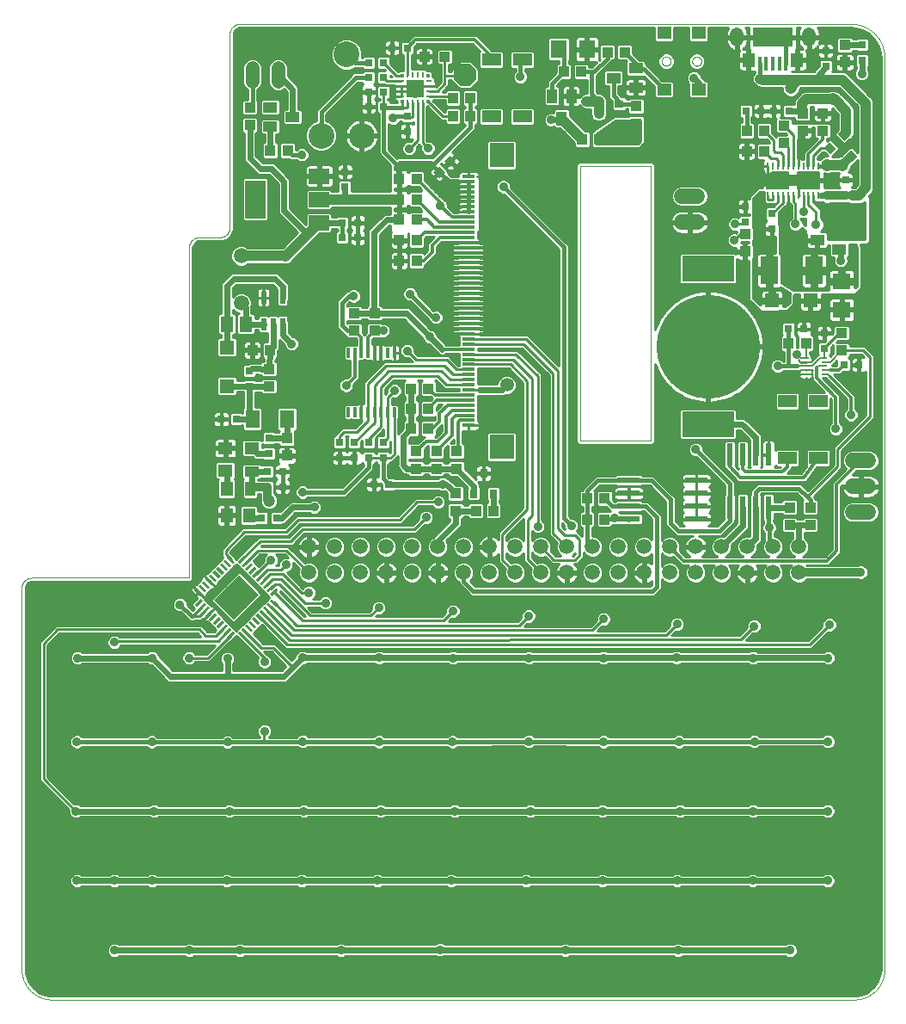
<source format=gbl>
G75*
%MOIN*%
%OFA0B0*%
%FSLAX25Y25*%
%IPPOS*%
%LPD*%
%AMOC8*
5,1,8,0,0,1.08239X$1,22.5*
%
%ADD10C,0.00000*%
%ADD11R,0.04331X0.03937*%
%ADD12R,0.08661X0.02362*%
%ADD13R,0.03937X0.04331*%
%ADD14R,0.03150X0.03150*%
%ADD15R,0.02362X0.08661*%
%ADD16R,0.07400X0.05000*%
%ADD17R,0.05118X0.01181*%
%ADD18R,0.09449X0.09449*%
%ADD19R,0.15748X0.07480*%
%ADD20R,0.01575X0.05512*%
%ADD21R,0.04528X0.05709*%
%ADD22C,0.05315*%
%ADD23R,0.07900X0.05900*%
%ADD24R,0.07900X0.15000*%
%ADD25R,0.02165X0.04724*%
%ADD26R,0.05118X0.05906*%
%ADD27R,0.05512X0.05512*%
%ADD28R,0.05709X0.04724*%
%ADD29R,0.05709X0.03937*%
%ADD30R,0.04724X0.05709*%
%ADD31R,0.03937X0.05709*%
%ADD32R,0.05512X0.07087*%
%ADD33C,0.40157*%
%ADD34R,0.20079X0.09843*%
%ADD35R,0.03150X0.03543*%
%ADD36R,0.01200X0.03900*%
%ADD37C,0.03575*%
%ADD38R,0.03937X0.05906*%
%ADD39R,0.03346X0.01102*%
%ADD40R,0.10630X0.13780*%
%ADD41C,0.05937*%
%ADD42R,0.00984X0.02756*%
%ADD43C,0.00500*%
%ADD44R,0.08661X0.06496*%
%ADD45R,0.03543X0.03543*%
%ADD46R,0.07087X0.10630*%
%ADD47R,0.07087X0.06299*%
%ADD48C,0.06000*%
%ADD49R,0.05512X0.03937*%
%ADD50R,0.03150X0.03150*%
%ADD51C,0.05200*%
%ADD52R,0.03543X0.03150*%
%ADD53R,0.03937X0.05512*%
%ADD54R,0.06299X0.07087*%
%ADD55R,0.05512X0.04724*%
%ADD56C,0.10000*%
%ADD57R,0.06693X0.06693*%
%ADD58R,0.01339X0.01339*%
%ADD59R,0.01102X0.02402*%
%ADD60R,0.02402X0.01102*%
%ADD61OC8,0.08500*%
%ADD62R,0.03937X0.03937*%
%ADD63R,0.02362X0.00886*%
%ADD64C,0.02400*%
%ADD65C,0.01000*%
%ADD66C,0.01200*%
%ADD67C,0.03562*%
%ADD68C,0.05000*%
%ADD69C,0.01600*%
%ADD70C,0.00787*%
%ADD71C,0.05315*%
%ADD72C,0.05906*%
%ADD73C,0.04724*%
%ADD74C,0.03200*%
%ADD75C,0.04000*%
D10*
X0001500Y0013311D02*
X0001500Y0160944D01*
X0001502Y0161068D01*
X0001508Y0161192D01*
X0001517Y0161315D01*
X0001531Y0161438D01*
X0001549Y0161561D01*
X0001570Y0161683D01*
X0001595Y0161804D01*
X0001624Y0161924D01*
X0001657Y0162044D01*
X0001693Y0162162D01*
X0001733Y0162279D01*
X0001777Y0162395D01*
X0001824Y0162510D01*
X0001875Y0162622D01*
X0001930Y0162734D01*
X0001988Y0162843D01*
X0002049Y0162951D01*
X0002114Y0163056D01*
X0002182Y0163160D01*
X0002253Y0163261D01*
X0002327Y0163360D01*
X0002405Y0163457D01*
X0002485Y0163551D01*
X0002568Y0163642D01*
X0002655Y0163731D01*
X0002744Y0163818D01*
X0002835Y0163901D01*
X0002929Y0163981D01*
X0003026Y0164059D01*
X0003125Y0164133D01*
X0003226Y0164204D01*
X0003330Y0164272D01*
X0003435Y0164337D01*
X0003543Y0164398D01*
X0003652Y0164456D01*
X0003764Y0164511D01*
X0003876Y0164562D01*
X0003991Y0164609D01*
X0004107Y0164653D01*
X0004224Y0164693D01*
X0004342Y0164729D01*
X0004462Y0164762D01*
X0004582Y0164791D01*
X0004703Y0164816D01*
X0004825Y0164837D01*
X0004948Y0164855D01*
X0005071Y0164869D01*
X0005194Y0164878D01*
X0005318Y0164884D01*
X0005442Y0164886D01*
X0066461Y0164886D01*
X0066461Y0292834D01*
X0066463Y0292958D01*
X0066469Y0293082D01*
X0066478Y0293205D01*
X0066492Y0293328D01*
X0066510Y0293451D01*
X0066531Y0293573D01*
X0066556Y0293694D01*
X0066585Y0293814D01*
X0066618Y0293934D01*
X0066654Y0294052D01*
X0066694Y0294169D01*
X0066738Y0294285D01*
X0066785Y0294400D01*
X0066836Y0294512D01*
X0066891Y0294624D01*
X0066949Y0294733D01*
X0067010Y0294841D01*
X0067075Y0294946D01*
X0067143Y0295050D01*
X0067214Y0295151D01*
X0067288Y0295250D01*
X0067366Y0295347D01*
X0067446Y0295441D01*
X0067529Y0295532D01*
X0067616Y0295621D01*
X0067705Y0295708D01*
X0067796Y0295791D01*
X0067890Y0295871D01*
X0067987Y0295949D01*
X0068086Y0296023D01*
X0068187Y0296094D01*
X0068291Y0296162D01*
X0068396Y0296227D01*
X0068504Y0296288D01*
X0068613Y0296346D01*
X0068725Y0296401D01*
X0068837Y0296452D01*
X0068952Y0296499D01*
X0069068Y0296543D01*
X0069185Y0296583D01*
X0069303Y0296619D01*
X0069423Y0296652D01*
X0069543Y0296681D01*
X0069664Y0296706D01*
X0069786Y0296727D01*
X0069909Y0296745D01*
X0070032Y0296759D01*
X0070155Y0296768D01*
X0070279Y0296774D01*
X0070403Y0296776D01*
X0078272Y0296776D01*
X0078396Y0296778D01*
X0078519Y0296784D01*
X0078643Y0296793D01*
X0078765Y0296807D01*
X0078888Y0296824D01*
X0079010Y0296846D01*
X0079131Y0296871D01*
X0079251Y0296900D01*
X0079370Y0296932D01*
X0079489Y0296969D01*
X0079606Y0297009D01*
X0079721Y0297052D01*
X0079836Y0297100D01*
X0079948Y0297151D01*
X0080059Y0297205D01*
X0080169Y0297263D01*
X0080276Y0297324D01*
X0080382Y0297389D01*
X0080485Y0297457D01*
X0080586Y0297528D01*
X0080685Y0297602D01*
X0080782Y0297679D01*
X0080876Y0297760D01*
X0080967Y0297843D01*
X0081056Y0297929D01*
X0081142Y0298018D01*
X0081225Y0298109D01*
X0081306Y0298203D01*
X0081383Y0298300D01*
X0081457Y0298399D01*
X0081528Y0298500D01*
X0081596Y0298603D01*
X0081661Y0298709D01*
X0081722Y0298816D01*
X0081780Y0298926D01*
X0081834Y0299037D01*
X0081885Y0299149D01*
X0081933Y0299264D01*
X0081976Y0299379D01*
X0082016Y0299496D01*
X0082053Y0299615D01*
X0082085Y0299734D01*
X0082114Y0299854D01*
X0082139Y0299975D01*
X0082161Y0300097D01*
X0082178Y0300220D01*
X0082192Y0300342D01*
X0082201Y0300466D01*
X0082207Y0300589D01*
X0082209Y0300713D01*
X0082209Y0375511D01*
X0082211Y0375635D01*
X0082217Y0375759D01*
X0082226Y0375882D01*
X0082240Y0376005D01*
X0082258Y0376128D01*
X0082279Y0376250D01*
X0082304Y0376371D01*
X0082333Y0376491D01*
X0082366Y0376611D01*
X0082402Y0376729D01*
X0082442Y0376846D01*
X0082486Y0376962D01*
X0082533Y0377077D01*
X0082584Y0377189D01*
X0082639Y0377301D01*
X0082697Y0377410D01*
X0082758Y0377518D01*
X0082823Y0377623D01*
X0082891Y0377727D01*
X0082962Y0377828D01*
X0083036Y0377927D01*
X0083114Y0378024D01*
X0083194Y0378118D01*
X0083277Y0378209D01*
X0083364Y0378298D01*
X0083453Y0378385D01*
X0083544Y0378468D01*
X0083638Y0378548D01*
X0083735Y0378626D01*
X0083834Y0378700D01*
X0083935Y0378771D01*
X0084039Y0378839D01*
X0084144Y0378904D01*
X0084252Y0378965D01*
X0084361Y0379023D01*
X0084473Y0379078D01*
X0084585Y0379129D01*
X0084700Y0379176D01*
X0084816Y0379220D01*
X0084933Y0379260D01*
X0085051Y0379296D01*
X0085171Y0379329D01*
X0085291Y0379358D01*
X0085412Y0379383D01*
X0085534Y0379404D01*
X0085657Y0379422D01*
X0085780Y0379436D01*
X0085903Y0379445D01*
X0086027Y0379451D01*
X0086151Y0379453D01*
X0323154Y0379453D01*
X0323468Y0379449D01*
X0323782Y0379438D01*
X0324095Y0379419D01*
X0324408Y0379392D01*
X0324720Y0379358D01*
X0325031Y0379317D01*
X0325341Y0379268D01*
X0325650Y0379211D01*
X0325957Y0379147D01*
X0326263Y0379075D01*
X0326567Y0378997D01*
X0326869Y0378911D01*
X0327169Y0378817D01*
X0327466Y0378717D01*
X0327761Y0378609D01*
X0328053Y0378494D01*
X0328343Y0378372D01*
X0328629Y0378243D01*
X0328912Y0378107D01*
X0329192Y0377965D01*
X0329468Y0377816D01*
X0329740Y0377660D01*
X0330009Y0377497D01*
X0330274Y0377328D01*
X0330534Y0377153D01*
X0330791Y0376972D01*
X0331042Y0376784D01*
X0331289Y0376591D01*
X0331532Y0376391D01*
X0331769Y0376186D01*
X0332002Y0375975D01*
X0332229Y0375758D01*
X0332451Y0375536D01*
X0332668Y0375309D01*
X0332879Y0375076D01*
X0333084Y0374839D01*
X0333284Y0374596D01*
X0333477Y0374349D01*
X0333665Y0374098D01*
X0333846Y0373841D01*
X0334021Y0373581D01*
X0334190Y0373316D01*
X0334353Y0373047D01*
X0334509Y0372775D01*
X0334658Y0372499D01*
X0334800Y0372219D01*
X0334936Y0371936D01*
X0335065Y0371650D01*
X0335187Y0371360D01*
X0335302Y0371068D01*
X0335410Y0370773D01*
X0335510Y0370476D01*
X0335604Y0370176D01*
X0335690Y0369874D01*
X0335768Y0369570D01*
X0335840Y0369264D01*
X0335904Y0368957D01*
X0335961Y0368648D01*
X0336010Y0368338D01*
X0336051Y0368027D01*
X0336085Y0367715D01*
X0336112Y0367402D01*
X0336131Y0367089D01*
X0336142Y0366775D01*
X0336146Y0366461D01*
X0336146Y0013311D01*
X0336143Y0013026D01*
X0336132Y0012740D01*
X0336115Y0012455D01*
X0336091Y0012171D01*
X0336060Y0011887D01*
X0336022Y0011604D01*
X0335977Y0011323D01*
X0335926Y0011042D01*
X0335868Y0010762D01*
X0335803Y0010484D01*
X0335731Y0010208D01*
X0335653Y0009934D01*
X0335568Y0009661D01*
X0335476Y0009391D01*
X0335378Y0009123D01*
X0335274Y0008857D01*
X0335163Y0008594D01*
X0335046Y0008334D01*
X0334923Y0008076D01*
X0334793Y0007822D01*
X0334657Y0007571D01*
X0334516Y0007323D01*
X0334368Y0007079D01*
X0334215Y0006838D01*
X0334055Y0006602D01*
X0333890Y0006369D01*
X0333720Y0006140D01*
X0333544Y0005915D01*
X0333362Y0005695D01*
X0333176Y0005479D01*
X0332984Y0005268D01*
X0332787Y0005061D01*
X0332585Y0004859D01*
X0332378Y0004662D01*
X0332167Y0004470D01*
X0331951Y0004284D01*
X0331731Y0004102D01*
X0331506Y0003926D01*
X0331277Y0003756D01*
X0331044Y0003591D01*
X0330808Y0003431D01*
X0330567Y0003278D01*
X0330323Y0003130D01*
X0330075Y0002989D01*
X0329824Y0002853D01*
X0329570Y0002723D01*
X0329312Y0002600D01*
X0329052Y0002483D01*
X0328789Y0002372D01*
X0328523Y0002268D01*
X0328255Y0002170D01*
X0327985Y0002078D01*
X0327712Y0001993D01*
X0327438Y0001915D01*
X0327162Y0001843D01*
X0326884Y0001778D01*
X0326604Y0001720D01*
X0326323Y0001669D01*
X0326042Y0001624D01*
X0325759Y0001586D01*
X0325475Y0001555D01*
X0325191Y0001531D01*
X0324906Y0001514D01*
X0324620Y0001503D01*
X0324335Y0001500D01*
X0013311Y0001500D01*
X0013026Y0001503D01*
X0012740Y0001514D01*
X0012455Y0001531D01*
X0012171Y0001555D01*
X0011887Y0001586D01*
X0011604Y0001624D01*
X0011323Y0001669D01*
X0011042Y0001720D01*
X0010762Y0001778D01*
X0010484Y0001843D01*
X0010208Y0001915D01*
X0009934Y0001993D01*
X0009661Y0002078D01*
X0009391Y0002170D01*
X0009123Y0002268D01*
X0008857Y0002372D01*
X0008594Y0002483D01*
X0008334Y0002600D01*
X0008076Y0002723D01*
X0007822Y0002853D01*
X0007571Y0002989D01*
X0007323Y0003130D01*
X0007079Y0003278D01*
X0006838Y0003431D01*
X0006602Y0003591D01*
X0006369Y0003756D01*
X0006140Y0003926D01*
X0005915Y0004102D01*
X0005695Y0004284D01*
X0005479Y0004470D01*
X0005268Y0004662D01*
X0005061Y0004859D01*
X0004859Y0005061D01*
X0004662Y0005268D01*
X0004470Y0005479D01*
X0004284Y0005695D01*
X0004102Y0005915D01*
X0003926Y0006140D01*
X0003756Y0006369D01*
X0003591Y0006602D01*
X0003431Y0006838D01*
X0003278Y0007079D01*
X0003130Y0007323D01*
X0002989Y0007571D01*
X0002853Y0007822D01*
X0002723Y0008076D01*
X0002600Y0008334D01*
X0002483Y0008594D01*
X0002372Y0008857D01*
X0002268Y0009123D01*
X0002170Y0009391D01*
X0002078Y0009661D01*
X0001993Y0009934D01*
X0001915Y0010208D01*
X0001843Y0010484D01*
X0001778Y0010762D01*
X0001720Y0011042D01*
X0001669Y0011323D01*
X0001624Y0011604D01*
X0001586Y0011887D01*
X0001555Y0012171D01*
X0001531Y0012455D01*
X0001514Y0012740D01*
X0001503Y0013026D01*
X0001500Y0013311D01*
X0218035Y0218036D02*
X0218035Y0324532D01*
X0245594Y0324532D01*
X0245594Y0218036D01*
X0218035Y0218036D01*
X0249728Y0364985D02*
X0249730Y0365069D01*
X0249736Y0365152D01*
X0249746Y0365235D01*
X0249760Y0365318D01*
X0249777Y0365400D01*
X0249799Y0365481D01*
X0249824Y0365560D01*
X0249853Y0365639D01*
X0249886Y0365716D01*
X0249922Y0365791D01*
X0249962Y0365865D01*
X0250005Y0365937D01*
X0250052Y0366006D01*
X0250102Y0366073D01*
X0250155Y0366138D01*
X0250211Y0366200D01*
X0250269Y0366260D01*
X0250331Y0366317D01*
X0250395Y0366370D01*
X0250462Y0366421D01*
X0250531Y0366468D01*
X0250602Y0366513D01*
X0250675Y0366553D01*
X0250750Y0366590D01*
X0250827Y0366624D01*
X0250905Y0366654D01*
X0250984Y0366680D01*
X0251065Y0366703D01*
X0251147Y0366721D01*
X0251229Y0366736D01*
X0251312Y0366747D01*
X0251395Y0366754D01*
X0251479Y0366757D01*
X0251563Y0366756D01*
X0251646Y0366751D01*
X0251730Y0366742D01*
X0251812Y0366729D01*
X0251894Y0366713D01*
X0251975Y0366692D01*
X0252056Y0366668D01*
X0252134Y0366640D01*
X0252212Y0366608D01*
X0252288Y0366572D01*
X0252362Y0366533D01*
X0252434Y0366491D01*
X0252504Y0366445D01*
X0252572Y0366396D01*
X0252637Y0366344D01*
X0252700Y0366289D01*
X0252760Y0366231D01*
X0252818Y0366170D01*
X0252872Y0366106D01*
X0252924Y0366040D01*
X0252972Y0365972D01*
X0253017Y0365901D01*
X0253058Y0365828D01*
X0253097Y0365754D01*
X0253131Y0365678D01*
X0253162Y0365600D01*
X0253189Y0365521D01*
X0253213Y0365440D01*
X0253232Y0365359D01*
X0253248Y0365277D01*
X0253260Y0365194D01*
X0253268Y0365110D01*
X0253272Y0365027D01*
X0253272Y0364943D01*
X0253268Y0364860D01*
X0253260Y0364776D01*
X0253248Y0364693D01*
X0253232Y0364611D01*
X0253213Y0364530D01*
X0253189Y0364449D01*
X0253162Y0364370D01*
X0253131Y0364292D01*
X0253097Y0364216D01*
X0253058Y0364142D01*
X0253017Y0364069D01*
X0252972Y0363998D01*
X0252924Y0363930D01*
X0252872Y0363864D01*
X0252818Y0363800D01*
X0252760Y0363739D01*
X0252700Y0363681D01*
X0252637Y0363626D01*
X0252572Y0363574D01*
X0252504Y0363525D01*
X0252434Y0363479D01*
X0252362Y0363437D01*
X0252288Y0363398D01*
X0252212Y0363362D01*
X0252134Y0363330D01*
X0252056Y0363302D01*
X0251975Y0363278D01*
X0251894Y0363257D01*
X0251812Y0363241D01*
X0251730Y0363228D01*
X0251646Y0363219D01*
X0251563Y0363214D01*
X0251479Y0363213D01*
X0251395Y0363216D01*
X0251312Y0363223D01*
X0251229Y0363234D01*
X0251147Y0363249D01*
X0251065Y0363267D01*
X0250984Y0363290D01*
X0250905Y0363316D01*
X0250827Y0363346D01*
X0250750Y0363380D01*
X0250675Y0363417D01*
X0250602Y0363457D01*
X0250531Y0363502D01*
X0250462Y0363549D01*
X0250395Y0363600D01*
X0250331Y0363653D01*
X0250269Y0363710D01*
X0250211Y0363770D01*
X0250155Y0363832D01*
X0250102Y0363897D01*
X0250052Y0363964D01*
X0250005Y0364033D01*
X0249962Y0364105D01*
X0249922Y0364179D01*
X0249886Y0364254D01*
X0249853Y0364331D01*
X0249824Y0364410D01*
X0249799Y0364489D01*
X0249777Y0364570D01*
X0249760Y0364652D01*
X0249746Y0364735D01*
X0249736Y0364818D01*
X0249730Y0364901D01*
X0249728Y0364985D01*
X0261539Y0364985D02*
X0261541Y0365069D01*
X0261547Y0365152D01*
X0261557Y0365235D01*
X0261571Y0365318D01*
X0261588Y0365400D01*
X0261610Y0365481D01*
X0261635Y0365560D01*
X0261664Y0365639D01*
X0261697Y0365716D01*
X0261733Y0365791D01*
X0261773Y0365865D01*
X0261816Y0365937D01*
X0261863Y0366006D01*
X0261913Y0366073D01*
X0261966Y0366138D01*
X0262022Y0366200D01*
X0262080Y0366260D01*
X0262142Y0366317D01*
X0262206Y0366370D01*
X0262273Y0366421D01*
X0262342Y0366468D01*
X0262413Y0366513D01*
X0262486Y0366553D01*
X0262561Y0366590D01*
X0262638Y0366624D01*
X0262716Y0366654D01*
X0262795Y0366680D01*
X0262876Y0366703D01*
X0262958Y0366721D01*
X0263040Y0366736D01*
X0263123Y0366747D01*
X0263206Y0366754D01*
X0263290Y0366757D01*
X0263374Y0366756D01*
X0263457Y0366751D01*
X0263541Y0366742D01*
X0263623Y0366729D01*
X0263705Y0366713D01*
X0263786Y0366692D01*
X0263867Y0366668D01*
X0263945Y0366640D01*
X0264023Y0366608D01*
X0264099Y0366572D01*
X0264173Y0366533D01*
X0264245Y0366491D01*
X0264315Y0366445D01*
X0264383Y0366396D01*
X0264448Y0366344D01*
X0264511Y0366289D01*
X0264571Y0366231D01*
X0264629Y0366170D01*
X0264683Y0366106D01*
X0264735Y0366040D01*
X0264783Y0365972D01*
X0264828Y0365901D01*
X0264869Y0365828D01*
X0264908Y0365754D01*
X0264942Y0365678D01*
X0264973Y0365600D01*
X0265000Y0365521D01*
X0265024Y0365440D01*
X0265043Y0365359D01*
X0265059Y0365277D01*
X0265071Y0365194D01*
X0265079Y0365110D01*
X0265083Y0365027D01*
X0265083Y0364943D01*
X0265079Y0364860D01*
X0265071Y0364776D01*
X0265059Y0364693D01*
X0265043Y0364611D01*
X0265024Y0364530D01*
X0265000Y0364449D01*
X0264973Y0364370D01*
X0264942Y0364292D01*
X0264908Y0364216D01*
X0264869Y0364142D01*
X0264828Y0364069D01*
X0264783Y0363998D01*
X0264735Y0363930D01*
X0264683Y0363864D01*
X0264629Y0363800D01*
X0264571Y0363739D01*
X0264511Y0363681D01*
X0264448Y0363626D01*
X0264383Y0363574D01*
X0264315Y0363525D01*
X0264245Y0363479D01*
X0264173Y0363437D01*
X0264099Y0363398D01*
X0264023Y0363362D01*
X0263945Y0363330D01*
X0263867Y0363302D01*
X0263786Y0363278D01*
X0263705Y0363257D01*
X0263623Y0363241D01*
X0263541Y0363228D01*
X0263457Y0363219D01*
X0263374Y0363214D01*
X0263290Y0363213D01*
X0263206Y0363216D01*
X0263123Y0363223D01*
X0263040Y0363234D01*
X0262958Y0363249D01*
X0262876Y0363267D01*
X0262795Y0363290D01*
X0262716Y0363316D01*
X0262638Y0363346D01*
X0262561Y0363380D01*
X0262486Y0363417D01*
X0262413Y0363457D01*
X0262342Y0363502D01*
X0262273Y0363549D01*
X0262206Y0363600D01*
X0262142Y0363653D01*
X0262080Y0363710D01*
X0262022Y0363770D01*
X0261966Y0363832D01*
X0261913Y0363897D01*
X0261863Y0363964D01*
X0261816Y0364033D01*
X0261773Y0364105D01*
X0261733Y0364179D01*
X0261697Y0364254D01*
X0261664Y0364331D01*
X0261635Y0364410D01*
X0261610Y0364489D01*
X0261588Y0364570D01*
X0261571Y0364652D01*
X0261557Y0364735D01*
X0261547Y0364818D01*
X0261541Y0364901D01*
X0261539Y0364985D01*
D11*
X0239886Y0347563D03*
X0239886Y0340870D03*
X0282110Y0297957D03*
X0282110Y0291264D03*
X0297071Y0333292D03*
X0297071Y0339985D03*
X0304354Y0338115D03*
X0304354Y0344807D03*
X0312130Y0344807D03*
X0312130Y0338115D03*
X0320693Y0364591D03*
X0320693Y0371284D03*
X0319512Y0259768D03*
X0319512Y0253075D03*
X0307307Y0192150D03*
X0307307Y0185457D03*
X0299335Y0185457D03*
X0299335Y0192150D03*
X0169807Y0190870D03*
X0169807Y0197563D03*
X0170201Y0207209D03*
X0170201Y0213902D03*
X0162327Y0213902D03*
X0162327Y0207209D03*
X0154551Y0207209D03*
X0154551Y0213902D03*
X0138508Y0260654D03*
X0138508Y0267347D03*
X0130535Y0267347D03*
X0130535Y0260654D03*
X0097563Y0245792D03*
X0097563Y0239099D03*
X0104354Y0218922D03*
X0104354Y0212229D03*
X0089984Y0340280D03*
X0089984Y0346973D03*
D12*
X0236913Y0202603D03*
X0236913Y0197603D03*
X0236913Y0192603D03*
X0236913Y0187603D03*
X0263134Y0187603D03*
X0263134Y0192603D03*
X0263134Y0197603D03*
X0263134Y0202603D03*
D13*
X0227583Y0195595D03*
X0220890Y0195595D03*
X0220791Y0187524D03*
X0227484Y0187524D03*
X0184374Y0190870D03*
X0177681Y0190870D03*
X0159276Y0222662D03*
X0152583Y0222662D03*
X0152583Y0230437D03*
X0159276Y0230437D03*
X0159276Y0238213D03*
X0152583Y0238213D03*
X0154650Y0287721D03*
X0147957Y0287721D03*
X0147957Y0295693D03*
X0154650Y0295693D03*
X0154650Y0303567D03*
X0147957Y0303567D03*
X0147957Y0311540D03*
X0154650Y0311540D03*
X0154650Y0319512D03*
X0147957Y0319512D03*
X0168823Y0343626D03*
X0175516Y0343626D03*
X0175516Y0350811D03*
X0168823Y0350811D03*
X0211736Y0360949D03*
X0218429Y0360949D03*
X0228665Y0368528D03*
X0235358Y0368528D03*
X0225614Y0334768D03*
X0218921Y0334768D03*
X0282701Y0338016D03*
X0289394Y0338016D03*
X0289394Y0330142D03*
X0282701Y0330142D03*
X0298941Y0255733D03*
X0305634Y0255733D03*
X0104650Y0330437D03*
X0097957Y0330437D03*
X0097760Y0253075D03*
X0091067Y0253075D03*
D14*
X0089886Y0245103D03*
X0089886Y0239197D03*
X0084866Y0226304D03*
X0078961Y0226304D03*
X0097366Y0218922D03*
X0097366Y0213016D03*
X0096776Y0206028D03*
X0102681Y0206028D03*
X0102681Y0200122D03*
X0096776Y0200122D03*
X0094610Y0187918D03*
X0100516Y0187918D03*
X0124827Y0211343D03*
X0130437Y0211343D03*
X0136047Y0211343D03*
X0141657Y0211343D03*
X0141657Y0217248D03*
X0136047Y0217248D03*
X0130437Y0217248D03*
X0124827Y0217248D03*
X0138016Y0201107D03*
X0143921Y0201107D03*
X0131815Y0296579D03*
X0131815Y0302485D03*
X0125909Y0302485D03*
X0125909Y0296579D03*
X0126894Y0316264D03*
X0126894Y0322170D03*
X0136047Y0347465D03*
X0136047Y0353075D03*
X0136047Y0358685D03*
X0136047Y0364296D03*
X0141953Y0364296D03*
X0141953Y0358685D03*
X0141953Y0353075D03*
X0141953Y0347465D03*
X0151106Y0343725D03*
X0151106Y0337819D03*
X0151106Y0370201D03*
X0145201Y0370201D03*
X0282307Y0345792D03*
X0288213Y0345792D03*
X0293134Y0345792D03*
X0299039Y0345792D03*
X0313311Y0363115D03*
X0313311Y0369020D03*
X0327386Y0371284D03*
X0327386Y0365378D03*
X0321087Y0319020D03*
X0321087Y0313115D03*
X0292346Y0306028D03*
X0292346Y0300122D03*
X0282110Y0302780D03*
X0282110Y0308685D03*
X0298941Y0261244D03*
X0304846Y0261244D03*
X0312720Y0259670D03*
X0312720Y0253764D03*
X0320299Y0247367D03*
X0326205Y0247367D03*
D15*
X0291087Y0212622D03*
X0286087Y0212622D03*
X0281087Y0212622D03*
X0276087Y0212622D03*
X0276087Y0192150D03*
X0281087Y0192150D03*
X0286087Y0192150D03*
X0291087Y0192150D03*
D16*
X0298472Y0211268D03*
X0310472Y0211268D03*
X0310472Y0233268D03*
X0298472Y0233268D03*
X0195689Y0343552D03*
X0183689Y0343552D03*
X0183689Y0365552D03*
X0195689Y0365552D03*
D17*
X0174925Y0320398D03*
X0174925Y0318430D03*
X0174925Y0316461D03*
X0174925Y0314493D03*
X0174925Y0312524D03*
X0174925Y0310555D03*
X0174925Y0308587D03*
X0174925Y0306618D03*
X0174925Y0304650D03*
X0174925Y0302681D03*
X0174925Y0300713D03*
X0174925Y0298744D03*
X0174925Y0296776D03*
X0174925Y0294807D03*
X0174925Y0292839D03*
X0174925Y0290870D03*
X0174925Y0288902D03*
X0174925Y0286933D03*
X0174925Y0284965D03*
X0174925Y0282996D03*
X0174925Y0281028D03*
X0174925Y0279059D03*
X0174925Y0277091D03*
X0174925Y0275122D03*
X0174925Y0273154D03*
X0174925Y0271185D03*
X0174925Y0269217D03*
X0174925Y0267248D03*
X0174925Y0265280D03*
X0174925Y0263311D03*
X0174925Y0261343D03*
X0174925Y0259374D03*
X0174925Y0257406D03*
X0174925Y0255437D03*
X0174925Y0253469D03*
X0174925Y0251500D03*
X0174925Y0249532D03*
X0174925Y0247563D03*
X0174925Y0245595D03*
X0174925Y0243626D03*
X0174925Y0241658D03*
X0174925Y0239689D03*
X0174925Y0237721D03*
X0174925Y0235752D03*
X0174925Y0233784D03*
X0174925Y0231815D03*
X0174925Y0229847D03*
X0174925Y0227878D03*
X0174925Y0225910D03*
X0174925Y0223941D03*
D18*
X0187720Y0215674D03*
X0187720Y0328666D03*
D19*
X0292839Y0374335D03*
D20*
X0292839Y0363902D03*
X0295398Y0363902D03*
X0297957Y0363902D03*
X0290280Y0363902D03*
X0287720Y0363902D03*
D21*
X0283390Y0365477D03*
X0302287Y0365477D03*
D22*
X0306815Y0373252D02*
X0306815Y0375418D01*
X0306815Y0375418D01*
X0306815Y0373252D01*
X0306815Y0373252D01*
X0278862Y0373252D02*
X0278862Y0375418D01*
X0278862Y0375418D01*
X0278862Y0373252D01*
X0278862Y0373252D01*
D23*
X0116853Y0320440D03*
X0116853Y0311440D03*
X0116853Y0302440D03*
D24*
X0092053Y0311540D03*
D25*
X0095299Y0273449D03*
X0102780Y0273449D03*
X0102780Y0263213D03*
X0099039Y0263213D03*
X0095299Y0263213D03*
D26*
X0088606Y0263213D03*
X0081126Y0263213D03*
D27*
X0081126Y0254158D03*
X0081126Y0239197D03*
X0292445Y0272268D03*
X0307406Y0272268D03*
D28*
X0090772Y0215083D03*
X0080535Y0215083D03*
X0080535Y0206422D03*
D29*
X0090772Y0206028D03*
D30*
X0081028Y0199335D03*
X0081028Y0189099D03*
X0089689Y0189099D03*
D31*
X0090083Y0199335D03*
D32*
X0091067Y0226304D03*
X0104453Y0226304D03*
D33*
X0267642Y0254453D03*
D34*
X0267642Y0284571D03*
X0267642Y0224335D03*
D35*
X0184374Y0197465D03*
X0176894Y0197465D03*
X0180634Y0205339D03*
G36*
X0317432Y0331128D02*
X0315205Y0328901D01*
X0312702Y0331404D01*
X0314929Y0333631D01*
X0317432Y0331128D01*
G37*
G36*
X0322722Y0336417D02*
X0320495Y0334190D01*
X0317992Y0336693D01*
X0320219Y0338920D01*
X0322722Y0336417D01*
G37*
G36*
X0325645Y0328204D02*
X0323418Y0325977D01*
X0320915Y0328480D01*
X0323142Y0330707D01*
X0325645Y0328204D01*
G37*
D36*
X0145988Y0252063D03*
X0143429Y0252063D03*
X0140870Y0252063D03*
X0138311Y0252063D03*
X0135752Y0252063D03*
X0133193Y0252063D03*
X0130634Y0252063D03*
X0128075Y0252063D03*
X0128075Y0229088D03*
X0130634Y0229088D03*
X0133193Y0229088D03*
X0135752Y0229088D03*
X0138311Y0229088D03*
X0140870Y0229088D03*
X0143429Y0229088D03*
X0145988Y0229088D03*
D37*
X0087552Y0160091D03*
X0084768Y0157307D03*
X0087552Y0154524D03*
X0081984Y0154524D03*
X0081984Y0160091D03*
D38*
G36*
X0079757Y0153132D02*
X0076974Y0155915D01*
X0081149Y0160090D01*
X0083932Y0157307D01*
X0079757Y0153132D01*
G37*
G36*
X0083376Y0149513D02*
X0080593Y0152296D01*
X0084768Y0156471D01*
X0087551Y0153688D01*
X0083376Y0149513D01*
G37*
G36*
X0088387Y0154524D02*
X0085604Y0157307D01*
X0089779Y0161482D01*
X0092562Y0158699D01*
X0088387Y0154524D01*
G37*
G36*
X0084768Y0158143D02*
X0081985Y0160926D01*
X0086160Y0165101D01*
X0088943Y0162318D01*
X0084768Y0158143D01*
G37*
D39*
G36*
X0090851Y0165562D02*
X0093216Y0167927D01*
X0093995Y0167148D01*
X0091630Y0164783D01*
X0090851Y0165562D01*
G37*
G36*
X0089459Y0166954D02*
X0091824Y0169319D01*
X0092603Y0168540D01*
X0090238Y0166175D01*
X0089459Y0166954D01*
G37*
G36*
X0088068Y0168346D02*
X0090433Y0170711D01*
X0091212Y0169932D01*
X0088847Y0167567D01*
X0088068Y0168346D01*
G37*
G36*
X0086676Y0169738D02*
X0089041Y0172103D01*
X0089820Y0171324D01*
X0087455Y0168959D01*
X0086676Y0169738D01*
G37*
G36*
X0085284Y0171130D02*
X0087649Y0173495D01*
X0088428Y0172716D01*
X0086063Y0170351D01*
X0085284Y0171130D01*
G37*
G36*
X0081887Y0173495D02*
X0084252Y0171130D01*
X0083473Y0170351D01*
X0081108Y0172716D01*
X0081887Y0173495D01*
G37*
G36*
X0080495Y0172103D02*
X0082860Y0169738D01*
X0082081Y0168959D01*
X0079716Y0171324D01*
X0080495Y0172103D01*
G37*
G36*
X0079103Y0170711D02*
X0081468Y0168346D01*
X0080689Y0167567D01*
X0078324Y0169932D01*
X0079103Y0170711D01*
G37*
G36*
X0077711Y0169319D02*
X0080076Y0166954D01*
X0079297Y0166175D01*
X0076932Y0168540D01*
X0077711Y0169319D01*
G37*
G36*
X0076319Y0167927D02*
X0078684Y0165562D01*
X0077905Y0164783D01*
X0075540Y0167148D01*
X0076319Y0167927D01*
G37*
G36*
X0074927Y0166535D02*
X0077292Y0164170D01*
X0076513Y0163391D01*
X0074148Y0165756D01*
X0074927Y0166535D01*
G37*
G36*
X0073535Y0165143D02*
X0075900Y0162778D01*
X0075121Y0161999D01*
X0072756Y0164364D01*
X0073535Y0165143D01*
G37*
G36*
X0072143Y0163751D02*
X0074508Y0161386D01*
X0073729Y0160607D01*
X0071364Y0162972D01*
X0072143Y0163751D01*
G37*
G36*
X0070751Y0162359D02*
X0073116Y0159994D01*
X0072337Y0159215D01*
X0069972Y0161580D01*
X0070751Y0162359D01*
G37*
G36*
X0069359Y0160967D02*
X0071724Y0158602D01*
X0070945Y0157823D01*
X0068580Y0160188D01*
X0069359Y0160967D01*
G37*
G36*
X0071724Y0156013D02*
X0069359Y0153648D01*
X0068580Y0154427D01*
X0070945Y0156792D01*
X0071724Y0156013D01*
G37*
G36*
X0073116Y0154621D02*
X0070751Y0152256D01*
X0069972Y0153035D01*
X0072337Y0155400D01*
X0073116Y0154621D01*
G37*
G36*
X0074508Y0153229D02*
X0072143Y0150864D01*
X0071364Y0151643D01*
X0073729Y0154008D01*
X0074508Y0153229D01*
G37*
G36*
X0075900Y0151837D02*
X0073535Y0149472D01*
X0072756Y0150251D01*
X0075121Y0152616D01*
X0075900Y0151837D01*
G37*
G36*
X0077292Y0150445D02*
X0074927Y0148080D01*
X0074148Y0148859D01*
X0076513Y0151224D01*
X0077292Y0150445D01*
G37*
G36*
X0078684Y0149053D02*
X0076319Y0146688D01*
X0075540Y0147467D01*
X0077905Y0149832D01*
X0078684Y0149053D01*
G37*
G36*
X0080076Y0147661D02*
X0077711Y0145296D01*
X0076932Y0146075D01*
X0079297Y0148440D01*
X0080076Y0147661D01*
G37*
G36*
X0081468Y0146269D02*
X0079103Y0143904D01*
X0078324Y0144683D01*
X0080689Y0147048D01*
X0081468Y0146269D01*
G37*
G36*
X0082860Y0144877D02*
X0080495Y0142512D01*
X0079716Y0143291D01*
X0082081Y0145656D01*
X0082860Y0144877D01*
G37*
G36*
X0084252Y0143485D02*
X0081887Y0141120D01*
X0081108Y0141899D01*
X0083473Y0144264D01*
X0084252Y0143485D01*
G37*
G36*
X0087649Y0141120D02*
X0085284Y0143485D01*
X0086063Y0144264D01*
X0088428Y0141899D01*
X0087649Y0141120D01*
G37*
G36*
X0089041Y0142512D02*
X0086676Y0144877D01*
X0087455Y0145656D01*
X0089820Y0143291D01*
X0089041Y0142512D01*
G37*
G36*
X0090433Y0143904D02*
X0088068Y0146269D01*
X0088847Y0147048D01*
X0091212Y0144683D01*
X0090433Y0143904D01*
G37*
G36*
X0091824Y0145296D02*
X0089459Y0147661D01*
X0090238Y0148440D01*
X0092603Y0146075D01*
X0091824Y0145296D01*
G37*
G36*
X0093216Y0146688D02*
X0090851Y0149053D01*
X0091630Y0149832D01*
X0093995Y0147467D01*
X0093216Y0146688D01*
G37*
G36*
X0094608Y0148080D02*
X0092243Y0150445D01*
X0093022Y0151224D01*
X0095387Y0148859D01*
X0094608Y0148080D01*
G37*
G36*
X0096000Y0149472D02*
X0093635Y0151837D01*
X0094414Y0152616D01*
X0096779Y0150251D01*
X0096000Y0149472D01*
G37*
G36*
X0097392Y0150864D02*
X0095027Y0153229D01*
X0095806Y0154008D01*
X0098171Y0151643D01*
X0097392Y0150864D01*
G37*
G36*
X0098784Y0152256D02*
X0096419Y0154621D01*
X0097198Y0155400D01*
X0099563Y0153035D01*
X0098784Y0152256D01*
G37*
G36*
X0100176Y0153648D02*
X0097811Y0156013D01*
X0098590Y0156792D01*
X0100955Y0154427D01*
X0100176Y0153648D01*
G37*
G36*
X0097811Y0158602D02*
X0100176Y0160967D01*
X0100955Y0160188D01*
X0098590Y0157823D01*
X0097811Y0158602D01*
G37*
G36*
X0096419Y0159994D02*
X0098784Y0162359D01*
X0099563Y0161580D01*
X0097198Y0159215D01*
X0096419Y0159994D01*
G37*
G36*
X0095027Y0161386D02*
X0097392Y0163751D01*
X0098171Y0162972D01*
X0095806Y0160607D01*
X0095027Y0161386D01*
G37*
G36*
X0093635Y0162778D02*
X0096000Y0165143D01*
X0096779Y0164364D01*
X0094414Y0161999D01*
X0093635Y0162778D01*
G37*
G36*
X0092243Y0164170D02*
X0094608Y0166535D01*
X0095387Y0165756D01*
X0093022Y0163391D01*
X0092243Y0164170D01*
G37*
D40*
G36*
X0083655Y0148677D02*
X0076138Y0156194D01*
X0085881Y0165937D01*
X0093398Y0158420D01*
X0083655Y0148677D01*
G37*
D41*
X0112878Y0166894D03*
X0112878Y0176894D03*
X0122878Y0176894D03*
X0122878Y0166894D03*
X0132878Y0166894D03*
X0132878Y0176894D03*
X0142878Y0176894D03*
X0142878Y0166894D03*
X0152878Y0166894D03*
X0152878Y0176894D03*
X0162878Y0176894D03*
X0162878Y0166894D03*
X0172878Y0166894D03*
X0172878Y0176894D03*
X0182878Y0176894D03*
X0182878Y0166894D03*
X0192878Y0166894D03*
X0192878Y0176894D03*
X0202878Y0176894D03*
X0202878Y0166894D03*
X0212878Y0166894D03*
X0212878Y0176894D03*
X0222878Y0176894D03*
X0222878Y0166894D03*
X0232878Y0166894D03*
X0232878Y0176894D03*
X0242878Y0176894D03*
X0242878Y0166894D03*
X0252878Y0166894D03*
X0252878Y0176894D03*
X0262878Y0176894D03*
X0262878Y0166894D03*
X0272878Y0166894D03*
X0272878Y0176894D03*
X0282878Y0176894D03*
X0282878Y0166894D03*
X0292878Y0166894D03*
X0292878Y0176894D03*
X0302878Y0176894D03*
X0302878Y0166894D03*
D42*
X0302681Y0313115D03*
X0300713Y0313115D03*
X0298744Y0313115D03*
X0296776Y0313115D03*
X0294807Y0313115D03*
X0292839Y0313115D03*
X0290870Y0313115D03*
X0290870Y0324532D03*
X0292839Y0324532D03*
X0294807Y0324532D03*
X0296776Y0324532D03*
X0298744Y0324532D03*
X0300713Y0324532D03*
X0302681Y0324532D03*
X0304650Y0324532D03*
X0306618Y0324532D03*
X0308587Y0324532D03*
X0310555Y0324532D03*
X0310555Y0313115D03*
X0308587Y0313115D03*
X0306618Y0313115D03*
X0304650Y0313115D03*
D43*
X0302484Y0315674D02*
X0302484Y0317052D01*
X0298941Y0317052D01*
X0298941Y0315674D01*
X0290575Y0315674D01*
X0290575Y0320201D01*
X0292346Y0321973D01*
X0298941Y0321973D01*
X0298941Y0320595D01*
X0302484Y0320595D01*
X0302484Y0321973D01*
X0310949Y0321973D01*
X0310949Y0315674D01*
X0302484Y0315674D01*
X0302484Y0316061D02*
X0310949Y0316061D01*
X0310949Y0316560D02*
X0302484Y0316560D01*
X0298941Y0316560D02*
X0290575Y0316560D01*
X0290575Y0317058D02*
X0310949Y0317058D01*
X0310949Y0317557D02*
X0290575Y0317557D01*
X0290575Y0318055D02*
X0310949Y0318055D01*
X0310949Y0318554D02*
X0290575Y0318554D01*
X0290575Y0319052D02*
X0310949Y0319052D01*
X0310949Y0319551D02*
X0290575Y0319551D01*
X0290575Y0320049D02*
X0310949Y0320049D01*
X0310949Y0320548D02*
X0290921Y0320548D01*
X0291420Y0321046D02*
X0298941Y0321046D01*
X0298941Y0321545D02*
X0291918Y0321545D01*
X0290575Y0316061D02*
X0298941Y0316061D01*
X0302484Y0321046D02*
X0310949Y0321046D01*
X0310949Y0321545D02*
X0302484Y0321545D01*
D44*
X0306717Y0318823D03*
X0294807Y0318823D03*
D45*
X0300713Y0318823D03*
D46*
X0308783Y0283981D03*
X0291461Y0283981D03*
D47*
X0319512Y0279748D03*
X0319512Y0268725D03*
D48*
X0323894Y0210319D02*
X0329894Y0210319D01*
X0329894Y0200319D02*
X0323894Y0200319D01*
X0323894Y0190319D02*
X0329894Y0190319D01*
X0263555Y0302701D02*
X0257555Y0302701D01*
X0257555Y0312701D02*
X0263555Y0312701D01*
D49*
X0239689Y0354748D03*
X0239689Y0362229D03*
X0231028Y0358489D03*
X0309965Y0295693D03*
X0318626Y0291953D03*
X0318626Y0299433D03*
X0106618Y0343430D03*
X0097957Y0347170D03*
X0097957Y0339689D03*
D50*
G36*
X0165714Y0322050D02*
X0163487Y0319823D01*
X0161260Y0322050D01*
X0163487Y0324277D01*
X0165714Y0322050D01*
G37*
G36*
X0169890Y0326226D02*
X0167663Y0323999D01*
X0165436Y0326226D01*
X0167663Y0328453D01*
X0169890Y0326226D01*
G37*
D51*
X0100988Y0357168D02*
X0100988Y0362368D01*
X0090988Y0362368D02*
X0090988Y0357168D01*
D52*
X0225319Y0344807D03*
X0233193Y0341067D03*
X0233193Y0348548D03*
D53*
X0214689Y0351500D03*
X0207209Y0351500D03*
X0210949Y0342839D03*
D54*
X0209768Y0369611D03*
X0220791Y0369611D03*
D55*
X0250713Y0375910D03*
X0264098Y0375910D03*
X0264098Y0354059D03*
X0250713Y0354059D03*
D56*
X0133390Y0336146D03*
X0117642Y0336146D03*
X0127484Y0367642D03*
D57*
X0154059Y0354453D03*
D58*
X0149059Y0359453D03*
X0149059Y0349453D03*
X0159059Y0349453D03*
X0159059Y0359453D03*
D59*
X0157012Y0359768D03*
X0155043Y0359768D03*
X0153075Y0359768D03*
X0151106Y0359768D03*
X0151106Y0349138D03*
X0153075Y0349138D03*
X0155043Y0349138D03*
X0157012Y0349138D03*
D60*
X0159374Y0351500D03*
X0159374Y0353469D03*
X0159374Y0355437D03*
X0159374Y0357406D03*
X0148744Y0357406D03*
X0148744Y0355437D03*
X0148744Y0353469D03*
X0148744Y0351500D03*
D61*
X0173547Y0359571D03*
D62*
X0165575Y0366756D03*
X0157701Y0366756D03*
D63*
X0305634Y0250122D03*
X0305634Y0248548D03*
X0305634Y0246973D03*
X0305634Y0245398D03*
X0305634Y0243823D03*
X0312720Y0243823D03*
X0312720Y0245398D03*
X0312720Y0246973D03*
X0312720Y0248548D03*
X0312720Y0250122D03*
D64*
X0286087Y0219276D02*
X0280929Y0224335D01*
X0267642Y0224335D01*
X0286087Y0219276D02*
X0286087Y0212622D01*
X0286087Y0192150D02*
X0286087Y0180103D01*
X0282878Y0176894D01*
X0281087Y0185103D02*
X0272878Y0176894D01*
X0281087Y0185103D02*
X0281087Y0192150D01*
X0291087Y0192150D02*
X0299335Y0192150D01*
X0299335Y0185457D02*
X0302878Y0185457D01*
X0302878Y0176894D01*
X0302878Y0185457D02*
X0307307Y0185457D01*
X0314276Y0133902D02*
X0285575Y0133902D01*
X0285573Y0133917D01*
X0285569Y0133932D01*
X0285562Y0133946D01*
X0285552Y0133958D01*
X0285540Y0133968D01*
X0285526Y0133975D01*
X0285511Y0133979D01*
X0285496Y0133981D01*
X0284965Y0133981D01*
X0255535Y0133981D01*
X0253567Y0133981D01*
X0112524Y0133981D01*
X0110457Y0133981D01*
X0106913Y0130437D01*
X0103272Y0126796D01*
X0081421Y0126796D01*
X0081283Y0126933D01*
X0081323Y0126973D01*
X0081323Y0133587D01*
X0081421Y0126796D02*
X0059217Y0126796D01*
X0059217Y0126855D01*
X0052189Y0133882D01*
X0023252Y0133882D01*
X0022563Y0074532D02*
X0314098Y0074532D01*
X0314098Y0047563D02*
X0039000Y0047563D01*
X0022957Y0047563D01*
X0037524Y0020595D02*
X0066756Y0020595D01*
X0299531Y0020595D01*
X0255634Y0047563D02*
X0226697Y0047563D01*
X0285063Y0133882D02*
X0285062Y0133899D01*
X0285057Y0133916D01*
X0285050Y0133931D01*
X0285040Y0133945D01*
X0285028Y0133957D01*
X0285014Y0133967D01*
X0284999Y0133974D01*
X0284982Y0133979D01*
X0284965Y0133980D01*
X0314276Y0133902D02*
X0314284Y0133900D01*
X0314290Y0133896D01*
X0314294Y0133890D01*
X0314296Y0133882D01*
X0189689Y0239591D02*
X0187819Y0237721D01*
X0179157Y0237721D01*
X0164591Y0253469D02*
X0159817Y0258243D01*
X0150713Y0267347D01*
X0138508Y0267347D01*
X0138213Y0267347D01*
X0138213Y0298744D01*
X0143035Y0303567D01*
X0147957Y0303567D01*
X0136539Y0312032D02*
X0136047Y0311540D01*
X0126894Y0311540D02*
X0126894Y0316264D01*
X0125122Y0312229D02*
X0125811Y0311540D01*
X0125909Y0302485D02*
X0116898Y0302485D01*
X0116853Y0302440D01*
X0113136Y0298723D02*
X0111659Y0298723D01*
X0103272Y0307111D01*
X0103272Y0318430D01*
X0098350Y0323252D01*
X0094020Y0323252D01*
X0089984Y0327288D01*
X0089984Y0340280D01*
X0097957Y0339689D02*
X0097957Y0330437D01*
X0106618Y0343430D02*
X0106618Y0354138D01*
X0100988Y0359768D01*
X0147957Y0324040D02*
X0147957Y0319512D01*
X0138508Y0267347D02*
X0130535Y0267347D01*
X0106224Y0255536D02*
X0102780Y0258981D01*
X0102780Y0263213D01*
X0099039Y0263213D02*
X0099039Y0254355D01*
X0097760Y0253075D01*
X0097563Y0245792D01*
X0090673Y0245890D01*
X0089886Y0245103D01*
X0089886Y0239197D02*
X0089886Y0227485D01*
X0091067Y0226304D01*
X0084866Y0226304D01*
X0090772Y0215083D02*
X0092839Y0213016D01*
X0097366Y0213016D01*
X0097366Y0218922D02*
X0104354Y0218922D01*
X0104453Y0226304D01*
X0097563Y0239099D02*
X0089886Y0239197D01*
X0081126Y0239197D01*
X0081126Y0254158D02*
X0081126Y0263213D01*
X0081126Y0278174D01*
X0083685Y0280733D01*
X0099728Y0280733D01*
X0102780Y0277681D01*
X0102780Y0273449D01*
X0095299Y0263213D02*
X0088311Y0263213D01*
X0088311Y0269709D01*
X0086638Y0271284D01*
X0088606Y0263213D02*
X0095299Y0263213D01*
X0096776Y0206028D02*
X0090772Y0206028D01*
X0090772Y0199926D01*
X0090083Y0199335D01*
X0096185Y0199926D02*
X0096776Y0200122D01*
X0106618Y0192248D02*
X0114984Y0192248D01*
X0106618Y0192248D02*
X0102386Y0187918D01*
X0100516Y0187918D01*
X0094610Y0187918D02*
X0090870Y0187918D01*
X0089689Y0189099D01*
X0081028Y0199335D02*
X0081126Y0207603D01*
X0143921Y0201107D02*
X0164787Y0201107D01*
X0166264Y0201107D01*
X0169807Y0197563D01*
X0169807Y0190870D02*
X0169807Y0186048D01*
X0162878Y0179118D01*
X0162878Y0176894D01*
X0169807Y0190870D02*
X0177681Y0190870D01*
X0176894Y0197465D02*
X0176894Y0200516D01*
X0170201Y0207209D01*
X0162327Y0207209D01*
X0154551Y0207209D01*
X0150713Y0207209D01*
X0149630Y0208882D01*
X0149630Y0219611D01*
X0152583Y0222662D01*
X0152583Y0230437D01*
X0152583Y0238213D01*
X0184374Y0197465D02*
X0184374Y0190870D01*
X0110457Y0133981D02*
X0110358Y0133981D01*
X0206913Y0342248D02*
X0211047Y0342248D01*
X0210949Y0342839D01*
X0262228Y0358489D02*
X0264098Y0356618D01*
X0264098Y0354059D01*
X0299039Y0345792D02*
X0303370Y0345792D01*
X0304354Y0344807D01*
X0309177Y0357800D02*
X0313311Y0363115D01*
X0320693Y0371284D02*
X0327386Y0371284D01*
X0327386Y0365378D02*
X0327386Y0360162D01*
X0323843Y0313115D02*
X0321087Y0313115D01*
X0314000Y0313115D02*
X0313902Y0313115D01*
X0311343Y0313115D01*
D65*
X0004124Y0008630D02*
X0006020Y0006020D01*
X0008630Y0004124D01*
X0011698Y0003127D01*
X0013311Y0003000D01*
X0324335Y0003000D01*
X0325948Y0003127D01*
X0329016Y0004124D01*
X0331626Y0006020D01*
X0333522Y0008630D01*
X0334519Y0011698D01*
X0334646Y0013311D01*
X0334646Y0366461D01*
X0334547Y0367961D01*
X0333771Y0370859D01*
X0332271Y0373457D01*
X0330149Y0375578D01*
X0327551Y0377078D01*
X0324654Y0377855D01*
X0323154Y0377953D01*
X0310112Y0377953D01*
X0310371Y0377597D01*
X0310668Y0377014D01*
X0310870Y0376391D01*
X0310972Y0375745D01*
X0310972Y0374835D01*
X0307315Y0374835D01*
X0307315Y0373835D01*
X0310972Y0373835D01*
X0310972Y0372925D01*
X0310870Y0372279D01*
X0310668Y0371656D01*
X0310659Y0371639D01*
X0310815Y0371795D01*
X0311157Y0371993D01*
X0311539Y0372095D01*
X0313024Y0372095D01*
X0313024Y0369308D01*
X0313598Y0369308D01*
X0313598Y0372095D01*
X0315083Y0372095D01*
X0315465Y0371993D01*
X0315807Y0371795D01*
X0316086Y0371516D01*
X0316284Y0371174D01*
X0316386Y0370792D01*
X0316386Y0369307D01*
X0313598Y0369307D01*
X0313598Y0368733D01*
X0313598Y0365945D01*
X0315083Y0365945D01*
X0315465Y0366047D01*
X0315807Y0366245D01*
X0316086Y0366524D01*
X0316284Y0366866D01*
X0316386Y0367248D01*
X0316386Y0368733D01*
X0313598Y0368733D01*
X0313024Y0368733D01*
X0313024Y0365945D01*
X0311539Y0365945D01*
X0311157Y0366047D01*
X0310815Y0366245D01*
X0310536Y0366524D01*
X0310338Y0366866D01*
X0310236Y0367248D01*
X0310236Y0368733D01*
X0313024Y0368733D01*
X0313024Y0369307D01*
X0310236Y0369307D01*
X0310236Y0370792D01*
X0310277Y0370944D01*
X0309986Y0370544D01*
X0309523Y0370081D01*
X0308994Y0369697D01*
X0308411Y0369399D01*
X0307789Y0369197D01*
X0307315Y0369122D01*
X0307315Y0373835D01*
X0306315Y0373835D01*
X0306315Y0369122D01*
X0305841Y0369197D01*
X0305770Y0369221D01*
X0305949Y0368910D01*
X0306051Y0368529D01*
X0306051Y0365977D01*
X0302787Y0365977D01*
X0301787Y0365977D01*
X0301787Y0369548D01*
X0301913Y0369674D01*
X0302110Y0370016D01*
X0302213Y0370397D01*
X0302213Y0373835D01*
X0293339Y0373835D01*
X0293339Y0374835D01*
X0302213Y0374835D01*
X0302213Y0377953D01*
X0303518Y0377953D01*
X0303259Y0377597D01*
X0302962Y0377014D01*
X0302760Y0376391D01*
X0302657Y0375745D01*
X0302657Y0374835D01*
X0306315Y0374835D01*
X0306315Y0373835D01*
X0302657Y0373835D01*
X0302657Y0372925D01*
X0302760Y0372279D01*
X0302962Y0371656D01*
X0303259Y0371073D01*
X0303644Y0370544D01*
X0304107Y0370081D01*
X0304451Y0369831D01*
X0302787Y0369831D01*
X0302787Y0365977D01*
X0302787Y0364977D01*
X0302787Y0361122D01*
X0304749Y0361122D01*
X0305130Y0361225D01*
X0305472Y0361422D01*
X0305751Y0361701D01*
X0305949Y0362043D01*
X0306051Y0362425D01*
X0306051Y0364977D01*
X0302787Y0364977D01*
X0301787Y0364977D01*
X0301787Y0361122D01*
X0300244Y0361122D01*
X0300244Y0360949D01*
X0300231Y0360900D01*
X0308674Y0360900D01*
X0310636Y0363422D01*
X0310636Y0365145D01*
X0311281Y0365789D01*
X0315341Y0365789D01*
X0315986Y0365145D01*
X0315986Y0361084D01*
X0315801Y0360900D01*
X0320522Y0360900D01*
X0321662Y0360428D01*
X0330618Y0351471D01*
X0331490Y0350599D01*
X0331962Y0349460D01*
X0331962Y0315352D01*
X0331490Y0314213D01*
X0330618Y0313341D01*
X0330618Y0313341D01*
X0329970Y0312692D01*
X0329987Y0312684D01*
X0330104Y0312347D01*
X0330359Y0312099D01*
X0330366Y0311595D01*
X0330531Y0311119D01*
X0330376Y0310798D01*
X0330556Y0296920D01*
X0330572Y0296904D01*
X0330567Y0296095D01*
X0330578Y0295285D01*
X0330562Y0295269D01*
X0330562Y0295247D01*
X0329986Y0294678D01*
X0329421Y0294098D01*
X0329400Y0294098D01*
X0329384Y0294082D01*
X0328574Y0294087D01*
X0327765Y0294076D01*
X0327749Y0294092D01*
X0326689Y0294098D01*
X0326908Y0293346D01*
X0327120Y0293134D01*
X0327120Y0292618D01*
X0327265Y0292123D01*
X0327120Y0291860D01*
X0327120Y0277190D01*
X0326007Y0276077D01*
X0324728Y0274797D01*
X0311661Y0274797D01*
X0311661Y0272768D01*
X0307906Y0272768D01*
X0307906Y0271768D01*
X0311661Y0271768D01*
X0311661Y0269315D01*
X0311559Y0268933D01*
X0311362Y0268591D01*
X0311082Y0268312D01*
X0310740Y0268114D01*
X0310359Y0268012D01*
X0307905Y0268012D01*
X0307905Y0271768D01*
X0306906Y0271768D01*
X0306906Y0268012D01*
X0304452Y0268012D01*
X0304071Y0268114D01*
X0303729Y0268312D01*
X0303449Y0268591D01*
X0303252Y0268933D01*
X0303150Y0269315D01*
X0303150Y0271768D01*
X0306905Y0271768D01*
X0306905Y0272768D01*
X0303150Y0272768D01*
X0303150Y0274797D01*
X0301225Y0274797D01*
X0301007Y0274723D01*
X0301049Y0274489D01*
X0300939Y0274331D01*
X0300939Y0270989D01*
X0299463Y0269513D01*
X0298350Y0268400D01*
X0295299Y0268400D01*
X0294807Y0267907D01*
X0289222Y0267907D01*
X0288461Y0267887D01*
X0288440Y0267907D01*
X0288410Y0267907D01*
X0287872Y0268446D01*
X0284698Y0271453D01*
X0284665Y0271453D01*
X0284129Y0271991D01*
X0283579Y0272513D01*
X0283578Y0272545D01*
X0283555Y0272569D01*
X0283557Y0273328D01*
X0283536Y0274086D01*
X0283559Y0274110D01*
X0283594Y0287796D01*
X0282594Y0287796D01*
X0282594Y0290780D01*
X0281626Y0290780D01*
X0278445Y0290780D01*
X0278445Y0290284D01*
X0278137Y0290592D01*
X0257147Y0290592D01*
X0256502Y0289948D01*
X0256502Y0279194D01*
X0257147Y0278550D01*
X0278137Y0278550D01*
X0278781Y0279194D01*
X0278781Y0288338D01*
X0279024Y0288095D01*
X0279366Y0287898D01*
X0279747Y0287796D01*
X0281626Y0287796D01*
X0281626Y0290780D01*
X0281626Y0291748D01*
X0278445Y0291748D01*
X0278445Y0292812D01*
X0277305Y0292812D01*
X0276246Y0293251D01*
X0275435Y0294061D01*
X0274997Y0295120D01*
X0274997Y0296266D01*
X0275435Y0297325D01*
X0276246Y0298136D01*
X0277305Y0298574D01*
X0278451Y0298574D01*
X0278535Y0298539D01*
X0278845Y0298836D01*
X0278845Y0299095D01*
X0278648Y0299013D01*
X0277502Y0299013D01*
X0276443Y0299452D01*
X0275632Y0300262D01*
X0275194Y0301321D01*
X0275194Y0302467D01*
X0275632Y0303526D01*
X0276443Y0304337D01*
X0277502Y0304775D01*
X0278648Y0304775D01*
X0279435Y0304449D01*
X0279435Y0304810D01*
X0280080Y0305455D01*
X0283639Y0305455D01*
X0283639Y0305611D01*
X0282398Y0305611D01*
X0282398Y0308398D01*
X0281823Y0308398D01*
X0281823Y0305611D01*
X0280338Y0305611D01*
X0279956Y0305713D01*
X0279614Y0305910D01*
X0279335Y0306190D01*
X0279138Y0306532D01*
X0279035Y0306913D01*
X0279035Y0308398D01*
X0281823Y0308398D01*
X0281823Y0308973D01*
X0281823Y0311760D01*
X0280338Y0311760D01*
X0279956Y0311658D01*
X0279614Y0311461D01*
X0279335Y0311181D01*
X0279138Y0310839D01*
X0279035Y0310458D01*
X0279035Y0308973D01*
X0281823Y0308973D01*
X0282398Y0308973D01*
X0282398Y0311760D01*
X0283655Y0311760D01*
X0283655Y0312524D01*
X0283657Y0312526D01*
X0283657Y0312528D01*
X0284214Y0313082D01*
X0286468Y0315336D01*
X0287011Y0315892D01*
X0287023Y0315892D01*
X0287032Y0315900D01*
X0287808Y0315900D01*
X0288825Y0315912D01*
X0288825Y0318323D01*
X0289376Y0318323D01*
X0289376Y0319323D01*
X0288825Y0319323D01*
X0288825Y0319971D01*
X0288825Y0320432D01*
X0288944Y0320877D01*
X0289174Y0321276D01*
X0289376Y0321478D01*
X0289376Y0322034D01*
X0289178Y0322233D01*
X0288980Y0322575D01*
X0288878Y0322956D01*
X0288878Y0324532D01*
X0290870Y0324532D01*
X0290870Y0324532D01*
X0290870Y0317741D01*
X0302681Y0317741D01*
X0302681Y0318823D01*
X0304846Y0318823D01*
X0306717Y0318823D01*
X0307217Y0319027D02*
X0320799Y0319027D01*
X0320799Y0319307D02*
X0320799Y0318733D01*
X0318012Y0318733D01*
X0318012Y0317248D01*
X0318114Y0316866D01*
X0318312Y0316524D01*
X0318591Y0316245D01*
X0318673Y0316197D01*
X0312699Y0316197D01*
X0312699Y0318323D01*
X0307217Y0318323D01*
X0307217Y0319323D01*
X0312699Y0319323D01*
X0312699Y0321578D01*
X0313213Y0321365D01*
X0314590Y0321365D01*
X0315465Y0321727D01*
X0318244Y0321727D01*
X0318441Y0321645D01*
X0318312Y0321516D01*
X0318114Y0321174D01*
X0318012Y0320792D01*
X0318012Y0319307D01*
X0320799Y0319307D01*
X0321374Y0319307D02*
X0324161Y0319307D01*
X0324161Y0320792D01*
X0324059Y0321174D01*
X0323862Y0321516D01*
X0323582Y0321795D01*
X0323240Y0321993D01*
X0322859Y0322095D01*
X0321971Y0322095D01*
X0322742Y0322866D01*
X0323269Y0324138D01*
X0323269Y0324513D01*
X0323632Y0324876D01*
X0323875Y0324876D01*
X0325762Y0326764D01*
X0325762Y0317253D01*
X0324724Y0316215D01*
X0323530Y0316215D01*
X0323582Y0316245D01*
X0323862Y0316524D01*
X0324059Y0316866D01*
X0324161Y0317248D01*
X0324161Y0318733D01*
X0321374Y0318733D01*
X0321374Y0319307D01*
X0321374Y0319027D02*
X0325762Y0319027D01*
X0325762Y0320025D02*
X0324161Y0320025D01*
X0324099Y0321024D02*
X0325762Y0321024D01*
X0325762Y0322023D02*
X0323129Y0322023D01*
X0322806Y0323021D02*
X0325762Y0323021D01*
X0325762Y0324020D02*
X0323220Y0324020D01*
X0324017Y0325018D02*
X0325762Y0325018D01*
X0325762Y0326017D02*
X0325015Y0326017D01*
X0325762Y0329643D02*
X0325594Y0329811D01*
X0325569Y0329872D01*
X0324809Y0330631D01*
X0324749Y0330657D01*
X0323596Y0331809D01*
X0322685Y0331809D01*
X0319814Y0328937D01*
X0319814Y0328695D01*
X0319408Y0328289D01*
X0319118Y0328289D01*
X0318244Y0327927D01*
X0315790Y0327927D01*
X0318534Y0330671D01*
X0318534Y0331582D01*
X0315384Y0334732D01*
X0314473Y0334732D01*
X0313830Y0334089D01*
X0313830Y0335046D01*
X0314751Y0335046D01*
X0315395Y0335690D01*
X0315395Y0340539D01*
X0314751Y0341183D01*
X0309509Y0341183D01*
X0309222Y0340896D01*
X0307263Y0340896D01*
X0306975Y0341183D01*
X0301733Y0341183D01*
X0301446Y0340896D01*
X0300336Y0340896D01*
X0300336Y0342409D01*
X0299692Y0343053D01*
X0295666Y0343053D01*
X0295909Y0343296D01*
X0296106Y0343638D01*
X0296209Y0344019D01*
X0296209Y0345504D01*
X0293421Y0345504D01*
X0293421Y0342717D01*
X0294114Y0342717D01*
X0293806Y0342409D01*
X0293806Y0337560D01*
X0294450Y0336916D01*
X0297877Y0336916D01*
X0298128Y0336664D01*
X0298128Y0336360D01*
X0294450Y0336360D01*
X0293881Y0335791D01*
X0293698Y0335974D01*
X0292462Y0337210D01*
X0292462Y0340637D01*
X0291818Y0341281D01*
X0286970Y0341281D01*
X0286325Y0340637D01*
X0286325Y0335395D01*
X0286970Y0334751D01*
X0290396Y0334751D01*
X0291435Y0333712D01*
X0291435Y0333407D01*
X0286970Y0333407D01*
X0286325Y0332763D01*
X0286325Y0327521D01*
X0286970Y0326877D01*
X0289224Y0326877D01*
X0289178Y0326831D01*
X0288980Y0326489D01*
X0288878Y0326107D01*
X0288878Y0324532D01*
X0290870Y0324532D01*
X0288878Y0325018D02*
X0247094Y0325018D01*
X0247094Y0325153D02*
X0246216Y0326032D01*
X0217414Y0326032D01*
X0216535Y0325153D01*
X0216535Y0217414D01*
X0217414Y0216536D01*
X0246216Y0216536D01*
X0247094Y0217414D01*
X0247094Y0247861D01*
X0247381Y0246979D01*
X0248030Y0245412D01*
X0248800Y0243901D01*
X0249686Y0242455D01*
X0250683Y0241084D01*
X0251784Y0239794D01*
X0252983Y0238595D01*
X0254272Y0237494D01*
X0255644Y0236497D01*
X0257090Y0235611D01*
X0258601Y0234841D01*
X0260167Y0234193D01*
X0261780Y0233669D01*
X0263429Y0233273D01*
X0265103Y0233007D01*
X0266794Y0232874D01*
X0267142Y0232874D01*
X0267142Y0253953D01*
X0268142Y0253953D01*
X0268142Y0254953D01*
X0289220Y0254953D01*
X0289220Y0255301D01*
X0289087Y0256991D01*
X0288822Y0258666D01*
X0288426Y0260315D01*
X0287902Y0261928D01*
X0287253Y0263494D01*
X0286484Y0265005D01*
X0285598Y0266451D01*
X0284601Y0267823D01*
X0283500Y0269112D01*
X0282301Y0270311D01*
X0281011Y0271412D01*
X0279639Y0272409D01*
X0278194Y0273295D01*
X0276683Y0274065D01*
X0275116Y0274714D01*
X0273504Y0275238D01*
X0271855Y0275634D01*
X0270180Y0275899D01*
X0268490Y0276032D01*
X0268142Y0276032D01*
X0268142Y0254953D01*
X0267142Y0254953D01*
X0267142Y0276032D01*
X0266794Y0276032D01*
X0265103Y0275899D01*
X0263429Y0275634D01*
X0261780Y0275238D01*
X0260167Y0274714D01*
X0258601Y0274065D01*
X0257090Y0273295D01*
X0255644Y0272409D01*
X0254272Y0271412D01*
X0252983Y0270311D01*
X0251784Y0269112D01*
X0250683Y0267823D01*
X0249686Y0266451D01*
X0248800Y0265005D01*
X0248030Y0263494D01*
X0247381Y0261928D01*
X0247094Y0261045D01*
X0247094Y0325153D01*
X0247094Y0324020D02*
X0288878Y0324020D01*
X0288878Y0323021D02*
X0247094Y0323021D01*
X0247094Y0322023D02*
X0289376Y0322023D01*
X0289029Y0321024D02*
X0247094Y0321024D01*
X0247094Y0320025D02*
X0288825Y0320025D01*
X0289376Y0319027D02*
X0247094Y0319027D01*
X0247094Y0318028D02*
X0288825Y0318028D01*
X0288825Y0317030D02*
X0247094Y0317030D01*
X0247094Y0316031D02*
X0255087Y0316031D01*
X0255233Y0316177D02*
X0254079Y0315024D01*
X0253455Y0313517D01*
X0253455Y0311886D01*
X0254079Y0310379D01*
X0255233Y0309225D01*
X0256740Y0308601D01*
X0264371Y0308601D01*
X0265878Y0309225D01*
X0267031Y0310379D01*
X0267655Y0311886D01*
X0267655Y0313517D01*
X0267031Y0315024D01*
X0265878Y0316177D01*
X0264371Y0316801D01*
X0256740Y0316801D01*
X0255233Y0316177D01*
X0254089Y0315033D02*
X0247094Y0315033D01*
X0247094Y0314034D02*
X0253670Y0314034D01*
X0253455Y0313036D02*
X0247094Y0313036D01*
X0247094Y0312037D02*
X0253455Y0312037D01*
X0253806Y0311039D02*
X0247094Y0311039D01*
X0247094Y0310040D02*
X0254418Y0310040D01*
X0255676Y0309042D02*
X0247094Y0309042D01*
X0247094Y0308043D02*
X0279035Y0308043D01*
X0279035Y0307045D02*
X0264749Y0307045D01*
X0264609Y0307090D02*
X0263909Y0307201D01*
X0261055Y0307201D01*
X0261055Y0303201D01*
X0268032Y0303201D01*
X0267944Y0303755D01*
X0267725Y0304429D01*
X0267404Y0305060D01*
X0266988Y0305633D01*
X0266487Y0306134D01*
X0265914Y0306550D01*
X0265283Y0306871D01*
X0264609Y0307090D01*
X0265435Y0309042D02*
X0279035Y0309042D01*
X0279035Y0310040D02*
X0266693Y0310040D01*
X0267304Y0311039D02*
X0279253Y0311039D01*
X0281823Y0311039D02*
X0282398Y0311039D01*
X0282398Y0310040D02*
X0281823Y0310040D01*
X0281823Y0309042D02*
X0282398Y0309042D01*
X0282398Y0308043D02*
X0281823Y0308043D01*
X0281823Y0307045D02*
X0282398Y0307045D01*
X0282398Y0306046D02*
X0281823Y0306046D01*
X0279478Y0306046D02*
X0266574Y0306046D01*
X0267410Y0305048D02*
X0279673Y0305048D01*
X0282110Y0302780D02*
X0280929Y0301894D01*
X0278075Y0301894D01*
X0275435Y0303051D02*
X0261055Y0303051D01*
X0261055Y0303201D02*
X0261055Y0302201D01*
X0261055Y0298201D01*
X0263909Y0298201D01*
X0264609Y0298312D01*
X0265283Y0298531D01*
X0265914Y0298852D01*
X0266487Y0299269D01*
X0266988Y0299770D01*
X0267404Y0300343D01*
X0267725Y0300974D01*
X0267944Y0301647D01*
X0268032Y0302201D01*
X0261055Y0302201D01*
X0260055Y0302201D01*
X0260055Y0298201D01*
X0257201Y0298201D01*
X0256501Y0298312D01*
X0255828Y0298531D01*
X0255197Y0298852D01*
X0254624Y0299269D01*
X0254123Y0299770D01*
X0253706Y0300343D01*
X0253385Y0300974D01*
X0253166Y0301647D01*
X0253078Y0302201D01*
X0260055Y0302201D01*
X0260055Y0303201D01*
X0253078Y0303201D01*
X0253166Y0303755D01*
X0253385Y0304429D01*
X0253706Y0305060D01*
X0254123Y0305633D01*
X0254624Y0306134D01*
X0255197Y0306550D01*
X0255828Y0306871D01*
X0256501Y0307090D01*
X0257201Y0307201D01*
X0260055Y0307201D01*
X0260055Y0303201D01*
X0261055Y0303201D01*
X0261055Y0304049D02*
X0260055Y0304049D01*
X0260055Y0303051D02*
X0247094Y0303051D01*
X0247094Y0304049D02*
X0253262Y0304049D01*
X0253700Y0305048D02*
X0247094Y0305048D01*
X0247094Y0306046D02*
X0254536Y0306046D01*
X0256361Y0307045D02*
X0247094Y0307045D01*
X0247094Y0302052D02*
X0253102Y0302052D01*
X0253359Y0301054D02*
X0247094Y0301054D01*
X0247094Y0300055D02*
X0253915Y0300055D01*
X0254915Y0299057D02*
X0247094Y0299057D01*
X0247094Y0298058D02*
X0276168Y0298058D01*
X0275325Y0297060D02*
X0247094Y0297060D01*
X0247094Y0296061D02*
X0274997Y0296061D01*
X0275021Y0295063D02*
X0247094Y0295063D01*
X0247094Y0294064D02*
X0275434Y0294064D01*
X0276693Y0293066D02*
X0247094Y0293066D01*
X0247094Y0292067D02*
X0278445Y0292067D01*
X0281626Y0292067D02*
X0282594Y0292067D01*
X0282594Y0291748D02*
X0281626Y0291748D01*
X0281626Y0294733D01*
X0280599Y0294733D01*
X0280663Y0294889D01*
X0283612Y0294889D01*
X0283612Y0294733D01*
X0282594Y0294733D01*
X0282594Y0291748D01*
X0281626Y0291069D02*
X0247094Y0291069D01*
X0247094Y0290070D02*
X0256624Y0290070D01*
X0256502Y0289072D02*
X0247094Y0289072D01*
X0247094Y0288073D02*
X0256502Y0288073D01*
X0256502Y0287075D02*
X0247094Y0287075D01*
X0247094Y0286076D02*
X0256502Y0286076D01*
X0256502Y0285078D02*
X0247094Y0285078D01*
X0247094Y0284079D02*
X0256502Y0284079D01*
X0256502Y0283081D02*
X0247094Y0283081D01*
X0247094Y0282082D02*
X0256502Y0282082D01*
X0256502Y0281084D02*
X0247094Y0281084D01*
X0247094Y0280085D02*
X0256502Y0280085D01*
X0256610Y0279087D02*
X0247094Y0279087D01*
X0247094Y0278088D02*
X0283569Y0278088D01*
X0283566Y0277090D02*
X0247094Y0277090D01*
X0247094Y0276091D02*
X0283564Y0276091D01*
X0283561Y0275092D02*
X0273951Y0275092D01*
X0276613Y0274094D02*
X0283544Y0274094D01*
X0283556Y0273095D02*
X0278519Y0273095D01*
X0280069Y0272097D02*
X0284018Y0272097D01*
X0285072Y0271098D02*
X0281379Y0271098D01*
X0282512Y0270100D02*
X0286125Y0270100D01*
X0287179Y0269101D02*
X0283509Y0269101D01*
X0284362Y0268103D02*
X0288214Y0268103D01*
X0285809Y0266106D02*
X0314469Y0266106D01*
X0314469Y0265378D02*
X0314469Y0268225D01*
X0319012Y0268225D01*
X0319012Y0269225D01*
X0319012Y0273374D01*
X0315771Y0273374D01*
X0315390Y0273272D01*
X0315047Y0273075D01*
X0314768Y0272795D01*
X0314571Y0272453D01*
X0314469Y0272072D01*
X0314469Y0269225D01*
X0319012Y0269225D01*
X0320012Y0269225D01*
X0320012Y0273374D01*
X0323253Y0273374D01*
X0323634Y0273272D01*
X0323976Y0273075D01*
X0324255Y0272795D01*
X0324453Y0272453D01*
X0324555Y0272072D01*
X0324555Y0269225D01*
X0320012Y0269225D01*
X0320012Y0268225D01*
X0324555Y0268225D01*
X0324555Y0265378D01*
X0324453Y0264996D01*
X0324255Y0264654D01*
X0323976Y0264375D01*
X0323634Y0264177D01*
X0323253Y0264075D01*
X0320012Y0264075D01*
X0320012Y0268225D01*
X0319012Y0268225D01*
X0319012Y0264075D01*
X0315771Y0264075D01*
X0315390Y0264177D01*
X0315047Y0264375D01*
X0314768Y0264654D01*
X0314571Y0264996D01*
X0314469Y0265378D01*
X0314541Y0265107D02*
X0286421Y0265107D01*
X0286940Y0264109D02*
X0302505Y0264109D01*
X0302351Y0264020D02*
X0302071Y0263740D01*
X0301874Y0263398D01*
X0301772Y0263017D01*
X0301772Y0261532D01*
X0304559Y0261532D01*
X0304559Y0264319D01*
X0303074Y0264319D01*
X0302693Y0264217D01*
X0302351Y0264020D01*
X0301616Y0263275D02*
X0301616Y0259214D01*
X0301382Y0258981D01*
X0302009Y0258354D01*
X0302009Y0254185D01*
X0302565Y0254185D01*
X0302565Y0258345D01*
X0302351Y0258469D01*
X0302071Y0258749D01*
X0301874Y0259091D01*
X0301772Y0259472D01*
X0301772Y0260957D01*
X0304559Y0260957D01*
X0304559Y0261532D01*
X0305134Y0261532D01*
X0307921Y0261532D01*
X0307921Y0263017D01*
X0307819Y0263398D01*
X0307622Y0263740D01*
X0307342Y0264020D01*
X0307000Y0264217D01*
X0306619Y0264319D01*
X0305134Y0264319D01*
X0305134Y0261532D01*
X0305134Y0260957D01*
X0307921Y0260957D01*
X0307921Y0259472D01*
X0307819Y0259091D01*
X0307766Y0258998D01*
X0308058Y0258998D01*
X0308702Y0258354D01*
X0308702Y0253112D01*
X0308058Y0252467D01*
X0307128Y0252467D01*
X0307128Y0251665D01*
X0307271Y0251665D01*
X0307915Y0251021D01*
X0307915Y0250012D01*
X0308015Y0249912D01*
X0308213Y0249570D01*
X0308290Y0249281D01*
X0310394Y0251385D01*
X0310046Y0251734D01*
X0310046Y0255795D01*
X0310690Y0256439D01*
X0312991Y0256439D01*
X0313147Y0256595D01*
X0313008Y0256595D01*
X0313008Y0259382D01*
X0312433Y0259382D01*
X0312433Y0256595D01*
X0310948Y0256595D01*
X0310567Y0256697D01*
X0310225Y0256895D01*
X0309945Y0257174D01*
X0309748Y0257516D01*
X0309646Y0257897D01*
X0309646Y0259382D01*
X0312433Y0259382D01*
X0312433Y0259957D01*
X0309646Y0259957D01*
X0309646Y0261442D01*
X0309748Y0261823D01*
X0309945Y0262165D01*
X0310225Y0262445D01*
X0310567Y0262642D01*
X0310948Y0262744D01*
X0312433Y0262744D01*
X0312433Y0259957D01*
X0313008Y0259957D01*
X0315795Y0259957D01*
X0315795Y0261442D01*
X0315693Y0261823D01*
X0315496Y0262165D01*
X0315216Y0262445D01*
X0314874Y0262642D01*
X0314493Y0262744D01*
X0313008Y0262744D01*
X0313008Y0259957D01*
X0313008Y0259382D01*
X0315795Y0259382D01*
X0315795Y0259243D01*
X0316246Y0259694D01*
X0316246Y0262192D01*
X0316891Y0262837D01*
X0322133Y0262837D01*
X0322777Y0262192D01*
X0322777Y0257344D01*
X0322133Y0256700D01*
X0318060Y0256700D01*
X0317504Y0256144D01*
X0322133Y0256144D01*
X0322777Y0255499D01*
X0322777Y0254675D01*
X0328344Y0254675D01*
X0332135Y0250884D01*
X0332135Y0226625D01*
X0319537Y0214027D01*
X0319537Y0207334D01*
X0308650Y0196447D01*
X0309207Y0195890D01*
X0309207Y0195218D01*
X0309928Y0195218D01*
X0310572Y0194574D01*
X0310572Y0189726D01*
X0309928Y0189081D01*
X0304686Y0189081D01*
X0304042Y0189726D01*
X0304042Y0194574D01*
X0304595Y0195128D01*
X0304275Y0195448D01*
X0302091Y0197632D01*
X0288409Y0197632D01*
X0288041Y0197263D01*
X0288368Y0196936D01*
X0288368Y0193122D01*
X0288387Y0193103D01*
X0288387Y0179150D01*
X0286945Y0177708D01*
X0286946Y0177703D01*
X0286946Y0176085D01*
X0286327Y0174589D01*
X0285183Y0173445D01*
X0284545Y0173181D01*
X0291211Y0173181D01*
X0290573Y0173445D01*
X0289429Y0174589D01*
X0288809Y0176085D01*
X0288809Y0177703D01*
X0289429Y0179199D01*
X0289580Y0179350D01*
X0289580Y0182101D01*
X0289038Y0182644D01*
X0288599Y0183703D01*
X0288599Y0184849D01*
X0289038Y0185908D01*
X0289187Y0186057D01*
X0289187Y0186983D01*
X0288806Y0187364D01*
X0288806Y0191178D01*
X0288787Y0191197D01*
X0288787Y0193103D01*
X0288806Y0193122D01*
X0288806Y0196936D01*
X0289450Y0197581D01*
X0292723Y0197581D01*
X0293368Y0196936D01*
X0293368Y0194450D01*
X0296069Y0194450D01*
X0296069Y0194574D01*
X0296714Y0195218D01*
X0301956Y0195218D01*
X0302600Y0194574D01*
X0302600Y0189726D01*
X0301956Y0189081D01*
X0296714Y0189081D01*
X0296069Y0189726D01*
X0296069Y0189850D01*
X0293368Y0189850D01*
X0293368Y0187364D01*
X0292987Y0186983D01*
X0292987Y0186771D01*
X0293112Y0186718D01*
X0293923Y0185908D01*
X0294361Y0184849D01*
X0294361Y0183703D01*
X0293923Y0182644D01*
X0293380Y0182101D01*
X0293380Y0180963D01*
X0293687Y0180963D01*
X0295183Y0180343D01*
X0296327Y0179199D01*
X0296946Y0177703D01*
X0296946Y0176085D01*
X0296327Y0174589D01*
X0295183Y0173445D01*
X0294545Y0173181D01*
X0301211Y0173181D01*
X0300573Y0173445D01*
X0299429Y0174589D01*
X0298809Y0176085D01*
X0298809Y0177703D01*
X0299429Y0179199D01*
X0300573Y0180343D01*
X0300578Y0180345D01*
X0300578Y0182389D01*
X0296714Y0182389D01*
X0296069Y0183033D01*
X0296069Y0187881D01*
X0296714Y0188526D01*
X0301956Y0188526D01*
X0302600Y0187881D01*
X0302600Y0187757D01*
X0304042Y0187757D01*
X0304042Y0187881D01*
X0304686Y0188526D01*
X0309928Y0188526D01*
X0310572Y0187881D01*
X0310572Y0183033D01*
X0309928Y0182389D01*
X0305178Y0182389D01*
X0305178Y0180345D01*
X0305183Y0180343D01*
X0306327Y0179199D01*
X0306946Y0177703D01*
X0306946Y0176085D01*
X0306327Y0174589D01*
X0305183Y0173445D01*
X0304545Y0173181D01*
X0313099Y0173181D01*
X0315843Y0175925D01*
X0315843Y0201673D01*
X0321292Y0207122D01*
X0320418Y0207997D01*
X0319794Y0209504D01*
X0319794Y0211135D01*
X0320418Y0212642D01*
X0321571Y0213795D01*
X0323078Y0214419D01*
X0330709Y0214419D01*
X0332216Y0213795D01*
X0333370Y0212642D01*
X0333994Y0211135D01*
X0333994Y0209504D01*
X0333370Y0207997D01*
X0332216Y0206843D01*
X0330709Y0206219D01*
X0325198Y0206219D01*
X0323798Y0204819D01*
X0326394Y0204819D01*
X0326394Y0200819D01*
X0326394Y0199819D01*
X0327394Y0199819D01*
X0327394Y0200819D01*
X0334371Y0200819D01*
X0334283Y0201373D01*
X0334064Y0202047D01*
X0333742Y0202678D01*
X0333326Y0203251D01*
X0332825Y0203752D01*
X0332252Y0204168D01*
X0331621Y0204490D01*
X0330947Y0204708D01*
X0330248Y0204819D01*
X0327394Y0204819D01*
X0327394Y0200819D01*
X0326394Y0200819D01*
X0319798Y0200819D01*
X0319243Y0200265D01*
X0319243Y0174517D01*
X0318247Y0173521D01*
X0314507Y0169781D01*
X0305745Y0169781D01*
X0305774Y0169752D01*
X0325883Y0169752D01*
X0326321Y0169933D01*
X0327467Y0169933D01*
X0328526Y0169494D01*
X0329336Y0168684D01*
X0329775Y0167625D01*
X0329775Y0166478D01*
X0329336Y0165420D01*
X0328526Y0164609D01*
X0327467Y0164170D01*
X0326321Y0164170D01*
X0325883Y0164352D01*
X0306089Y0164352D01*
X0305183Y0163445D01*
X0303687Y0162826D01*
X0302069Y0162826D01*
X0300573Y0163445D01*
X0299429Y0164589D01*
X0298809Y0166085D01*
X0298809Y0167703D01*
X0299429Y0169199D01*
X0300011Y0169781D01*
X0295745Y0169781D01*
X0296327Y0169199D01*
X0296946Y0167703D01*
X0296946Y0166085D01*
X0296327Y0164589D01*
X0295183Y0163445D01*
X0293687Y0162826D01*
X0292069Y0162826D01*
X0290573Y0163445D01*
X0289429Y0164589D01*
X0288809Y0166085D01*
X0288809Y0167703D01*
X0289429Y0169199D01*
X0290011Y0169781D01*
X0286304Y0169781D01*
X0286700Y0169236D01*
X0287019Y0168609D01*
X0287236Y0167940D01*
X0287325Y0167378D01*
X0283362Y0167378D01*
X0283362Y0166410D01*
X0283362Y0162447D01*
X0283924Y0162536D01*
X0284593Y0162753D01*
X0285220Y0163072D01*
X0285789Y0163486D01*
X0286286Y0163983D01*
X0286700Y0164552D01*
X0287019Y0165179D01*
X0287236Y0165848D01*
X0287325Y0166410D01*
X0283362Y0166410D01*
X0282394Y0166410D01*
X0282394Y0162447D01*
X0281832Y0162536D01*
X0281163Y0162753D01*
X0280536Y0163072D01*
X0279967Y0163486D01*
X0279470Y0163983D01*
X0279056Y0164552D01*
X0278737Y0165179D01*
X0278519Y0165848D01*
X0278430Y0166410D01*
X0282394Y0166410D01*
X0282394Y0167378D01*
X0278430Y0167378D01*
X0278519Y0167940D01*
X0278737Y0168609D01*
X0279056Y0169236D01*
X0279452Y0169781D01*
X0275745Y0169781D01*
X0276327Y0169199D01*
X0276946Y0167703D01*
X0276946Y0166085D01*
X0276327Y0164589D01*
X0275183Y0163445D01*
X0273687Y0162826D01*
X0272069Y0162826D01*
X0270573Y0163445D01*
X0269429Y0164589D01*
X0268809Y0166085D01*
X0268809Y0167703D01*
X0269429Y0169199D01*
X0270011Y0169781D01*
X0265745Y0169781D01*
X0266327Y0169199D01*
X0266946Y0167703D01*
X0266946Y0166085D01*
X0266327Y0164589D01*
X0265183Y0163445D01*
X0263687Y0162826D01*
X0262069Y0162826D01*
X0260573Y0163445D01*
X0259429Y0164589D01*
X0258809Y0166085D01*
X0258809Y0167703D01*
X0259429Y0169199D01*
X0260011Y0169781D01*
X0257587Y0169781D01*
X0256591Y0170777D01*
X0256591Y0170777D01*
X0254292Y0173076D01*
X0253687Y0172826D01*
X0252069Y0172826D01*
X0250573Y0173445D01*
X0249660Y0174358D01*
X0249660Y0169430D01*
X0250573Y0170343D01*
X0252069Y0170963D01*
X0253687Y0170963D01*
X0255183Y0170343D01*
X0256327Y0169199D01*
X0256946Y0167703D01*
X0256946Y0166085D01*
X0256327Y0164589D01*
X0255183Y0163445D01*
X0253687Y0162826D01*
X0252069Y0162826D01*
X0250573Y0163445D01*
X0249660Y0164358D01*
X0249660Y0160654D01*
X0248547Y0159541D01*
X0246874Y0157868D01*
X0175811Y0157868D01*
X0174698Y0158981D01*
X0170978Y0162702D01*
X0170978Y0163277D01*
X0170573Y0163445D01*
X0169429Y0164589D01*
X0168809Y0166085D01*
X0168809Y0167703D01*
X0169429Y0169199D01*
X0170573Y0170343D01*
X0172069Y0170963D01*
X0173687Y0170963D01*
X0175183Y0170343D01*
X0176327Y0169199D01*
X0176946Y0167703D01*
X0176946Y0166085D01*
X0176327Y0164589D01*
X0175396Y0163658D01*
X0177385Y0161668D01*
X0245300Y0161668D01*
X0245860Y0162228D01*
X0245860Y0163557D01*
X0245789Y0163486D01*
X0245220Y0163072D01*
X0244593Y0162753D01*
X0243924Y0162536D01*
X0243362Y0162447D01*
X0243362Y0166410D01*
X0242394Y0166410D01*
X0242394Y0162447D01*
X0241832Y0162536D01*
X0241163Y0162753D01*
X0240536Y0163072D01*
X0239967Y0163486D01*
X0239470Y0163983D01*
X0239056Y0164552D01*
X0238737Y0165179D01*
X0238519Y0165848D01*
X0238430Y0166410D01*
X0242394Y0166410D01*
X0242394Y0167378D01*
X0238430Y0167378D01*
X0238519Y0167940D01*
X0238737Y0168609D01*
X0239056Y0169236D01*
X0239470Y0169805D01*
X0239967Y0170302D01*
X0240536Y0170716D01*
X0241163Y0171035D01*
X0241832Y0171253D01*
X0242394Y0171342D01*
X0242394Y0167378D01*
X0243362Y0167378D01*
X0243362Y0171342D01*
X0243924Y0171253D01*
X0244593Y0171035D01*
X0245220Y0170716D01*
X0245789Y0170302D01*
X0245860Y0170232D01*
X0245860Y0174122D01*
X0245183Y0173445D01*
X0243687Y0172826D01*
X0242069Y0172826D01*
X0240573Y0173445D01*
X0239429Y0174589D01*
X0238809Y0176085D01*
X0238809Y0177703D01*
X0239429Y0179199D01*
X0240573Y0180343D01*
X0242069Y0180963D01*
X0243687Y0180963D01*
X0245183Y0180343D01*
X0245860Y0179666D01*
X0245860Y0187623D01*
X0242741Y0190742D01*
X0242120Y0190742D01*
X0241700Y0190322D01*
X0233289Y0190322D01*
X0233726Y0189884D01*
X0241700Y0189884D01*
X0242344Y0189239D01*
X0242344Y0185966D01*
X0241700Y0185322D01*
X0232127Y0185322D01*
X0232052Y0185397D01*
X0231896Y0185332D01*
X0230750Y0185332D01*
X0230553Y0185413D01*
X0230553Y0184903D01*
X0229908Y0184259D01*
X0225060Y0184259D01*
X0224416Y0184903D01*
X0224416Y0190145D01*
X0225060Y0190789D01*
X0229701Y0190789D01*
X0228161Y0192330D01*
X0225159Y0192330D01*
X0224514Y0192974D01*
X0224514Y0198216D01*
X0225159Y0198860D01*
X0230007Y0198860D01*
X0230651Y0198216D01*
X0230651Y0195213D01*
X0231362Y0194503D01*
X0231746Y0194503D01*
X0232127Y0194884D01*
X0241700Y0194884D01*
X0242041Y0194542D01*
X0244315Y0194542D01*
X0245428Y0193429D01*
X0248547Y0190310D01*
X0248547Y0190310D01*
X0249660Y0189197D01*
X0249660Y0179430D01*
X0250573Y0180343D01*
X0252069Y0180963D01*
X0253687Y0180963D01*
X0255183Y0180343D01*
X0256327Y0179199D01*
X0256946Y0177703D01*
X0256946Y0176085D01*
X0256696Y0175480D01*
X0258995Y0173181D01*
X0260387Y0173181D01*
X0259967Y0173486D01*
X0259470Y0173983D01*
X0259056Y0174552D01*
X0258737Y0175179D01*
X0258519Y0175848D01*
X0258430Y0176410D01*
X0262394Y0176410D01*
X0262394Y0177378D01*
X0258430Y0177378D01*
X0258519Y0177940D01*
X0258737Y0178609D01*
X0259056Y0179236D01*
X0259470Y0179805D01*
X0259967Y0180302D01*
X0260536Y0180716D01*
X0261163Y0181035D01*
X0261654Y0181195D01*
X0255339Y0181195D01*
X0254226Y0182308D01*
X0251175Y0185359D01*
X0251175Y0194513D01*
X0244985Y0200703D01*
X0242081Y0200703D01*
X0241700Y0200322D01*
X0232127Y0200322D01*
X0231746Y0200703D01*
X0225633Y0200703D01*
X0223552Y0198622D01*
X0223958Y0198216D01*
X0223958Y0192974D01*
X0223314Y0192330D01*
X0222790Y0192330D01*
X0222790Y0190789D01*
X0223215Y0190789D01*
X0223860Y0190145D01*
X0223860Y0184903D01*
X0223215Y0184259D01*
X0222691Y0184259D01*
X0222691Y0180963D01*
X0223687Y0180963D01*
X0225183Y0180343D01*
X0226327Y0179199D01*
X0226946Y0177703D01*
X0226946Y0176085D01*
X0226327Y0174589D01*
X0225183Y0173445D01*
X0223687Y0172826D01*
X0222069Y0172826D01*
X0220573Y0173445D01*
X0219439Y0174580D01*
X0219439Y0172983D01*
X0217667Y0171212D01*
X0216730Y0170274D01*
X0215817Y0170274D01*
X0216286Y0169805D01*
X0216700Y0169236D01*
X0217019Y0168609D01*
X0217236Y0167940D01*
X0217325Y0167378D01*
X0213362Y0167378D01*
X0213362Y0166410D01*
X0213362Y0162447D01*
X0213924Y0162536D01*
X0214593Y0162753D01*
X0215220Y0163072D01*
X0215789Y0163486D01*
X0216286Y0163983D01*
X0216700Y0164552D01*
X0217019Y0165179D01*
X0217236Y0165848D01*
X0217325Y0166410D01*
X0213362Y0166410D01*
X0212394Y0166410D01*
X0212394Y0162447D01*
X0211832Y0162536D01*
X0211163Y0162753D01*
X0210536Y0163072D01*
X0209967Y0163486D01*
X0209470Y0163983D01*
X0209056Y0164552D01*
X0208737Y0165179D01*
X0208519Y0165848D01*
X0208430Y0166410D01*
X0212394Y0166410D01*
X0212394Y0167378D01*
X0208430Y0167378D01*
X0208519Y0167940D01*
X0208737Y0168609D01*
X0209056Y0169236D01*
X0209470Y0169805D01*
X0209939Y0170274D01*
X0207235Y0170274D01*
X0204392Y0173117D01*
X0203687Y0172826D01*
X0202069Y0172826D01*
X0200573Y0173445D01*
X0199458Y0174560D01*
X0199458Y0172577D01*
X0201364Y0170671D01*
X0202069Y0170963D01*
X0203687Y0170963D01*
X0205183Y0170343D01*
X0206327Y0169199D01*
X0206946Y0167703D01*
X0206946Y0166085D01*
X0206327Y0164589D01*
X0205183Y0163445D01*
X0203687Y0162826D01*
X0202069Y0162826D01*
X0200573Y0163445D01*
X0199429Y0164589D01*
X0198809Y0166085D01*
X0198809Y0167703D01*
X0199101Y0168408D01*
X0196258Y0171251D01*
X0196258Y0174521D01*
X0195183Y0173445D01*
X0193687Y0172826D01*
X0192069Y0172826D01*
X0190573Y0173445D01*
X0189517Y0174501D01*
X0189517Y0172517D01*
X0191364Y0170671D01*
X0192069Y0170963D01*
X0193687Y0170963D01*
X0195183Y0170343D01*
X0196327Y0169199D01*
X0196946Y0167703D01*
X0196946Y0166085D01*
X0196327Y0164589D01*
X0195183Y0163445D01*
X0193687Y0162826D01*
X0192069Y0162826D01*
X0190573Y0163445D01*
X0189429Y0164589D01*
X0188809Y0166085D01*
X0188809Y0167703D01*
X0189101Y0168408D01*
X0186317Y0171192D01*
X0186317Y0174026D01*
X0186286Y0173983D01*
X0185789Y0173486D01*
X0185220Y0173072D01*
X0184593Y0172753D01*
X0183924Y0172536D01*
X0183362Y0172447D01*
X0183362Y0176410D01*
X0182394Y0176410D01*
X0182394Y0172447D01*
X0181832Y0172536D01*
X0181163Y0172753D01*
X0180536Y0173072D01*
X0179967Y0173486D01*
X0179470Y0173983D01*
X0179056Y0174552D01*
X0178737Y0175179D01*
X0178519Y0175848D01*
X0178430Y0176410D01*
X0182394Y0176410D01*
X0182394Y0177378D01*
X0178430Y0177378D01*
X0178519Y0177940D01*
X0178737Y0178609D01*
X0179056Y0179236D01*
X0179470Y0179805D01*
X0179967Y0180302D01*
X0180536Y0180716D01*
X0181163Y0181035D01*
X0181832Y0181253D01*
X0182394Y0181342D01*
X0182394Y0177378D01*
X0183362Y0177378D01*
X0183362Y0181342D01*
X0183924Y0181253D01*
X0184593Y0181035D01*
X0185220Y0180716D01*
X0185789Y0180302D01*
X0186286Y0179805D01*
X0186317Y0179762D01*
X0186317Y0182380D01*
X0187255Y0183317D01*
X0195865Y0191927D01*
X0195865Y0240503D01*
X0190404Y0245963D01*
X0178584Y0245963D01*
X0178584Y0240021D01*
X0185931Y0240021D01*
X0185931Y0240338D01*
X0186504Y0241719D01*
X0187561Y0242776D01*
X0188942Y0243348D01*
X0190436Y0243348D01*
X0191817Y0242776D01*
X0192874Y0241719D01*
X0193446Y0240338D01*
X0193446Y0238844D01*
X0192874Y0237462D01*
X0191817Y0236405D01*
X0190436Y0235833D01*
X0189184Y0235833D01*
X0188772Y0235421D01*
X0178584Y0235421D01*
X0178584Y0225553D01*
X0178685Y0225453D01*
X0178882Y0225111D01*
X0178984Y0224729D01*
X0178984Y0223941D01*
X0174925Y0223941D01*
X0174925Y0223941D01*
X0174925Y0221851D01*
X0172491Y0221851D01*
X0172491Y0216970D01*
X0172822Y0216970D01*
X0173466Y0216326D01*
X0173466Y0211478D01*
X0172822Y0210833D01*
X0167580Y0210833D01*
X0166935Y0211478D01*
X0166935Y0216106D01*
X0165592Y0214763D01*
X0165592Y0211478D01*
X0164948Y0210833D01*
X0159706Y0210833D01*
X0159061Y0211478D01*
X0159061Y0216008D01*
X0157817Y0214763D01*
X0157817Y0211478D01*
X0157172Y0210833D01*
X0151930Y0210833D01*
X0151930Y0210834D01*
X0151930Y0210277D01*
X0151930Y0210278D01*
X0157172Y0210278D01*
X0157817Y0209633D01*
X0157817Y0209509D01*
X0159061Y0209509D01*
X0159061Y0209633D01*
X0159706Y0210278D01*
X0164948Y0210278D01*
X0165592Y0209633D01*
X0165592Y0209509D01*
X0166935Y0209509D01*
X0166935Y0209633D01*
X0167580Y0210278D01*
X0172822Y0210278D01*
X0173466Y0209633D01*
X0173466Y0207196D01*
X0177657Y0203006D01*
X0177559Y0203370D01*
X0177559Y0205052D01*
X0180346Y0205052D01*
X0180346Y0205626D01*
X0177559Y0205626D01*
X0177559Y0207308D01*
X0177661Y0207690D01*
X0177859Y0208032D01*
X0178138Y0208311D01*
X0178480Y0208508D01*
X0178862Y0208611D01*
X0180346Y0208611D01*
X0180346Y0205626D01*
X0180921Y0205626D01*
X0183709Y0205626D01*
X0183709Y0207308D01*
X0183606Y0207690D01*
X0183409Y0208032D01*
X0183130Y0208311D01*
X0182788Y0208508D01*
X0182406Y0208611D01*
X0180921Y0208611D01*
X0180921Y0205626D01*
X0180921Y0205052D01*
X0183709Y0205052D01*
X0183709Y0203370D01*
X0183606Y0202988D01*
X0183409Y0202646D01*
X0183130Y0202367D01*
X0182788Y0202170D01*
X0182406Y0202067D01*
X0180921Y0202067D01*
X0180921Y0205051D01*
X0180346Y0205051D01*
X0180346Y0202067D01*
X0178862Y0202067D01*
X0178498Y0202165D01*
X0179194Y0201469D01*
X0179194Y0200067D01*
X0179568Y0199692D01*
X0179568Y0195238D01*
X0178924Y0194593D01*
X0174863Y0194593D01*
X0174219Y0195238D01*
X0174219Y0199692D01*
X0174342Y0199815D01*
X0170017Y0204141D01*
X0167580Y0204141D01*
X0166935Y0204785D01*
X0166935Y0204909D01*
X0165592Y0204909D01*
X0165592Y0204785D01*
X0164948Y0204141D01*
X0159706Y0204141D01*
X0159061Y0204785D01*
X0159061Y0204909D01*
X0157817Y0204909D01*
X0157817Y0204785D01*
X0157172Y0204141D01*
X0151930Y0204141D01*
X0151286Y0204785D01*
X0151286Y0204840D01*
X0151162Y0204760D01*
X0150469Y0204909D01*
X0149760Y0204909D01*
X0149567Y0205102D01*
X0149299Y0205160D01*
X0148914Y0205755D01*
X0148413Y0206256D01*
X0148413Y0206530D01*
X0147831Y0207428D01*
X0147330Y0207930D01*
X0147330Y0208203D01*
X0147181Y0208433D01*
X0147330Y0209126D01*
X0147330Y0211898D01*
X0146112Y0210680D01*
X0145175Y0209743D01*
X0144332Y0209743D01*
X0144332Y0209312D01*
X0143688Y0208668D01*
X0143557Y0208668D01*
X0143557Y0204157D01*
X0143933Y0203781D01*
X0145952Y0203781D01*
X0146326Y0203407D01*
X0163013Y0203407D01*
X0163155Y0203549D01*
X0164214Y0203988D01*
X0165360Y0203988D01*
X0166419Y0203549D01*
X0166562Y0203407D01*
X0167216Y0203407D01*
X0168564Y0202059D01*
X0169991Y0200632D01*
X0172428Y0200632D01*
X0173072Y0199988D01*
X0173072Y0195139D01*
X0172428Y0194495D01*
X0167186Y0194495D01*
X0166542Y0195139D01*
X0166542Y0197576D01*
X0165736Y0198381D01*
X0165360Y0198226D01*
X0164214Y0198226D01*
X0163155Y0198664D01*
X0163013Y0198807D01*
X0146326Y0198807D01*
X0145952Y0198432D01*
X0141891Y0198432D01*
X0141246Y0199076D01*
X0141246Y0201094D01*
X0140947Y0201394D01*
X0138303Y0201394D01*
X0137728Y0201394D01*
X0137728Y0200819D01*
X0134941Y0200819D01*
X0134941Y0199334D01*
X0135043Y0198953D01*
X0135241Y0198611D01*
X0135520Y0198332D01*
X0135862Y0198134D01*
X0136243Y0198032D01*
X0137728Y0198032D01*
X0137728Y0200819D01*
X0138303Y0200819D01*
X0138303Y0198032D01*
X0139788Y0198032D01*
X0140170Y0198134D01*
X0140512Y0198332D01*
X0140791Y0198611D01*
X0140988Y0198953D01*
X0141091Y0199334D01*
X0141091Y0200819D01*
X0138303Y0200819D01*
X0138303Y0201394D01*
X0138303Y0204181D01*
X0139757Y0204181D01*
X0139757Y0208668D01*
X0139627Y0208668D01*
X0138983Y0209312D01*
X0138983Y0209743D01*
X0138722Y0209743D01*
X0138722Y0209312D01*
X0138078Y0208668D01*
X0137947Y0208668D01*
X0137947Y0206816D01*
X0128400Y0197268D01*
X0127287Y0196155D01*
X0112631Y0196155D01*
X0112089Y0195613D01*
X0111030Y0195174D01*
X0109884Y0195174D01*
X0108825Y0195613D01*
X0108014Y0196423D01*
X0107576Y0197482D01*
X0107576Y0198629D01*
X0108014Y0199687D01*
X0108825Y0200498D01*
X0109884Y0200937D01*
X0111030Y0200937D01*
X0112089Y0200498D01*
X0112631Y0199955D01*
X0125713Y0199955D01*
X0134147Y0208390D01*
X0134147Y0208668D01*
X0134017Y0208668D01*
X0133428Y0209257D01*
X0133410Y0209189D01*
X0133212Y0208847D01*
X0132933Y0208568D01*
X0132591Y0208370D01*
X0132209Y0208268D01*
X0130724Y0208268D01*
X0130724Y0211055D01*
X0130150Y0211055D01*
X0130150Y0208268D01*
X0128665Y0208268D01*
X0128283Y0208370D01*
X0127941Y0208568D01*
X0127662Y0208847D01*
X0127632Y0208899D01*
X0127602Y0208847D01*
X0127323Y0208568D01*
X0126981Y0208370D01*
X0126599Y0208268D01*
X0125114Y0208268D01*
X0125114Y0211055D01*
X0124539Y0211055D01*
X0124539Y0208268D01*
X0123054Y0208268D01*
X0122673Y0208370D01*
X0122331Y0208568D01*
X0122052Y0208847D01*
X0121854Y0209189D01*
X0121752Y0209571D01*
X0121752Y0211055D01*
X0124539Y0211055D01*
X0124539Y0211630D01*
X0121752Y0211630D01*
X0121752Y0213115D01*
X0121854Y0213497D01*
X0122052Y0213839D01*
X0122331Y0214118D01*
X0122673Y0214315D01*
X0123054Y0214418D01*
X0124539Y0214418D01*
X0124539Y0211630D01*
X0125114Y0211630D01*
X0130150Y0211630D01*
X0130150Y0214418D01*
X0128665Y0214418D01*
X0128283Y0214315D01*
X0127941Y0214118D01*
X0127662Y0213839D01*
X0127632Y0213787D01*
X0127602Y0213839D01*
X0127323Y0214118D01*
X0126981Y0214315D01*
X0126599Y0214418D01*
X0125114Y0214418D01*
X0125114Y0211630D01*
X0125114Y0211055D01*
X0127362Y0211055D01*
X0130150Y0211055D01*
X0130150Y0211630D01*
X0130724Y0211630D01*
X0130724Y0214418D01*
X0132209Y0214418D01*
X0132591Y0214315D01*
X0132933Y0214118D01*
X0133212Y0213839D01*
X0133410Y0213497D01*
X0133428Y0213429D01*
X0134017Y0214018D01*
X0138078Y0214018D01*
X0138722Y0213373D01*
X0138722Y0212943D01*
X0138983Y0212943D01*
X0138983Y0213373D01*
X0139627Y0214018D01*
X0143688Y0214018D01*
X0144306Y0213400D01*
X0144388Y0213482D01*
X0144388Y0217716D01*
X0144332Y0217660D01*
X0144332Y0215218D01*
X0143688Y0214574D01*
X0139627Y0214574D01*
X0138983Y0215218D01*
X0138983Y0219279D01*
X0139627Y0219923D01*
X0141829Y0219923D01*
X0141829Y0222244D01*
X0138722Y0219137D01*
X0138722Y0215218D01*
X0138078Y0214574D01*
X0134017Y0214574D01*
X0133372Y0215218D01*
X0133372Y0217921D01*
X0133112Y0217660D01*
X0133112Y0215218D01*
X0132467Y0214574D01*
X0128407Y0214574D01*
X0127762Y0215218D01*
X0127762Y0219279D01*
X0128266Y0219782D01*
X0127163Y0219782D01*
X0127080Y0219700D01*
X0127502Y0219279D01*
X0127502Y0215218D01*
X0126857Y0214574D01*
X0122796Y0214574D01*
X0122152Y0215218D01*
X0122152Y0219279D01*
X0122796Y0219923D01*
X0123227Y0219923D01*
X0123227Y0220372D01*
X0124164Y0221309D01*
X0125837Y0222982D01*
X0130857Y0222982D01*
X0133512Y0225638D01*
X0133193Y0225638D01*
X0133193Y0229088D01*
X0133193Y0229088D01*
X0133193Y0232538D01*
X0133990Y0232538D01*
X0134152Y0232494D01*
X0134152Y0240549D01*
X0142176Y0248573D01*
X0153051Y0248573D01*
X0151613Y0250010D01*
X0151581Y0249997D01*
X0150435Y0249997D01*
X0149376Y0250436D01*
X0148565Y0251246D01*
X0148127Y0252305D01*
X0148127Y0253451D01*
X0148565Y0254510D01*
X0149376Y0255321D01*
X0150435Y0255759D01*
X0151581Y0255759D01*
X0152640Y0255321D01*
X0153450Y0254510D01*
X0153889Y0253451D01*
X0153889Y0252305D01*
X0153876Y0252273D01*
X0155214Y0250935D01*
X0167025Y0250935D01*
X0167962Y0249998D01*
X0170765Y0247195D01*
X0171266Y0247195D01*
X0171266Y0251769D01*
X0166143Y0251769D01*
X0165543Y0251169D01*
X0163638Y0251169D01*
X0159445Y0255361D01*
X0159244Y0255361D01*
X0158185Y0255800D01*
X0157374Y0256610D01*
X0156936Y0257669D01*
X0156936Y0257871D01*
X0149760Y0265047D01*
X0141773Y0265047D01*
X0141773Y0264923D01*
X0141129Y0264278D01*
X0135887Y0264278D01*
X0135243Y0264923D01*
X0135243Y0265047D01*
X0133801Y0265047D01*
X0133801Y0264923D01*
X0133156Y0264278D01*
X0127914Y0264278D01*
X0127711Y0264482D01*
X0127711Y0263519D01*
X0127914Y0263722D01*
X0133156Y0263722D01*
X0133801Y0263078D01*
X0133801Y0259793D01*
X0134522Y0259072D01*
X0135243Y0259793D01*
X0135243Y0263078D01*
X0135887Y0263722D01*
X0141129Y0263722D01*
X0141316Y0263535D01*
X0142231Y0263535D01*
X0143289Y0263096D01*
X0144100Y0262286D01*
X0144539Y0261227D01*
X0144539Y0260081D01*
X0144100Y0259022D01*
X0143289Y0258211D01*
X0142231Y0257773D01*
X0141316Y0257773D01*
X0141129Y0257585D01*
X0137844Y0257585D01*
X0137452Y0257194D01*
X0137452Y0255496D01*
X0137514Y0255513D01*
X0138311Y0255513D01*
X0138311Y0252063D01*
X0138311Y0252063D01*
X0138311Y0255513D01*
X0139109Y0255513D01*
X0139490Y0255410D01*
X0139591Y0255352D01*
X0139691Y0255410D01*
X0140073Y0255513D01*
X0140870Y0255513D01*
X0140870Y0252063D01*
X0140870Y0252063D01*
X0140870Y0255513D01*
X0141668Y0255513D01*
X0142049Y0255410D01*
X0142391Y0255213D01*
X0142491Y0255113D01*
X0144367Y0255113D01*
X0144467Y0255213D01*
X0144809Y0255410D01*
X0145191Y0255513D01*
X0145988Y0255513D01*
X0145988Y0252063D01*
X0145988Y0252063D01*
X0145988Y0255513D01*
X0146786Y0255513D01*
X0147167Y0255410D01*
X0147509Y0255213D01*
X0147788Y0254934D01*
X0147986Y0254592D01*
X0148088Y0254210D01*
X0148088Y0252063D01*
X0145988Y0252063D01*
X0145988Y0252063D01*
X0145988Y0252062D02*
X0145988Y0252062D01*
X0145988Y0248613D01*
X0145191Y0248613D01*
X0144809Y0248715D01*
X0144467Y0248912D01*
X0144367Y0249013D01*
X0142491Y0249013D01*
X0142391Y0248912D01*
X0142049Y0248715D01*
X0141668Y0248613D01*
X0140870Y0248613D01*
X0140870Y0252062D01*
X0140870Y0252062D01*
X0140870Y0248613D01*
X0140073Y0248613D01*
X0139691Y0248715D01*
X0139591Y0248773D01*
X0139490Y0248715D01*
X0139109Y0248613D01*
X0138311Y0248613D01*
X0138311Y0252062D01*
X0138311Y0252062D01*
X0138311Y0248613D01*
X0137514Y0248613D01*
X0137132Y0248715D01*
X0136790Y0248912D01*
X0136690Y0249013D01*
X0134696Y0249013D01*
X0134472Y0249236D01*
X0134249Y0249013D01*
X0132334Y0249013D01*
X0132334Y0241938D01*
X0130267Y0239871D01*
X0130267Y0238821D01*
X0129828Y0237762D01*
X0129018Y0236952D01*
X0127959Y0236513D01*
X0126813Y0236513D01*
X0125754Y0236952D01*
X0124943Y0237762D01*
X0124505Y0238821D01*
X0124505Y0239967D01*
X0124943Y0241026D01*
X0125754Y0241837D01*
X0126813Y0242275D01*
X0127863Y0242275D01*
X0128934Y0243346D01*
X0128934Y0249013D01*
X0127019Y0249013D01*
X0126375Y0249657D01*
X0126375Y0254468D01*
X0127019Y0255113D01*
X0129130Y0255113D01*
X0129354Y0254889D01*
X0129578Y0255113D01*
X0131493Y0255113D01*
X0131493Y0257292D01*
X0131200Y0257585D01*
X0127914Y0257585D01*
X0127270Y0258230D01*
X0127270Y0258754D01*
X0126993Y0258754D01*
X0125880Y0259867D01*
X0125880Y0259867D01*
X0123911Y0261835D01*
X0123911Y0272268D01*
X0127583Y0275940D01*
X0128066Y0275940D01*
X0128608Y0276482D01*
X0129667Y0276921D01*
X0130813Y0276921D01*
X0131872Y0276482D01*
X0132683Y0275672D01*
X0133121Y0274613D01*
X0133121Y0273467D01*
X0132683Y0272408D01*
X0131872Y0271597D01*
X0130813Y0271159D01*
X0129667Y0271159D01*
X0128613Y0271595D01*
X0127711Y0270694D01*
X0127711Y0270212D01*
X0127914Y0270415D01*
X0133156Y0270415D01*
X0133801Y0269771D01*
X0133801Y0269647D01*
X0135243Y0269647D01*
X0135243Y0269771D01*
X0135887Y0270415D01*
X0135913Y0270415D01*
X0135913Y0299697D01*
X0140735Y0304520D01*
X0142083Y0305867D01*
X0144482Y0305867D01*
X0144482Y0308440D01*
X0124451Y0308440D01*
X0121903Y0308406D01*
X0121903Y0308034D01*
X0121258Y0307390D01*
X0112447Y0307390D01*
X0111803Y0308034D01*
X0111803Y0314845D01*
X0112447Y0315490D01*
X0121258Y0315490D01*
X0121903Y0314845D01*
X0121903Y0314607D01*
X0123794Y0314632D01*
X0123813Y0314640D01*
X0124219Y0314640D01*
X0124219Y0318295D01*
X0124863Y0318939D01*
X0128924Y0318939D01*
X0129568Y0318295D01*
X0129568Y0314640D01*
X0144482Y0314640D01*
X0144482Y0324827D01*
X0144482Y0324827D01*
X0140053Y0329257D01*
X0140053Y0344790D01*
X0139922Y0344790D01*
X0139278Y0345434D01*
X0139278Y0349495D01*
X0139922Y0350140D01*
X0140353Y0350140D01*
X0140353Y0350400D01*
X0139922Y0350400D01*
X0139278Y0351045D01*
X0139278Y0355106D01*
X0139922Y0355750D01*
X0143983Y0355750D01*
X0144628Y0355106D01*
X0144628Y0351045D01*
X0143983Y0350400D01*
X0143553Y0350400D01*
X0143553Y0350140D01*
X0143983Y0350140D01*
X0144628Y0349495D01*
X0144628Y0348971D01*
X0147290Y0348971D01*
X0147290Y0349464D01*
X0146964Y0349551D01*
X0146622Y0349749D01*
X0146343Y0350028D01*
X0146146Y0350370D01*
X0146043Y0350752D01*
X0146043Y0351500D01*
X0147038Y0351500D01*
X0147037Y0351500D01*
X0146043Y0351500D01*
X0146043Y0352249D01*
X0146106Y0352485D01*
X0146043Y0352720D01*
X0146043Y0353469D01*
X0147037Y0353469D01*
X0147037Y0353469D01*
X0146043Y0353469D01*
X0146043Y0354218D01*
X0146106Y0354453D01*
X0146043Y0354689D01*
X0146043Y0355437D01*
X0147037Y0355437D01*
X0147038Y0355437D01*
X0146043Y0355437D01*
X0146043Y0355806D01*
X0142570Y0355806D01*
X0142365Y0356011D01*
X0139922Y0356011D01*
X0139278Y0356655D01*
X0139278Y0360716D01*
X0139922Y0361360D01*
X0142625Y0361360D01*
X0142365Y0361621D01*
X0139922Y0361621D01*
X0139278Y0362265D01*
X0139278Y0366326D01*
X0139922Y0366970D01*
X0143983Y0366970D01*
X0144628Y0366326D01*
X0144628Y0363884D01*
X0147458Y0361053D01*
X0147765Y0361053D01*
X0147934Y0361222D01*
X0149455Y0361222D01*
X0149455Y0361425D01*
X0149506Y0361476D01*
X0149506Y0367526D01*
X0149076Y0367526D01*
X0148431Y0368171D01*
X0148431Y0372232D01*
X0149076Y0372876D01*
X0151377Y0372876D01*
X0152457Y0373957D01*
X0153453Y0374952D01*
X0177992Y0374952D01*
X0178987Y0373957D01*
X0183792Y0369152D01*
X0187845Y0369152D01*
X0188489Y0368507D01*
X0188489Y0362596D01*
X0187845Y0361952D01*
X0179533Y0361952D01*
X0178889Y0362596D01*
X0178889Y0368507D01*
X0179259Y0368877D01*
X0176583Y0371552D01*
X0154862Y0371552D01*
X0153781Y0370472D01*
X0153781Y0368171D01*
X0153137Y0367526D01*
X0152706Y0367526D01*
X0152706Y0362069D01*
X0158019Y0362069D01*
X0158663Y0361425D01*
X0158663Y0361222D01*
X0160184Y0361222D01*
X0160828Y0360578D01*
X0160828Y0359057D01*
X0161030Y0359057D01*
X0161675Y0358413D01*
X0161675Y0357010D01*
X0161775Y0356910D01*
X0161973Y0356568D01*
X0162075Y0356186D01*
X0162075Y0355437D01*
X0159374Y0355437D01*
X0159374Y0355437D01*
X0154059Y0355437D01*
X0154059Y0354453D01*
X0154059Y0353469D01*
X0148744Y0353469D01*
X0148744Y0355437D01*
X0148744Y0355437D01*
X0148744Y0353469D01*
X0148744Y0353469D01*
X0145693Y0353469D01*
X0146043Y0352976D02*
X0144628Y0352976D01*
X0144628Y0351978D02*
X0146043Y0351978D01*
X0146776Y0351500D02*
X0148744Y0351500D01*
X0148744Y0351501D02*
X0148744Y0353469D01*
X0148744Y0353469D01*
X0148744Y0351501D01*
X0148744Y0351501D01*
X0148744Y0351978D02*
X0148744Y0351978D01*
X0148744Y0352976D02*
X0148744Y0352976D01*
X0148744Y0353975D02*
X0148744Y0353975D01*
X0148744Y0354973D02*
X0148744Y0354973D01*
X0148744Y0355437D02*
X0151205Y0355437D01*
X0153559Y0354973D02*
X0154559Y0354973D01*
X0154559Y0354953D02*
X0154559Y0357467D01*
X0153559Y0357467D01*
X0153559Y0354953D01*
X0154559Y0354953D01*
X0154559Y0353953D02*
X0153559Y0353953D01*
X0153559Y0351439D01*
X0154559Y0351439D01*
X0154559Y0353953D01*
X0154559Y0352976D02*
X0153559Y0352976D01*
X0153559Y0351978D02*
X0154559Y0351978D01*
X0155043Y0349138D02*
X0155043Y0334374D01*
X0151795Y0331126D01*
X0149139Y0330011D02*
X0144673Y0330011D01*
X0143853Y0330831D02*
X0147169Y0327514D01*
X0147268Y0327613D01*
X0160948Y0327613D01*
X0160949Y0327613D01*
X0173616Y0340280D01*
X0173616Y0340361D01*
X0173092Y0340361D01*
X0172447Y0341005D01*
X0172447Y0346247D01*
X0173092Y0346892D01*
X0173616Y0346892D01*
X0173616Y0347546D01*
X0173092Y0347546D01*
X0172447Y0348190D01*
X0172447Y0353432D01*
X0173092Y0354077D01*
X0177940Y0354077D01*
X0178584Y0353432D01*
X0178584Y0348190D01*
X0177940Y0347546D01*
X0177416Y0347546D01*
X0177416Y0346892D01*
X0177940Y0346892D01*
X0178584Y0346247D01*
X0178584Y0341005D01*
X0177940Y0340361D01*
X0177416Y0340361D01*
X0177416Y0338705D01*
X0168444Y0329734D01*
X0168584Y0329653D01*
X0169634Y0328603D01*
X0167663Y0326633D01*
X0168069Y0326226D01*
X0170040Y0324255D01*
X0171090Y0325305D01*
X0171288Y0325647D01*
X0171390Y0326029D01*
X0171390Y0326424D01*
X0171288Y0326805D01*
X0171090Y0327147D01*
X0170040Y0328197D01*
X0168069Y0326226D01*
X0167663Y0325820D01*
X0169634Y0323849D01*
X0168584Y0322799D01*
X0168242Y0322601D01*
X0167860Y0322499D01*
X0167465Y0322499D01*
X0167084Y0322601D01*
X0166742Y0322799D01*
X0165692Y0323849D01*
X0167663Y0325820D01*
X0167256Y0326226D01*
X0165285Y0324255D01*
X0164235Y0325305D01*
X0164155Y0325445D01*
X0164015Y0325305D01*
X0166814Y0322506D01*
X0166814Y0321747D01*
X0168035Y0320526D01*
X0170866Y0320526D01*
X0170866Y0321186D01*
X0170968Y0321568D01*
X0171166Y0321910D01*
X0171445Y0322189D01*
X0171787Y0322386D01*
X0172169Y0322489D01*
X0174925Y0322489D01*
X0174925Y0320526D01*
X0174925Y0320526D01*
X0174925Y0322489D01*
X0177682Y0322489D01*
X0178063Y0322386D01*
X0178405Y0322189D01*
X0178685Y0321910D01*
X0178882Y0321568D01*
X0178984Y0321186D01*
X0178984Y0320398D01*
X0178006Y0320398D01*
X0178006Y0320398D01*
X0178984Y0320398D01*
X0178984Y0319610D01*
X0178944Y0319460D01*
X0178991Y0319413D01*
X0178991Y0299434D01*
X0178584Y0299028D01*
X0178584Y0296419D01*
X0178685Y0296319D01*
X0178882Y0295977D01*
X0178984Y0295595D01*
X0178984Y0294808D01*
X0178097Y0294808D01*
X0178098Y0294807D01*
X0178984Y0294807D01*
X0178984Y0294520D01*
X0180447Y0294520D01*
X0180740Y0294227D01*
X0180740Y0293419D01*
X0180447Y0293126D01*
X0178984Y0293126D01*
X0178984Y0292839D01*
X0178098Y0292839D01*
X0178098Y0292839D01*
X0178984Y0292839D01*
X0178984Y0292552D01*
X0180447Y0292552D01*
X0180740Y0292259D01*
X0180740Y0291451D01*
X0180447Y0291158D01*
X0178984Y0291158D01*
X0178984Y0290871D01*
X0178098Y0290871D01*
X0178098Y0290870D01*
X0178098Y0290870D01*
X0178984Y0290870D01*
X0178984Y0290583D01*
X0180447Y0290583D01*
X0180740Y0290290D01*
X0180740Y0289482D01*
X0180447Y0289189D01*
X0178984Y0289189D01*
X0178984Y0288902D01*
X0178098Y0288902D01*
X0178098Y0288902D01*
X0178984Y0288902D01*
X0178984Y0288615D01*
X0180447Y0288615D01*
X0180740Y0288322D01*
X0180740Y0287514D01*
X0180447Y0287221D01*
X0178984Y0287221D01*
X0178984Y0286934D01*
X0178098Y0286934D01*
X0178098Y0286933D01*
X0178098Y0286933D01*
X0178984Y0286933D01*
X0178984Y0286646D01*
X0180447Y0286646D01*
X0180740Y0286353D01*
X0180740Y0285545D01*
X0180447Y0285252D01*
X0178984Y0285252D01*
X0178984Y0284965D01*
X0178098Y0284965D01*
X0178098Y0284965D01*
X0178984Y0284965D01*
X0178984Y0284678D01*
X0180447Y0284678D01*
X0180740Y0284385D01*
X0180740Y0283577D01*
X0180447Y0283284D01*
X0178984Y0283284D01*
X0178984Y0282996D01*
X0178098Y0282996D01*
X0178098Y0282996D01*
X0178984Y0282996D01*
X0178984Y0282709D01*
X0180447Y0282709D01*
X0180740Y0282416D01*
X0180740Y0281608D01*
X0180447Y0281315D01*
X0178984Y0281315D01*
X0178984Y0281028D01*
X0178098Y0281028D01*
X0178098Y0281028D01*
X0178098Y0281028D01*
X0178984Y0281028D01*
X0178984Y0280741D01*
X0180447Y0280741D01*
X0180740Y0280448D01*
X0180740Y0279640D01*
X0180447Y0279347D01*
X0178984Y0279347D01*
X0178984Y0279059D01*
X0178098Y0279059D01*
X0178098Y0279059D01*
X0178984Y0279059D01*
X0178984Y0278772D01*
X0180447Y0278772D01*
X0180740Y0278479D01*
X0180740Y0277671D01*
X0180447Y0277378D01*
X0178984Y0277378D01*
X0178984Y0277091D01*
X0178098Y0277091D01*
X0178098Y0277091D01*
X0178098Y0277091D01*
X0178984Y0277091D01*
X0178984Y0276804D01*
X0180447Y0276804D01*
X0180740Y0276511D01*
X0180740Y0275703D01*
X0180447Y0275410D01*
X0178984Y0275410D01*
X0178984Y0275122D01*
X0178098Y0275122D01*
X0178098Y0275122D01*
X0178984Y0275122D01*
X0178984Y0274835D01*
X0180447Y0274835D01*
X0180740Y0274542D01*
X0180740Y0273734D01*
X0180447Y0273441D01*
X0178984Y0273441D01*
X0178984Y0273154D01*
X0178098Y0273154D01*
X0178098Y0273154D01*
X0178098Y0273154D01*
X0178984Y0273154D01*
X0178984Y0272867D01*
X0180447Y0272867D01*
X0180740Y0272574D01*
X0180740Y0271766D01*
X0180447Y0271473D01*
X0178984Y0271473D01*
X0178984Y0271185D01*
X0178098Y0271185D01*
X0178098Y0271185D01*
X0178984Y0271185D01*
X0178984Y0270898D01*
X0180447Y0270898D01*
X0180740Y0270605D01*
X0180740Y0269797D01*
X0180447Y0269504D01*
X0178984Y0269504D01*
X0178984Y0269217D01*
X0178098Y0269217D01*
X0178098Y0269217D01*
X0178098Y0269217D01*
X0178984Y0269217D01*
X0178984Y0268930D01*
X0180447Y0268930D01*
X0180740Y0268637D01*
X0180740Y0267829D01*
X0180447Y0267536D01*
X0178984Y0267536D01*
X0178984Y0267248D01*
X0178098Y0267248D01*
X0178098Y0267248D01*
X0178984Y0267248D01*
X0178984Y0266961D01*
X0180447Y0266961D01*
X0180740Y0266668D01*
X0180740Y0265860D01*
X0180447Y0265567D01*
X0178984Y0265567D01*
X0178984Y0265280D01*
X0178098Y0265280D01*
X0178098Y0265280D01*
X0178098Y0265280D01*
X0178984Y0265280D01*
X0178984Y0264992D01*
X0180447Y0264992D01*
X0180740Y0264700D01*
X0180740Y0263892D01*
X0180447Y0263599D01*
X0178984Y0263599D01*
X0178984Y0263311D01*
X0178098Y0263311D01*
X0178098Y0263311D01*
X0178984Y0263311D01*
X0178984Y0263024D01*
X0180447Y0263024D01*
X0180740Y0262731D01*
X0180740Y0261923D01*
X0180447Y0261630D01*
X0178984Y0261630D01*
X0178984Y0261343D01*
X0178098Y0261343D01*
X0178098Y0261343D01*
X0178098Y0261343D01*
X0178984Y0261343D01*
X0178984Y0261055D01*
X0180447Y0261055D01*
X0180740Y0260763D01*
X0180740Y0259955D01*
X0180447Y0259662D01*
X0178984Y0259662D01*
X0178984Y0259374D01*
X0178097Y0259374D01*
X0178098Y0259374D01*
X0178984Y0259374D01*
X0178984Y0259006D01*
X0197930Y0259006D01*
X0209836Y0247100D01*
X0209836Y0292150D01*
X0188505Y0313481D01*
X0187738Y0313481D01*
X0186679Y0313920D01*
X0185869Y0314731D01*
X0185430Y0315789D01*
X0185430Y0316936D01*
X0185869Y0317995D01*
X0186679Y0318805D01*
X0187738Y0319244D01*
X0188884Y0319244D01*
X0189943Y0318805D01*
X0190753Y0317995D01*
X0191192Y0316936D01*
X0191192Y0316168D01*
X0212523Y0294837D01*
X0212523Y0294837D01*
X0213636Y0293724D01*
X0213636Y0188803D01*
X0214495Y0187944D01*
X0215262Y0187944D01*
X0216321Y0187506D01*
X0217131Y0186695D01*
X0217570Y0185636D01*
X0217570Y0184490D01*
X0217131Y0183431D01*
X0216722Y0183022D01*
X0216927Y0183022D01*
X0217864Y0182084D01*
X0218891Y0181057D01*
X0218891Y0184259D01*
X0218367Y0184259D01*
X0217723Y0184903D01*
X0217723Y0190145D01*
X0218367Y0190789D01*
X0218990Y0190789D01*
X0218990Y0192330D01*
X0218466Y0192330D01*
X0217821Y0192974D01*
X0217821Y0198216D01*
X0218466Y0198860D01*
X0218990Y0198860D01*
X0218990Y0199433D01*
X0220103Y0200546D01*
X0224059Y0204503D01*
X0231746Y0204503D01*
X0232127Y0204884D01*
X0241700Y0204884D01*
X0242081Y0204503D01*
X0246559Y0204503D01*
X0253862Y0197200D01*
X0254975Y0196087D01*
X0254975Y0186933D01*
X0256913Y0184995D01*
X0258332Y0184995D01*
X0258224Y0185024D01*
X0257882Y0185221D01*
X0257603Y0185501D01*
X0257405Y0185843D01*
X0257303Y0186224D01*
X0257303Y0187512D01*
X0263043Y0187512D01*
X0263043Y0187693D01*
X0257303Y0187693D01*
X0257303Y0188981D01*
X0257405Y0189363D01*
X0257603Y0189705D01*
X0257882Y0189984D01*
X0258088Y0190103D01*
X0257882Y0190221D01*
X0257603Y0190501D01*
X0257405Y0190843D01*
X0257303Y0191224D01*
X0257303Y0192512D01*
X0263043Y0192512D01*
X0263043Y0192693D01*
X0257303Y0192693D01*
X0257303Y0193981D01*
X0257405Y0194363D01*
X0257603Y0194705D01*
X0257882Y0194984D01*
X0258088Y0195103D01*
X0257882Y0195221D01*
X0257603Y0195501D01*
X0257405Y0195843D01*
X0257303Y0196224D01*
X0257303Y0197512D01*
X0263043Y0197512D01*
X0263043Y0197693D01*
X0257303Y0197693D01*
X0257303Y0198981D01*
X0257405Y0199363D01*
X0257603Y0199705D01*
X0257882Y0199984D01*
X0258088Y0200103D01*
X0257882Y0200221D01*
X0257603Y0200501D01*
X0257405Y0200843D01*
X0257303Y0201224D01*
X0257303Y0202512D01*
X0263043Y0202512D01*
X0263043Y0202693D01*
X0257303Y0202693D01*
X0257303Y0203981D01*
X0257405Y0204363D01*
X0257603Y0204705D01*
X0257882Y0204984D01*
X0258224Y0205182D01*
X0258606Y0205284D01*
X0263043Y0205284D01*
X0263043Y0202693D01*
X0263224Y0202693D01*
X0263224Y0205284D01*
X0267662Y0205284D01*
X0268044Y0205182D01*
X0268386Y0204984D01*
X0268665Y0204705D01*
X0268862Y0204363D01*
X0268965Y0203981D01*
X0268965Y0202693D01*
X0263224Y0202693D01*
X0263224Y0202512D01*
X0263224Y0199922D01*
X0263224Y0197693D01*
X0263043Y0197693D01*
X0263043Y0202512D01*
X0263224Y0202512D01*
X0268965Y0202512D01*
X0268965Y0201224D01*
X0268862Y0200843D01*
X0268665Y0200501D01*
X0268386Y0200221D01*
X0268180Y0200103D01*
X0268386Y0199984D01*
X0268665Y0199705D01*
X0268862Y0199363D01*
X0268965Y0198981D01*
X0268965Y0197693D01*
X0263224Y0197693D01*
X0263224Y0197512D01*
X0263224Y0192693D01*
X0263043Y0192693D01*
X0263043Y0195284D01*
X0263043Y0197512D01*
X0263224Y0197512D01*
X0268965Y0197512D01*
X0268965Y0196224D01*
X0268862Y0195843D01*
X0268665Y0195501D01*
X0268386Y0195221D01*
X0268180Y0195103D01*
X0268386Y0194984D01*
X0268665Y0194705D01*
X0268862Y0194363D01*
X0268965Y0193981D01*
X0268965Y0192693D01*
X0263224Y0192693D01*
X0263224Y0192512D01*
X0263224Y0187693D01*
X0263043Y0187693D01*
X0263043Y0190284D01*
X0263043Y0192512D01*
X0263224Y0192512D01*
X0268965Y0192512D01*
X0268965Y0191224D01*
X0268862Y0190843D01*
X0268665Y0190501D01*
X0268386Y0190221D01*
X0268180Y0190103D01*
X0268386Y0189984D01*
X0268665Y0189705D01*
X0268862Y0189363D01*
X0268965Y0188981D01*
X0268965Y0187693D01*
X0263224Y0187693D01*
X0263224Y0187512D01*
X0268965Y0187512D01*
X0268965Y0186224D01*
X0268862Y0185843D01*
X0268665Y0185501D01*
X0268386Y0185221D01*
X0268044Y0185024D01*
X0267935Y0184995D01*
X0271284Y0184995D01*
X0273806Y0187516D01*
X0273806Y0196936D01*
X0274187Y0197317D01*
X0274187Y0200635D01*
X0263111Y0211710D01*
X0262344Y0211710D01*
X0261285Y0212148D01*
X0260475Y0212959D01*
X0260036Y0214018D01*
X0260036Y0215164D01*
X0260475Y0216223D01*
X0261285Y0217033D01*
X0262344Y0217472D01*
X0263490Y0217472D01*
X0264549Y0217033D01*
X0265360Y0216223D01*
X0265798Y0215164D01*
X0265798Y0214397D01*
X0277987Y0202209D01*
X0277987Y0197317D01*
X0278368Y0196936D01*
X0278368Y0187364D01*
X0277987Y0186983D01*
X0277987Y0186324D01*
X0276874Y0185211D01*
X0276874Y0185211D01*
X0273971Y0182308D01*
X0273971Y0182308D01*
X0272858Y0181195D01*
X0264102Y0181195D01*
X0264593Y0181035D01*
X0265220Y0180716D01*
X0265789Y0180302D01*
X0266286Y0179805D01*
X0266700Y0179236D01*
X0267019Y0178609D01*
X0267236Y0177940D01*
X0267325Y0177378D01*
X0263362Y0177378D01*
X0263362Y0176410D01*
X0267325Y0176410D01*
X0267236Y0175848D01*
X0267019Y0175179D01*
X0266700Y0174552D01*
X0266286Y0173983D01*
X0265789Y0173486D01*
X0265369Y0173181D01*
X0271211Y0173181D01*
X0270573Y0173445D01*
X0269429Y0174589D01*
X0268809Y0176085D01*
X0268809Y0177703D01*
X0269429Y0179199D01*
X0270573Y0180343D01*
X0272069Y0180963D01*
X0273687Y0180963D01*
X0273692Y0180961D01*
X0278787Y0186055D01*
X0278787Y0193103D01*
X0278806Y0193122D01*
X0278806Y0196936D01*
X0279450Y0197581D01*
X0282723Y0197581D01*
X0283368Y0196936D01*
X0283368Y0193122D01*
X0283387Y0193103D01*
X0283387Y0184150D01*
X0276945Y0177708D01*
X0276946Y0177703D01*
X0276946Y0176085D01*
X0276327Y0174589D01*
X0275183Y0173445D01*
X0274545Y0173181D01*
X0281211Y0173181D01*
X0280573Y0173445D01*
X0279429Y0174589D01*
X0278809Y0176085D01*
X0278809Y0177703D01*
X0279429Y0179199D01*
X0280573Y0180343D01*
X0282069Y0180963D01*
X0283687Y0180963D01*
X0283692Y0180961D01*
X0283787Y0181055D01*
X0283787Y0193103D01*
X0283806Y0193122D01*
X0283806Y0196936D01*
X0284147Y0197278D01*
X0284147Y0198744D01*
X0285722Y0200319D01*
X0286835Y0201432D01*
X0303665Y0201432D01*
X0304778Y0200319D01*
X0306387Y0198709D01*
X0316337Y0208659D01*
X0316337Y0215352D01*
X0317274Y0216289D01*
X0328935Y0227951D01*
X0328935Y0244826D01*
X0328701Y0244591D01*
X0328359Y0244394D01*
X0327977Y0244292D01*
X0326492Y0244292D01*
X0326492Y0247079D01*
X0325917Y0247079D01*
X0323130Y0247079D01*
X0323130Y0245594D01*
X0323232Y0245213D01*
X0323430Y0244871D01*
X0323709Y0244591D01*
X0324051Y0244394D01*
X0324432Y0244292D01*
X0325917Y0244292D01*
X0325917Y0247079D01*
X0325917Y0247654D01*
X0323130Y0247654D01*
X0323130Y0249139D01*
X0323232Y0249520D01*
X0323430Y0249862D01*
X0323709Y0250142D01*
X0324051Y0250339D01*
X0324432Y0250441D01*
X0325917Y0250441D01*
X0325917Y0247654D01*
X0326492Y0247654D01*
X0326492Y0250441D01*
X0327977Y0250441D01*
X0328080Y0250414D01*
X0327018Y0251475D01*
X0322777Y0251475D01*
X0322777Y0250651D01*
X0322167Y0250041D01*
X0322330Y0250041D01*
X0322974Y0249397D01*
X0322974Y0245336D01*
X0322330Y0244692D01*
X0320029Y0244692D01*
X0319035Y0243698D01*
X0316529Y0243698D01*
X0324854Y0235374D01*
X0324854Y0230450D01*
X0325596Y0229707D01*
X0326035Y0228648D01*
X0326035Y0227502D01*
X0325596Y0226443D01*
X0324786Y0225633D01*
X0323727Y0225194D01*
X0322580Y0225194D01*
X0321522Y0225633D01*
X0320711Y0226443D01*
X0320272Y0227502D01*
X0320272Y0228648D01*
X0320711Y0229707D01*
X0321454Y0230450D01*
X0321454Y0233966D01*
X0313383Y0242036D01*
X0313383Y0242280D01*
X0312238Y0242280D01*
X0317952Y0236567D01*
X0318948Y0235571D01*
X0318948Y0224938D01*
X0319691Y0224195D01*
X0320129Y0223136D01*
X0320129Y0221990D01*
X0319691Y0220931D01*
X0318880Y0220121D01*
X0317821Y0219682D01*
X0316675Y0219682D01*
X0315616Y0220121D01*
X0314806Y0220931D01*
X0314367Y0221990D01*
X0314367Y0223136D01*
X0314806Y0224195D01*
X0315548Y0224938D01*
X0315548Y0234162D01*
X0315272Y0234438D01*
X0315272Y0230312D01*
X0314628Y0229668D01*
X0306317Y0229668D01*
X0305672Y0230312D01*
X0305672Y0236224D01*
X0306317Y0236868D01*
X0312842Y0236868D01*
X0308166Y0241544D01*
X0308166Y0242721D01*
X0308015Y0242459D01*
X0307736Y0242180D01*
X0307394Y0241983D01*
X0307012Y0241880D01*
X0305634Y0241880D01*
X0305634Y0242241D01*
X0305634Y0242241D01*
X0305634Y0241880D01*
X0304255Y0241880D01*
X0303874Y0241983D01*
X0303532Y0242180D01*
X0303252Y0242459D01*
X0303055Y0242801D01*
X0302953Y0243183D01*
X0302953Y0243823D01*
X0303463Y0243823D01*
X0303463Y0243823D01*
X0302953Y0243823D01*
X0302953Y0244464D01*
X0302992Y0244611D01*
X0302953Y0244758D01*
X0302953Y0245073D01*
X0296883Y0245073D01*
X0296341Y0244530D01*
X0295282Y0244092D01*
X0294136Y0244092D01*
X0293077Y0244530D01*
X0292266Y0245341D01*
X0291828Y0246400D01*
X0291828Y0247546D01*
X0292266Y0248605D01*
X0293077Y0249415D01*
X0294136Y0249854D01*
X0295282Y0249854D01*
X0296341Y0249415D01*
X0296883Y0248873D01*
X0297041Y0248873D01*
X0297041Y0252467D01*
X0296517Y0252467D01*
X0295872Y0253112D01*
X0295872Y0258354D01*
X0296499Y0258981D01*
X0296266Y0259214D01*
X0296266Y0263275D01*
X0296910Y0263919D01*
X0300971Y0263919D01*
X0301616Y0263275D01*
X0301616Y0263110D02*
X0301797Y0263110D01*
X0301772Y0262112D02*
X0301616Y0262112D01*
X0301616Y0261113D02*
X0304559Y0261113D01*
X0305134Y0261113D02*
X0309646Y0261113D01*
X0309646Y0260115D02*
X0307921Y0260115D01*
X0307826Y0259116D02*
X0309646Y0259116D01*
X0309646Y0258118D02*
X0308702Y0258118D01*
X0308702Y0257119D02*
X0310000Y0257119D01*
X0310372Y0256121D02*
X0308702Y0256121D01*
X0308702Y0255122D02*
X0310046Y0255122D01*
X0310046Y0254124D02*
X0308702Y0254124D01*
X0308702Y0253125D02*
X0310046Y0253125D01*
X0310046Y0252127D02*
X0307128Y0252127D01*
X0307808Y0251128D02*
X0310137Y0251128D01*
X0309139Y0250130D02*
X0307915Y0250130D01*
X0305634Y0248548D02*
X0303301Y0248548D01*
X0303301Y0248548D01*
X0305634Y0248548D01*
X0305634Y0248548D01*
X0305634Y0245430D02*
X0305634Y0245430D01*
X0305634Y0245406D01*
X0305634Y0245406D01*
X0305634Y0245430D01*
X0307804Y0245398D02*
X0308166Y0245398D01*
X0307804Y0245398D01*
X0307804Y0245398D01*
X0308166Y0245398D02*
X0308166Y0245398D01*
X0308166Y0243823D02*
X0308166Y0243823D01*
X0307804Y0243823D01*
X0307804Y0243823D01*
X0308166Y0243823D01*
X0308166Y0242142D02*
X0307669Y0242142D01*
X0308567Y0241143D02*
X0284644Y0241143D01*
X0284601Y0241084D02*
X0285598Y0242455D01*
X0286484Y0243901D01*
X0287253Y0245412D01*
X0287902Y0246979D01*
X0288426Y0248591D01*
X0288822Y0250240D01*
X0289087Y0251915D01*
X0289220Y0253605D01*
X0289220Y0253953D01*
X0268142Y0253953D01*
X0268142Y0232874D01*
X0268490Y0232874D01*
X0270180Y0233007D01*
X0271855Y0233273D01*
X0273504Y0233669D01*
X0275116Y0234193D01*
X0276683Y0234841D01*
X0278194Y0235611D01*
X0279639Y0236497D01*
X0281011Y0237494D01*
X0282301Y0238595D01*
X0283500Y0239794D01*
X0284601Y0241084D01*
X0283799Y0240145D02*
X0309566Y0240145D01*
X0310564Y0239146D02*
X0282852Y0239146D01*
X0281777Y0238148D02*
X0311563Y0238148D01*
X0312561Y0237149D02*
X0280537Y0237149D01*
X0279074Y0236151D02*
X0293672Y0236151D01*
X0293672Y0236224D02*
X0293672Y0230312D01*
X0294317Y0229668D01*
X0302628Y0229668D01*
X0303272Y0230312D01*
X0303272Y0236224D01*
X0302628Y0236868D01*
X0294317Y0236868D01*
X0293672Y0236224D01*
X0293672Y0235152D02*
X0277292Y0235152D01*
X0274996Y0234154D02*
X0293672Y0234154D01*
X0293672Y0233155D02*
X0271112Y0233155D01*
X0268142Y0233155D02*
X0267142Y0233155D01*
X0267142Y0234154D02*
X0268142Y0234154D01*
X0268142Y0235152D02*
X0267142Y0235152D01*
X0267142Y0236151D02*
X0268142Y0236151D01*
X0268142Y0237149D02*
X0267142Y0237149D01*
X0267142Y0238148D02*
X0268142Y0238148D01*
X0268142Y0239146D02*
X0267142Y0239146D01*
X0267142Y0240145D02*
X0268142Y0240145D01*
X0268142Y0241143D02*
X0267142Y0241143D01*
X0267142Y0242142D02*
X0268142Y0242142D01*
X0268142Y0243140D02*
X0267142Y0243140D01*
X0267142Y0244139D02*
X0268142Y0244139D01*
X0268142Y0245137D02*
X0267142Y0245137D01*
X0267142Y0246136D02*
X0268142Y0246136D01*
X0268142Y0247134D02*
X0267142Y0247134D01*
X0267142Y0248133D02*
X0268142Y0248133D01*
X0268142Y0249131D02*
X0267142Y0249131D01*
X0267142Y0250130D02*
X0268142Y0250130D01*
X0268142Y0251128D02*
X0267142Y0251128D01*
X0267142Y0252127D02*
X0268142Y0252127D01*
X0268142Y0253125D02*
X0267142Y0253125D01*
X0268142Y0254124D02*
X0295872Y0254124D01*
X0295872Y0255122D02*
X0289220Y0255122D01*
X0289156Y0256121D02*
X0295872Y0256121D01*
X0295872Y0257119D02*
X0289067Y0257119D01*
X0288909Y0258118D02*
X0295872Y0258118D01*
X0296364Y0259116D02*
X0288714Y0259116D01*
X0288474Y0260115D02*
X0296266Y0260115D01*
X0296266Y0261113D02*
X0288167Y0261113D01*
X0287826Y0262112D02*
X0296266Y0262112D01*
X0296266Y0263110D02*
X0287412Y0263110D01*
X0285123Y0267104D02*
X0314469Y0267104D01*
X0314469Y0268103D02*
X0310697Y0268103D01*
X0311604Y0269101D02*
X0319012Y0269101D01*
X0319012Y0268103D02*
X0320012Y0268103D01*
X0320012Y0269101D02*
X0334646Y0269101D01*
X0334646Y0268103D02*
X0324555Y0268103D01*
X0324555Y0267104D02*
X0334646Y0267104D01*
X0334646Y0266106D02*
X0324555Y0266106D01*
X0324483Y0265107D02*
X0334646Y0265107D01*
X0334646Y0264109D02*
X0323378Y0264109D01*
X0322777Y0262112D02*
X0334646Y0262112D01*
X0334646Y0263110D02*
X0307896Y0263110D01*
X0307921Y0262112D02*
X0309914Y0262112D01*
X0312433Y0262112D02*
X0313008Y0262112D01*
X0313008Y0261113D02*
X0312433Y0261113D01*
X0312433Y0260115D02*
X0313008Y0260115D01*
X0313008Y0259116D02*
X0312433Y0259116D01*
X0312433Y0258118D02*
X0313008Y0258118D01*
X0313008Y0257119D02*
X0312433Y0257119D01*
X0315484Y0254124D02*
X0316246Y0254124D01*
X0316246Y0254886D02*
X0316246Y0251922D01*
X0315002Y0250677D01*
X0315002Y0251021D01*
X0314842Y0251180D01*
X0315395Y0251734D01*
X0315395Y0254035D01*
X0316246Y0254886D01*
X0316246Y0253125D02*
X0315395Y0253125D01*
X0315395Y0252127D02*
X0316246Y0252127D01*
X0315452Y0251128D02*
X0314894Y0251128D01*
X0317624Y0249075D02*
X0315647Y0247098D01*
X0317624Y0247098D01*
X0317624Y0249075D01*
X0317624Y0248133D02*
X0316682Y0248133D01*
X0317624Y0247134D02*
X0315683Y0247134D01*
X0317087Y0243140D02*
X0328935Y0243140D01*
X0328935Y0242142D02*
X0318086Y0242142D01*
X0319084Y0241143D02*
X0328935Y0241143D01*
X0328935Y0240145D02*
X0320083Y0240145D01*
X0321081Y0239146D02*
X0328935Y0239146D01*
X0328935Y0238148D02*
X0322080Y0238148D01*
X0323078Y0237149D02*
X0328935Y0237149D01*
X0328935Y0236151D02*
X0324077Y0236151D01*
X0324854Y0235152D02*
X0328935Y0235152D01*
X0328935Y0234154D02*
X0324854Y0234154D01*
X0324854Y0233155D02*
X0328935Y0233155D01*
X0328935Y0232156D02*
X0324854Y0232156D01*
X0324854Y0231158D02*
X0328935Y0231158D01*
X0328935Y0230159D02*
X0325144Y0230159D01*
X0325822Y0229161D02*
X0328935Y0229161D01*
X0328935Y0228162D02*
X0326035Y0228162D01*
X0325895Y0227164D02*
X0328149Y0227164D01*
X0327150Y0226165D02*
X0325318Y0226165D01*
X0326152Y0225167D02*
X0318948Y0225167D01*
X0318948Y0226165D02*
X0320989Y0226165D01*
X0320413Y0227164D02*
X0318948Y0227164D01*
X0318948Y0228162D02*
X0320272Y0228162D01*
X0320485Y0229161D02*
X0318948Y0229161D01*
X0318948Y0230159D02*
X0321163Y0230159D01*
X0321454Y0231158D02*
X0318948Y0231158D01*
X0318948Y0232156D02*
X0321454Y0232156D01*
X0321454Y0233155D02*
X0318948Y0233155D01*
X0318948Y0234154D02*
X0321266Y0234154D01*
X0320267Y0235152D02*
X0318948Y0235152D01*
X0319269Y0236151D02*
X0318368Y0236151D01*
X0318270Y0237149D02*
X0317370Y0237149D01*
X0317271Y0238148D02*
X0316371Y0238148D01*
X0316273Y0239146D02*
X0315373Y0239146D01*
X0315274Y0240145D02*
X0314374Y0240145D01*
X0314276Y0241143D02*
X0313376Y0241143D01*
X0313383Y0242142D02*
X0312377Y0242142D01*
X0305634Y0242142D02*
X0305634Y0242142D01*
X0303598Y0242142D02*
X0285370Y0242142D01*
X0286017Y0243140D02*
X0302964Y0243140D01*
X0302953Y0244139D02*
X0295395Y0244139D01*
X0294022Y0244139D02*
X0286605Y0244139D01*
X0287113Y0245137D02*
X0292470Y0245137D01*
X0291937Y0246136D02*
X0287553Y0246136D01*
X0287953Y0247134D02*
X0291828Y0247134D01*
X0292071Y0248133D02*
X0288277Y0248133D01*
X0288556Y0249131D02*
X0292793Y0249131D01*
X0296625Y0249131D02*
X0297041Y0249131D01*
X0297041Y0250130D02*
X0288796Y0250130D01*
X0288963Y0251128D02*
X0297041Y0251128D01*
X0297041Y0252127D02*
X0289104Y0252127D01*
X0289183Y0253125D02*
X0295872Y0253125D01*
X0302009Y0255122D02*
X0302565Y0255122D01*
X0302565Y0256121D02*
X0302009Y0256121D01*
X0302009Y0257119D02*
X0302565Y0257119D01*
X0302565Y0258118D02*
X0302009Y0258118D01*
X0301867Y0259116D02*
X0301518Y0259116D01*
X0301616Y0260115D02*
X0301772Y0260115D01*
X0304559Y0262112D02*
X0305134Y0262112D01*
X0305134Y0263110D02*
X0304559Y0263110D01*
X0304559Y0264109D02*
X0305134Y0264109D01*
X0307188Y0264109D02*
X0315645Y0264109D01*
X0315527Y0262112D02*
X0316246Y0262112D01*
X0316246Y0261113D02*
X0315795Y0261113D01*
X0315795Y0260115D02*
X0316246Y0260115D01*
X0319012Y0264109D02*
X0320012Y0264109D01*
X0320012Y0265107D02*
X0319012Y0265107D01*
X0319012Y0266106D02*
X0320012Y0266106D01*
X0320012Y0267104D02*
X0319012Y0267104D01*
X0319012Y0270100D02*
X0320012Y0270100D01*
X0320012Y0271098D02*
X0319012Y0271098D01*
X0319012Y0272097D02*
X0320012Y0272097D01*
X0320012Y0273095D02*
X0319012Y0273095D01*
X0315083Y0273095D02*
X0311661Y0273095D01*
X0311661Y0274094D02*
X0334646Y0274094D01*
X0334646Y0275092D02*
X0325023Y0275092D01*
X0326022Y0276091D02*
X0334646Y0276091D01*
X0334646Y0277090D02*
X0327020Y0277090D01*
X0327120Y0278088D02*
X0334646Y0278088D01*
X0334646Y0279087D02*
X0327120Y0279087D01*
X0327120Y0280085D02*
X0334646Y0280085D01*
X0334646Y0281084D02*
X0327120Y0281084D01*
X0327120Y0282082D02*
X0334646Y0282082D01*
X0334646Y0283081D02*
X0327120Y0283081D01*
X0327120Y0284079D02*
X0334646Y0284079D01*
X0334646Y0285078D02*
X0327120Y0285078D01*
X0327120Y0286076D02*
X0334646Y0286076D01*
X0334646Y0287075D02*
X0327120Y0287075D01*
X0327120Y0288073D02*
X0334646Y0288073D01*
X0334646Y0289072D02*
X0327120Y0289072D01*
X0327120Y0290070D02*
X0334646Y0290070D01*
X0334646Y0291069D02*
X0327120Y0291069D01*
X0327234Y0292067D02*
X0334646Y0292067D01*
X0334646Y0293066D02*
X0327120Y0293066D01*
X0326699Y0294064D02*
X0334646Y0294064D01*
X0334646Y0295063D02*
X0330376Y0295063D01*
X0330567Y0296061D02*
X0334646Y0296061D01*
X0334646Y0297060D02*
X0330554Y0297060D01*
X0330541Y0298058D02*
X0334646Y0298058D01*
X0334646Y0299057D02*
X0330529Y0299057D01*
X0330516Y0300055D02*
X0334646Y0300055D01*
X0334646Y0301054D02*
X0330503Y0301054D01*
X0330490Y0302052D02*
X0334646Y0302052D01*
X0334646Y0303051D02*
X0330477Y0303051D01*
X0330464Y0304049D02*
X0334646Y0304049D01*
X0334646Y0305048D02*
X0330451Y0305048D01*
X0330438Y0306046D02*
X0334646Y0306046D01*
X0334646Y0307045D02*
X0330425Y0307045D01*
X0330412Y0308043D02*
X0334646Y0308043D01*
X0334646Y0309042D02*
X0330399Y0309042D01*
X0330386Y0310040D02*
X0334646Y0310040D01*
X0334646Y0311039D02*
X0330492Y0311039D01*
X0330360Y0312037D02*
X0334646Y0312037D01*
X0334646Y0313036D02*
X0330313Y0313036D01*
X0331312Y0314034D02*
X0334646Y0314034D01*
X0334646Y0315033D02*
X0331830Y0315033D01*
X0331962Y0316031D02*
X0334646Y0316031D01*
X0334646Y0317030D02*
X0331962Y0317030D01*
X0331962Y0318028D02*
X0334646Y0318028D01*
X0334646Y0319027D02*
X0331962Y0319027D01*
X0331962Y0320025D02*
X0334646Y0320025D01*
X0334646Y0321024D02*
X0331962Y0321024D01*
X0331962Y0322023D02*
X0334646Y0322023D01*
X0334646Y0323021D02*
X0331962Y0323021D01*
X0331962Y0324020D02*
X0334646Y0324020D01*
X0334646Y0325018D02*
X0331962Y0325018D01*
X0331962Y0326017D02*
X0334646Y0326017D01*
X0334646Y0327015D02*
X0331962Y0327015D01*
X0331962Y0328014D02*
X0334646Y0328014D01*
X0334646Y0329012D02*
X0331962Y0329012D01*
X0331962Y0330011D02*
X0334646Y0330011D01*
X0334646Y0331009D02*
X0331962Y0331009D01*
X0331962Y0332008D02*
X0334646Y0332008D01*
X0334646Y0333006D02*
X0331962Y0333006D01*
X0331962Y0334005D02*
X0334646Y0334005D01*
X0334646Y0335003D02*
X0331962Y0335003D01*
X0331962Y0336002D02*
X0334646Y0336002D01*
X0334646Y0337000D02*
X0331962Y0337000D01*
X0331962Y0337999D02*
X0334646Y0337999D01*
X0334646Y0338997D02*
X0331962Y0338997D01*
X0331962Y0339996D02*
X0334646Y0339996D01*
X0334646Y0340994D02*
X0331962Y0340994D01*
X0331962Y0341993D02*
X0334646Y0341993D01*
X0334646Y0342991D02*
X0331962Y0342991D01*
X0331962Y0343990D02*
X0334646Y0343990D01*
X0334646Y0344988D02*
X0331962Y0344988D01*
X0331962Y0345987D02*
X0334646Y0345987D01*
X0334646Y0346985D02*
X0331962Y0346985D01*
X0331962Y0347984D02*
X0334646Y0347984D01*
X0334646Y0348982D02*
X0331962Y0348982D01*
X0331746Y0349981D02*
X0334646Y0349981D01*
X0334646Y0350979D02*
X0331110Y0350979D01*
X0330111Y0351978D02*
X0334646Y0351978D01*
X0334646Y0352976D02*
X0329113Y0352976D01*
X0328114Y0353975D02*
X0334646Y0353975D01*
X0334646Y0354973D02*
X0327116Y0354973D01*
X0326117Y0355972D02*
X0334646Y0355972D01*
X0334646Y0356970D02*
X0325119Y0356970D01*
X0325754Y0357719D02*
X0326813Y0357281D01*
X0327959Y0357281D01*
X0329018Y0357719D01*
X0329828Y0358530D01*
X0330267Y0359589D01*
X0330267Y0360735D01*
X0329828Y0361794D01*
X0329686Y0361936D01*
X0329686Y0362973D01*
X0330061Y0363348D01*
X0330061Y0367409D01*
X0329416Y0368053D01*
X0325355Y0368053D01*
X0324711Y0367409D01*
X0324711Y0363348D01*
X0325086Y0362973D01*
X0325086Y0361936D01*
X0324943Y0361794D01*
X0324505Y0360735D01*
X0324505Y0359589D01*
X0324943Y0358530D01*
X0325754Y0357719D01*
X0325504Y0357969D02*
X0324120Y0357969D01*
X0324762Y0358967D02*
X0323122Y0358967D01*
X0322123Y0359966D02*
X0324505Y0359966D01*
X0324600Y0360964D02*
X0315866Y0360964D01*
X0315986Y0361963D02*
X0317176Y0361963D01*
X0317130Y0362043D02*
X0317327Y0361701D01*
X0317607Y0361422D01*
X0317949Y0361225D01*
X0318330Y0361122D01*
X0320209Y0361122D01*
X0320209Y0364107D01*
X0321177Y0364107D01*
X0321177Y0365075D01*
X0320209Y0365075D01*
X0320209Y0368059D01*
X0318330Y0368059D01*
X0317949Y0367957D01*
X0317607Y0367760D01*
X0317327Y0367480D01*
X0317130Y0367138D01*
X0317028Y0366757D01*
X0317028Y0365075D01*
X0320209Y0365075D01*
X0320209Y0364107D01*
X0317028Y0364107D01*
X0317028Y0362425D01*
X0317130Y0362043D01*
X0317028Y0362961D02*
X0315986Y0362961D01*
X0315986Y0363960D02*
X0317028Y0363960D01*
X0315986Y0364959D02*
X0320209Y0364959D01*
X0321177Y0364959D02*
X0324711Y0364959D01*
X0324358Y0365075D02*
X0324358Y0366757D01*
X0324256Y0367138D01*
X0324059Y0367480D01*
X0323779Y0367760D01*
X0323437Y0367957D01*
X0323056Y0368059D01*
X0321177Y0368059D01*
X0321177Y0365075D01*
X0324358Y0365075D01*
X0324358Y0365957D02*
X0324711Y0365957D01*
X0324711Y0366956D02*
X0324305Y0366956D01*
X0323443Y0367954D02*
X0325256Y0367954D01*
X0325355Y0368609D02*
X0324981Y0368984D01*
X0323958Y0368984D01*
X0323958Y0368860D01*
X0323314Y0368215D01*
X0318072Y0368215D01*
X0317428Y0368860D01*
X0317428Y0373708D01*
X0318072Y0374352D01*
X0323314Y0374352D01*
X0323958Y0373708D01*
X0323958Y0373584D01*
X0324981Y0373584D01*
X0325355Y0373959D01*
X0329416Y0373959D01*
X0330061Y0373314D01*
X0330061Y0369253D01*
X0329416Y0368609D01*
X0325355Y0368609D01*
X0325012Y0368953D02*
X0323958Y0368953D01*
X0321177Y0367954D02*
X0320209Y0367954D01*
X0320209Y0366956D02*
X0321177Y0366956D01*
X0321177Y0365957D02*
X0320209Y0365957D01*
X0320209Y0363960D02*
X0321177Y0363960D01*
X0321177Y0364107D02*
X0321177Y0361122D01*
X0323056Y0361122D01*
X0323437Y0361225D01*
X0323779Y0361422D01*
X0324059Y0361701D01*
X0324256Y0362043D01*
X0324358Y0362425D01*
X0324358Y0364107D01*
X0321177Y0364107D01*
X0321177Y0362961D02*
X0320209Y0362961D01*
X0320209Y0361963D02*
X0321177Y0361963D01*
X0324210Y0361963D02*
X0325086Y0361963D01*
X0325086Y0362961D02*
X0324358Y0362961D01*
X0324358Y0363960D02*
X0324711Y0363960D01*
X0329515Y0367954D02*
X0334548Y0367954D01*
X0334613Y0366956D02*
X0330061Y0366956D01*
X0330061Y0365957D02*
X0334646Y0365957D01*
X0334646Y0364959D02*
X0330061Y0364959D01*
X0330061Y0363960D02*
X0334646Y0363960D01*
X0334646Y0362961D02*
X0329686Y0362961D01*
X0329686Y0361963D02*
X0334646Y0361963D01*
X0334646Y0360964D02*
X0330172Y0360964D01*
X0330267Y0359966D02*
X0334646Y0359966D01*
X0334646Y0358967D02*
X0330010Y0358967D01*
X0329267Y0357969D02*
X0334646Y0357969D01*
X0334282Y0368953D02*
X0329760Y0368953D01*
X0330061Y0369951D02*
X0334014Y0369951D01*
X0333718Y0370950D02*
X0330061Y0370950D01*
X0330061Y0371948D02*
X0333142Y0371948D01*
X0332566Y0372947D02*
X0330061Y0372947D01*
X0329430Y0373945D02*
X0331783Y0373945D01*
X0330784Y0374944D02*
X0310972Y0374944D01*
X0310941Y0375942D02*
X0329519Y0375942D01*
X0327790Y0376941D02*
X0310692Y0376941D01*
X0310122Y0377939D02*
X0323367Y0377939D01*
X0323721Y0373945D02*
X0325342Y0373945D01*
X0317665Y0373945D02*
X0307315Y0373945D01*
X0307315Y0372947D02*
X0306315Y0372947D01*
X0306315Y0373945D02*
X0293339Y0373945D01*
X0292339Y0373945D02*
X0279362Y0373945D01*
X0279362Y0373835D02*
X0279362Y0374835D01*
X0283020Y0374835D01*
X0283020Y0375745D01*
X0282917Y0376391D01*
X0282715Y0377014D01*
X0282418Y0377597D01*
X0282159Y0377953D01*
X0283465Y0377953D01*
X0283465Y0374835D01*
X0292339Y0374835D01*
X0292339Y0373835D01*
X0283465Y0373835D01*
X0283465Y0370397D01*
X0283567Y0370016D01*
X0283764Y0369674D01*
X0283890Y0369548D01*
X0283890Y0365977D01*
X0282890Y0365977D01*
X0282890Y0369831D01*
X0281226Y0369831D01*
X0281571Y0370081D01*
X0282033Y0370544D01*
X0282418Y0371073D01*
X0282715Y0371656D01*
X0282917Y0372279D01*
X0283020Y0372925D01*
X0283020Y0373835D01*
X0279362Y0373835D01*
X0279362Y0369122D01*
X0279836Y0369197D01*
X0279907Y0369221D01*
X0279728Y0368910D01*
X0279626Y0368529D01*
X0279626Y0365977D01*
X0282890Y0365977D01*
X0282890Y0364977D01*
X0279626Y0364977D01*
X0279626Y0362425D01*
X0279728Y0362043D01*
X0279926Y0361701D01*
X0280205Y0361422D01*
X0280547Y0361225D01*
X0280928Y0361122D01*
X0282890Y0361122D01*
X0282890Y0364977D01*
X0283890Y0364977D01*
X0283890Y0361122D01*
X0285820Y0361122D01*
X0285820Y0360478D01*
X0285420Y0360131D01*
X0284869Y0359028D01*
X0284781Y0357798D01*
X0285171Y0356628D01*
X0285979Y0355696D01*
X0286868Y0355252D01*
X0286949Y0355172D01*
X0287417Y0354978D01*
X0287870Y0354751D01*
X0287983Y0354743D01*
X0288088Y0354700D01*
X0288595Y0354700D01*
X0289100Y0354664D01*
X0289208Y0354700D01*
X0296365Y0354700D01*
X0296365Y0353863D01*
X0296892Y0352590D01*
X0297866Y0351616D01*
X0299138Y0351089D01*
X0300515Y0351089D01*
X0301788Y0351616D01*
X0302762Y0352590D01*
X0303289Y0353863D01*
X0303289Y0354065D01*
X0303677Y0354608D01*
X0303768Y0354700D01*
X0318621Y0354700D01*
X0325762Y0347559D01*
X0325762Y0329643D01*
X0325762Y0330011D02*
X0325430Y0330011D01*
X0325762Y0331009D02*
X0324396Y0331009D01*
X0325762Y0332008D02*
X0318108Y0332008D01*
X0318534Y0331009D02*
X0321885Y0331009D01*
X0320887Y0330011D02*
X0317874Y0330011D01*
X0316875Y0329012D02*
X0319888Y0329012D01*
X0318453Y0328014D02*
X0315877Y0328014D01*
X0314261Y0328289D02*
X0312885Y0329666D01*
X0312144Y0329666D01*
X0310187Y0327708D01*
X0310187Y0327010D01*
X0311188Y0327010D01*
X0311940Y0327762D01*
X0313213Y0328289D01*
X0314261Y0328289D01*
X0313538Y0329012D02*
X0311491Y0329012D01*
X0310492Y0328014D02*
X0312547Y0328014D01*
X0311193Y0327015D02*
X0310187Y0327015D01*
X0308587Y0328370D02*
X0311482Y0331266D01*
X0315067Y0331266D01*
X0317110Y0333006D02*
X0325762Y0333006D01*
X0325762Y0334005D02*
X0321868Y0334005D01*
X0322488Y0334625D02*
X0323039Y0334853D01*
X0323912Y0335726D01*
X0324383Y0336865D01*
X0324383Y0345758D01*
X0324396Y0346341D01*
X0324383Y0346373D01*
X0324383Y0346408D01*
X0324160Y0346947D01*
X0323949Y0347490D01*
X0323925Y0347515D01*
X0323912Y0347548D01*
X0323499Y0347960D01*
X0319340Y0352304D01*
X0319208Y0352528D01*
X0318918Y0352745D01*
X0318667Y0353007D01*
X0318429Y0353112D01*
X0318221Y0353268D01*
X0317889Y0353353D01*
X0317751Y0353410D01*
X0317538Y0353504D01*
X0317524Y0353504D01*
X0316854Y0353781D01*
X0315477Y0353781D01*
X0314602Y0353419D01*
X0306150Y0353419D01*
X0306056Y0353452D01*
X0305537Y0353419D01*
X0305017Y0353419D01*
X0304925Y0353381D01*
X0304825Y0353375D01*
X0304358Y0353146D01*
X0303878Y0352947D01*
X0303807Y0352877D01*
X0303717Y0352833D01*
X0303373Y0352443D01*
X0303006Y0352075D01*
X0302968Y0351983D01*
X0301897Y0350770D01*
X0301529Y0350402D01*
X0301491Y0350310D01*
X0301425Y0350235D01*
X0301256Y0349743D01*
X0301057Y0349263D01*
X0301057Y0349163D01*
X0301025Y0349068D01*
X0301057Y0348549D01*
X0301057Y0348467D01*
X0297009Y0348467D01*
X0296365Y0347822D01*
X0296365Y0343761D01*
X0297009Y0343117D01*
X0301070Y0343117D01*
X0301089Y0343136D01*
X0301089Y0342383D01*
X0301733Y0341739D01*
X0306975Y0341739D01*
X0307620Y0342383D01*
X0307620Y0347219D01*
X0308530Y0347219D01*
X0308465Y0346973D01*
X0308465Y0345292D01*
X0311646Y0345292D01*
X0311646Y0344323D01*
X0312614Y0344323D01*
X0312614Y0341339D01*
X0314493Y0341339D01*
X0314874Y0341441D01*
X0315216Y0341639D01*
X0315496Y0341918D01*
X0315693Y0342260D01*
X0315795Y0342641D01*
X0315795Y0344323D01*
X0312614Y0344323D01*
X0312614Y0345292D01*
X0315795Y0345292D01*
X0315795Y0346857D01*
X0315972Y0346857D01*
X0318183Y0344547D01*
X0318183Y0338443D01*
X0316891Y0337150D01*
X0316891Y0336238D01*
X0320040Y0333089D01*
X0320952Y0333089D01*
X0322488Y0334625D01*
X0323189Y0335003D02*
X0325762Y0335003D01*
X0325762Y0336002D02*
X0324026Y0336002D01*
X0324383Y0337000D02*
X0325762Y0337000D01*
X0325762Y0337999D02*
X0324383Y0337999D01*
X0324383Y0338997D02*
X0325762Y0338997D01*
X0325762Y0339996D02*
X0324383Y0339996D01*
X0324383Y0340994D02*
X0325762Y0340994D01*
X0325762Y0341993D02*
X0324383Y0341993D01*
X0324383Y0342991D02*
X0325762Y0342991D01*
X0325762Y0343990D02*
X0324383Y0343990D01*
X0324383Y0344988D02*
X0325762Y0344988D01*
X0325762Y0345987D02*
X0324388Y0345987D01*
X0324145Y0346985D02*
X0325762Y0346985D01*
X0325337Y0347984D02*
X0323476Y0347984D01*
X0324339Y0348982D02*
X0322520Y0348982D01*
X0323340Y0349981D02*
X0321564Y0349981D01*
X0322342Y0350979D02*
X0320608Y0350979D01*
X0321343Y0351978D02*
X0319652Y0351978D01*
X0320345Y0352976D02*
X0318696Y0352976D01*
X0319346Y0353975D02*
X0303289Y0353975D01*
X0302922Y0352976D02*
X0303948Y0352976D01*
X0302963Y0351978D02*
X0302149Y0351978D01*
X0302082Y0350979D02*
X0267692Y0350979D01*
X0267954Y0351242D02*
X0267310Y0350597D01*
X0260887Y0350597D01*
X0260243Y0351242D01*
X0260243Y0356400D01*
X0259786Y0356857D01*
X0259347Y0357915D01*
X0259347Y0359062D01*
X0259786Y0360121D01*
X0260596Y0360931D01*
X0261655Y0361370D01*
X0262801Y0361370D01*
X0263860Y0360931D01*
X0264671Y0360121D01*
X0265109Y0359062D01*
X0265109Y0358860D01*
X0266398Y0357571D01*
X0266398Y0357522D01*
X0267310Y0357522D01*
X0267954Y0356877D01*
X0267954Y0351242D01*
X0267954Y0351978D02*
X0297504Y0351978D01*
X0296732Y0352976D02*
X0267954Y0352976D01*
X0267954Y0353975D02*
X0296365Y0353975D01*
X0294906Y0348867D02*
X0293421Y0348866D01*
X0293421Y0346079D01*
X0292846Y0346079D01*
X0292846Y0345504D01*
X0291287Y0345504D01*
X0288500Y0345504D01*
X0288500Y0342717D01*
X0289985Y0342717D01*
X0290366Y0342819D01*
X0290673Y0342996D01*
X0290980Y0342819D01*
X0291362Y0342717D01*
X0292846Y0342717D01*
X0292846Y0345504D01*
X0293421Y0345504D01*
X0293421Y0346079D01*
X0296209Y0346079D01*
X0296209Y0347564D01*
X0296106Y0347945D01*
X0295909Y0348288D01*
X0295630Y0348567D01*
X0295288Y0348764D01*
X0294906Y0348867D01*
X0296084Y0347984D02*
X0296526Y0347984D01*
X0296365Y0346985D02*
X0296209Y0346985D01*
X0296365Y0345987D02*
X0293421Y0345987D01*
X0292846Y0345987D02*
X0288500Y0345987D01*
X0288500Y0346079D02*
X0292846Y0346079D01*
X0292846Y0348867D01*
X0291362Y0348867D01*
X0290980Y0348764D01*
X0290673Y0348587D01*
X0290366Y0348764D01*
X0289985Y0348867D01*
X0288500Y0348866D01*
X0288500Y0346079D01*
X0288500Y0345504D01*
X0287925Y0345504D01*
X0287925Y0342717D01*
X0286440Y0342717D01*
X0286059Y0342819D01*
X0285717Y0343017D01*
X0285438Y0343296D01*
X0285240Y0343638D01*
X0285138Y0344019D01*
X0285138Y0345504D01*
X0287925Y0345504D01*
X0287925Y0346079D01*
X0285138Y0346079D01*
X0285138Y0347564D01*
X0285240Y0347945D01*
X0285438Y0348288D01*
X0285717Y0348567D01*
X0286059Y0348764D01*
X0286440Y0348867D01*
X0287925Y0348867D01*
X0287925Y0346079D01*
X0288500Y0346079D01*
X0287925Y0345987D02*
X0284982Y0345987D01*
X0284982Y0346985D02*
X0285138Y0346985D01*
X0284982Y0347822D02*
X0284982Y0343761D01*
X0284601Y0343380D01*
X0284601Y0341281D01*
X0285125Y0341281D01*
X0285769Y0340637D01*
X0285769Y0335395D01*
X0285125Y0334751D01*
X0280277Y0334751D01*
X0279632Y0335395D01*
X0279632Y0340637D01*
X0280277Y0341281D01*
X0280801Y0341281D01*
X0280801Y0343117D01*
X0280277Y0343117D01*
X0279632Y0343761D01*
X0279632Y0347822D01*
X0280277Y0348467D01*
X0284338Y0348467D01*
X0284982Y0347822D01*
X0284820Y0347984D02*
X0285262Y0347984D01*
X0287925Y0347984D02*
X0288500Y0347984D01*
X0288500Y0346985D02*
X0287925Y0346985D01*
X0287925Y0344988D02*
X0288500Y0344988D01*
X0288500Y0343990D02*
X0287925Y0343990D01*
X0287925Y0342991D02*
X0288500Y0342991D01*
X0290664Y0342991D02*
X0290682Y0342991D01*
X0292846Y0342991D02*
X0293421Y0342991D01*
X0293421Y0343990D02*
X0292846Y0343990D01*
X0292846Y0344988D02*
X0293421Y0344988D01*
X0293421Y0346985D02*
X0292846Y0346985D01*
X0292846Y0347984D02*
X0293421Y0347984D01*
X0296209Y0344988D02*
X0296365Y0344988D01*
X0296365Y0343990D02*
X0296201Y0343990D01*
X0293806Y0341993D02*
X0284601Y0341993D01*
X0284601Y0342991D02*
X0285761Y0342991D01*
X0285146Y0343990D02*
X0284982Y0343990D01*
X0284982Y0344988D02*
X0285138Y0344988D01*
X0285412Y0340994D02*
X0286682Y0340994D01*
X0286325Y0339996D02*
X0285769Y0339996D01*
X0285769Y0338997D02*
X0286325Y0338997D01*
X0286325Y0337999D02*
X0285769Y0337999D01*
X0285769Y0337000D02*
X0286325Y0337000D01*
X0286325Y0336002D02*
X0285769Y0336002D01*
X0285377Y0335003D02*
X0286717Y0335003D01*
X0285590Y0333508D02*
X0285248Y0333705D01*
X0284867Y0333807D01*
X0283185Y0333807D01*
X0283185Y0330626D01*
X0286169Y0330626D01*
X0286169Y0332505D01*
X0286067Y0332886D01*
X0285870Y0333228D01*
X0285590Y0333508D01*
X0285998Y0333006D02*
X0286568Y0333006D01*
X0286325Y0332008D02*
X0286169Y0332008D01*
X0286169Y0331009D02*
X0286325Y0331009D01*
X0286325Y0330011D02*
X0283185Y0330011D01*
X0283185Y0329658D02*
X0283185Y0330626D01*
X0282217Y0330626D01*
X0282217Y0333807D01*
X0280535Y0333807D01*
X0280153Y0333705D01*
X0279811Y0333508D01*
X0279532Y0333228D01*
X0279335Y0332886D01*
X0279232Y0332505D01*
X0279232Y0330626D01*
X0282216Y0330626D01*
X0282216Y0329658D01*
X0279232Y0329658D01*
X0279232Y0327779D01*
X0279335Y0327398D01*
X0279532Y0327056D01*
X0279811Y0326776D01*
X0280153Y0326579D01*
X0280535Y0326477D01*
X0282217Y0326477D01*
X0282217Y0329658D01*
X0283185Y0329658D01*
X0286169Y0329658D01*
X0286169Y0327779D01*
X0286067Y0327398D01*
X0285870Y0327056D01*
X0285590Y0326776D01*
X0285248Y0326579D01*
X0284867Y0326477D01*
X0283185Y0326477D01*
X0283185Y0329658D01*
X0283185Y0329012D02*
X0282217Y0329012D01*
X0282217Y0328014D02*
X0283185Y0328014D01*
X0283185Y0327015D02*
X0282217Y0327015D01*
X0279573Y0327015D02*
X0193545Y0327015D01*
X0193545Y0326017D02*
X0217399Y0326017D01*
X0216535Y0325018D02*
X0193545Y0325018D01*
X0193545Y0324020D02*
X0216535Y0324020D01*
X0216535Y0323021D02*
X0193080Y0323021D01*
X0192901Y0322841D02*
X0193545Y0323486D01*
X0193545Y0333846D01*
X0192901Y0334490D01*
X0182540Y0334490D01*
X0181896Y0333846D01*
X0181896Y0323486D01*
X0182540Y0322841D01*
X0192901Y0322841D01*
X0189407Y0319027D02*
X0216535Y0319027D01*
X0216535Y0320025D02*
X0178984Y0320025D01*
X0178991Y0319027D02*
X0187215Y0319027D01*
X0185902Y0318028D02*
X0178991Y0318028D01*
X0178991Y0317030D02*
X0185469Y0317030D01*
X0185430Y0316031D02*
X0178991Y0316031D01*
X0178991Y0315033D02*
X0185743Y0315033D01*
X0186565Y0314034D02*
X0178991Y0314034D01*
X0178991Y0313036D02*
X0188951Y0313036D01*
X0189949Y0312037D02*
X0178991Y0312037D01*
X0178991Y0311039D02*
X0190948Y0311039D01*
X0191946Y0310040D02*
X0178991Y0310040D01*
X0178991Y0309042D02*
X0192945Y0309042D01*
X0193943Y0308043D02*
X0178991Y0308043D01*
X0178991Y0307045D02*
X0194942Y0307045D01*
X0195940Y0306046D02*
X0178991Y0306046D01*
X0178991Y0305048D02*
X0196939Y0305048D01*
X0197937Y0304049D02*
X0178991Y0304049D01*
X0178991Y0303051D02*
X0198936Y0303051D01*
X0199934Y0302052D02*
X0178991Y0302052D01*
X0178991Y0301054D02*
X0200933Y0301054D01*
X0201931Y0300055D02*
X0178991Y0300055D01*
X0178613Y0299057D02*
X0202930Y0299057D01*
X0203928Y0298058D02*
X0178584Y0298058D01*
X0178584Y0297060D02*
X0204927Y0297060D01*
X0205925Y0296061D02*
X0178833Y0296061D01*
X0178984Y0295063D02*
X0206924Y0295063D01*
X0207922Y0294064D02*
X0180740Y0294064D01*
X0180740Y0292067D02*
X0209836Y0292067D01*
X0209836Y0291069D02*
X0178984Y0291069D01*
X0178098Y0292839D02*
X0178098Y0292839D01*
X0178984Y0293066D02*
X0208921Y0293066D01*
X0209836Y0290070D02*
X0180740Y0290070D01*
X0180740Y0288073D02*
X0209836Y0288073D01*
X0209836Y0287075D02*
X0178984Y0287075D01*
X0178984Y0289072D02*
X0209836Y0289072D01*
X0209836Y0286076D02*
X0180740Y0286076D01*
X0180740Y0284079D02*
X0209836Y0284079D01*
X0209836Y0283081D02*
X0178984Y0283081D01*
X0178098Y0282996D02*
X0178098Y0282996D01*
X0178098Y0284965D02*
X0178098Y0284965D01*
X0178984Y0285078D02*
X0209836Y0285078D01*
X0209836Y0282082D02*
X0180740Y0282082D01*
X0180740Y0280085D02*
X0209836Y0280085D01*
X0209836Y0279087D02*
X0178984Y0279087D01*
X0178098Y0279059D02*
X0178098Y0279059D01*
X0178984Y0277090D02*
X0209836Y0277090D01*
X0209836Y0278088D02*
X0180740Y0278088D01*
X0182209Y0277091D02*
X0196382Y0277091D01*
X0209836Y0276091D02*
X0180740Y0276091D01*
X0180740Y0274094D02*
X0209836Y0274094D01*
X0209836Y0275092D02*
X0178984Y0275092D01*
X0178098Y0275122D02*
X0178098Y0275122D01*
X0178984Y0273095D02*
X0209836Y0273095D01*
X0209836Y0272097D02*
X0180740Y0272097D01*
X0180740Y0270100D02*
X0209836Y0270100D01*
X0209836Y0271098D02*
X0178984Y0271098D01*
X0178098Y0271185D02*
X0178098Y0271185D01*
X0178984Y0269101D02*
X0209836Y0269101D01*
X0209836Y0268103D02*
X0180740Y0268103D01*
X0180740Y0266106D02*
X0209836Y0266106D01*
X0209836Y0267104D02*
X0178984Y0267104D01*
X0178098Y0267248D02*
X0178098Y0267248D01*
X0178984Y0265107D02*
X0209836Y0265107D01*
X0209836Y0264109D02*
X0180740Y0264109D01*
X0180740Y0262112D02*
X0209836Y0262112D01*
X0209836Y0263110D02*
X0178984Y0263110D01*
X0178098Y0263311D02*
X0178098Y0263311D01*
X0178984Y0261113D02*
X0209836Y0261113D01*
X0209836Y0260115D02*
X0180740Y0260115D01*
X0181520Y0259374D02*
X0182209Y0260063D01*
X0182209Y0261343D01*
X0181520Y0259374D02*
X0174728Y0259374D01*
X0174925Y0257406D02*
X0197268Y0257406D01*
X0209571Y0245103D01*
X0209571Y0183981D01*
X0212031Y0181422D01*
X0216264Y0181422D01*
X0217839Y0179847D01*
X0217839Y0173646D01*
X0216067Y0171874D01*
X0207898Y0171874D01*
X0202878Y0176894D01*
X0206655Y0175380D02*
X0206946Y0176085D01*
X0206946Y0177703D01*
X0206327Y0179199D01*
X0205183Y0180343D01*
X0203687Y0180963D01*
X0202069Y0180963D01*
X0200573Y0180343D01*
X0199458Y0179228D01*
X0199458Y0182932D01*
X0200065Y0182326D01*
X0201124Y0181887D01*
X0202270Y0181887D01*
X0203329Y0182326D01*
X0204139Y0183136D01*
X0204578Y0184195D01*
X0204578Y0185341D01*
X0204139Y0186400D01*
X0203329Y0187211D01*
X0203297Y0187224D01*
X0203297Y0243699D01*
X0202360Y0244636D01*
X0193895Y0253100D01*
X0178584Y0253100D01*
X0178584Y0253837D01*
X0195621Y0253837D01*
X0206002Y0243456D01*
X0206002Y0181507D01*
X0209101Y0178408D01*
X0208809Y0177703D01*
X0208809Y0176085D01*
X0209429Y0174589D01*
X0210544Y0173474D01*
X0208560Y0173474D01*
X0206655Y0175380D01*
X0206793Y0175241D02*
X0209159Y0175241D01*
X0208809Y0176240D02*
X0206946Y0176240D01*
X0206946Y0177238D02*
X0208809Y0177238D01*
X0209030Y0178237D02*
X0206725Y0178237D01*
X0206290Y0179235D02*
X0208274Y0179235D01*
X0207275Y0180234D02*
X0205292Y0180234D01*
X0206277Y0181232D02*
X0199458Y0181232D01*
X0199458Y0180234D02*
X0200464Y0180234D01*
X0199466Y0179235D02*
X0199458Y0179235D01*
X0199458Y0182231D02*
X0200293Y0182231D01*
X0203100Y0182231D02*
X0206002Y0182231D01*
X0206002Y0183229D02*
X0204178Y0183229D01*
X0204578Y0184228D02*
X0206002Y0184228D01*
X0206002Y0185226D02*
X0204578Y0185226D01*
X0204212Y0186225D02*
X0206002Y0186225D01*
X0206002Y0187223D02*
X0203298Y0187223D01*
X0203297Y0188222D02*
X0206002Y0188222D01*
X0206002Y0189221D02*
X0203297Y0189221D01*
X0203297Y0190219D02*
X0206002Y0190219D01*
X0206002Y0191218D02*
X0203297Y0191218D01*
X0203297Y0192216D02*
X0206002Y0192216D01*
X0206002Y0193215D02*
X0203297Y0193215D01*
X0203297Y0194213D02*
X0206002Y0194213D01*
X0206002Y0195212D02*
X0203297Y0195212D01*
X0203297Y0196210D02*
X0206002Y0196210D01*
X0206002Y0197209D02*
X0203297Y0197209D01*
X0203297Y0198207D02*
X0206002Y0198207D01*
X0206002Y0199206D02*
X0203297Y0199206D01*
X0203297Y0200204D02*
X0206002Y0200204D01*
X0206002Y0201203D02*
X0203297Y0201203D01*
X0203297Y0202201D02*
X0206002Y0202201D01*
X0206002Y0203200D02*
X0203297Y0203200D01*
X0203297Y0204198D02*
X0206002Y0204198D01*
X0206002Y0205197D02*
X0203297Y0205197D01*
X0203297Y0206195D02*
X0206002Y0206195D01*
X0206002Y0207194D02*
X0203297Y0207194D01*
X0203297Y0208192D02*
X0206002Y0208192D01*
X0206002Y0209191D02*
X0203297Y0209191D01*
X0203297Y0210189D02*
X0206002Y0210189D01*
X0206002Y0211188D02*
X0203297Y0211188D01*
X0203297Y0212186D02*
X0206002Y0212186D01*
X0206002Y0213185D02*
X0203297Y0213185D01*
X0203297Y0214183D02*
X0206002Y0214183D01*
X0206002Y0215182D02*
X0203297Y0215182D01*
X0203297Y0216180D02*
X0206002Y0216180D01*
X0206002Y0217179D02*
X0203297Y0217179D01*
X0203297Y0218177D02*
X0206002Y0218177D01*
X0206002Y0219176D02*
X0203297Y0219176D01*
X0203297Y0220174D02*
X0206002Y0220174D01*
X0206002Y0221173D02*
X0203297Y0221173D01*
X0203297Y0222171D02*
X0206002Y0222171D01*
X0206002Y0223170D02*
X0203297Y0223170D01*
X0203297Y0224168D02*
X0206002Y0224168D01*
X0206002Y0225167D02*
X0203297Y0225167D01*
X0203297Y0226165D02*
X0206002Y0226165D01*
X0206002Y0227164D02*
X0203297Y0227164D01*
X0203297Y0228162D02*
X0206002Y0228162D01*
X0206002Y0229161D02*
X0203297Y0229161D01*
X0203297Y0230159D02*
X0206002Y0230159D01*
X0206002Y0231158D02*
X0203297Y0231158D01*
X0203297Y0232156D02*
X0206002Y0232156D01*
X0206002Y0233155D02*
X0203297Y0233155D01*
X0203297Y0234154D02*
X0206002Y0234154D01*
X0206002Y0235152D02*
X0203297Y0235152D01*
X0203297Y0236151D02*
X0206002Y0236151D01*
X0206002Y0237149D02*
X0203297Y0237149D01*
X0203297Y0238148D02*
X0206002Y0238148D01*
X0206002Y0239146D02*
X0203297Y0239146D01*
X0203297Y0240145D02*
X0206002Y0240145D01*
X0206002Y0241143D02*
X0203297Y0241143D01*
X0203297Y0242142D02*
X0206002Y0242142D01*
X0206002Y0243140D02*
X0203297Y0243140D01*
X0202857Y0244139D02*
X0205319Y0244139D01*
X0204321Y0245137D02*
X0201858Y0245137D01*
X0200860Y0246136D02*
X0203322Y0246136D01*
X0202324Y0247134D02*
X0199861Y0247134D01*
X0198863Y0248133D02*
X0201325Y0248133D01*
X0200327Y0249131D02*
X0197864Y0249131D01*
X0196866Y0250130D02*
X0199328Y0250130D01*
X0198330Y0251128D02*
X0195867Y0251128D01*
X0194869Y0252127D02*
X0197331Y0252127D01*
X0196333Y0253125D02*
X0178584Y0253125D01*
X0174925Y0251500D02*
X0193232Y0251500D01*
X0201697Y0243036D01*
X0201697Y0184768D01*
X0197858Y0187229D02*
X0199531Y0188902D01*
X0199531Y0242150D01*
X0192150Y0249532D01*
X0174925Y0249532D01*
X0174925Y0247563D02*
X0191067Y0247563D01*
X0197465Y0241166D01*
X0197465Y0191264D01*
X0187917Y0181717D01*
X0187917Y0171855D01*
X0192878Y0166894D01*
X0196603Y0165256D02*
X0199153Y0165256D01*
X0198809Y0166255D02*
X0196946Y0166255D01*
X0196946Y0167253D02*
X0198809Y0167253D01*
X0199037Y0168252D02*
X0196719Y0168252D01*
X0196275Y0169250D02*
X0198259Y0169250D01*
X0197260Y0170249D02*
X0195277Y0170249D01*
X0196262Y0171247D02*
X0190787Y0171247D01*
X0189789Y0172246D02*
X0196258Y0172246D01*
X0196258Y0173244D02*
X0194698Y0173244D01*
X0195980Y0174243D02*
X0196258Y0174243D01*
X0197858Y0171914D02*
X0202878Y0166894D01*
X0206603Y0165256D02*
X0208712Y0165256D01*
X0208455Y0166255D02*
X0206946Y0166255D01*
X0206946Y0167253D02*
X0212394Y0167253D01*
X0213362Y0167253D02*
X0218809Y0167253D01*
X0218809Y0167703D02*
X0218809Y0166085D01*
X0219429Y0164589D01*
X0220573Y0163445D01*
X0222069Y0162826D01*
X0223687Y0162826D01*
X0225183Y0163445D01*
X0226327Y0164589D01*
X0226946Y0166085D01*
X0226946Y0167703D01*
X0226327Y0169199D01*
X0225183Y0170343D01*
X0223687Y0170963D01*
X0222069Y0170963D01*
X0220573Y0170343D01*
X0219429Y0169199D01*
X0218809Y0167703D01*
X0219037Y0168252D02*
X0217135Y0168252D01*
X0216689Y0169250D02*
X0219480Y0169250D01*
X0220479Y0170249D02*
X0215843Y0170249D01*
X0217703Y0171247D02*
X0241815Y0171247D01*
X0242394Y0171247D02*
X0243362Y0171247D01*
X0243940Y0171247D02*
X0245860Y0171247D01*
X0245843Y0170249D02*
X0245860Y0170249D01*
X0245860Y0172246D02*
X0218701Y0172246D01*
X0219439Y0173244D02*
X0221058Y0173244D01*
X0219775Y0174243D02*
X0219439Y0174243D01*
X0216239Y0174309D02*
X0215404Y0173474D01*
X0215212Y0173474D01*
X0216239Y0174501D01*
X0216239Y0174309D01*
X0216173Y0174243D02*
X0215980Y0174243D01*
X0212878Y0176894D02*
X0207602Y0182170D01*
X0207602Y0244118D01*
X0196283Y0255437D01*
X0174925Y0255437D01*
X0171266Y0255169D02*
X0166143Y0255169D01*
X0162698Y0258614D01*
X0162698Y0258816D01*
X0162259Y0259875D01*
X0161449Y0260685D01*
X0160390Y0261124D01*
X0160188Y0261124D01*
X0151665Y0269647D01*
X0141773Y0269647D01*
X0141773Y0269771D01*
X0141129Y0270415D01*
X0140513Y0270415D01*
X0140513Y0297792D01*
X0143988Y0301267D01*
X0144482Y0301267D01*
X0144482Y0301008D01*
X0144482Y0299434D01*
X0144962Y0298954D01*
X0144788Y0298780D01*
X0144590Y0298438D01*
X0144488Y0298056D01*
X0144488Y0296178D01*
X0147472Y0296178D01*
X0147472Y0295209D01*
X0144488Y0295209D01*
X0144488Y0293330D01*
X0144590Y0292949D01*
X0144788Y0292607D01*
X0145067Y0292328D01*
X0145409Y0292130D01*
X0145791Y0292028D01*
X0147472Y0292028D01*
X0147472Y0295209D01*
X0148441Y0295209D01*
X0148441Y0296178D01*
X0151425Y0296178D01*
X0151425Y0298056D01*
X0151354Y0298321D01*
X0151588Y0298321D01*
X0151581Y0298314D01*
X0151581Y0293072D01*
X0152225Y0292428D01*
X0157074Y0292428D01*
X0157718Y0293072D01*
X0157718Y0296358D01*
X0158405Y0297044D01*
X0161569Y0297044D01*
X0159949Y0295425D01*
X0158954Y0294429D01*
X0158954Y0291771D01*
X0157621Y0290439D01*
X0157074Y0290986D01*
X0152225Y0290986D01*
X0151581Y0290342D01*
X0151581Y0285100D01*
X0152225Y0284455D01*
X0157074Y0284455D01*
X0157718Y0285100D01*
X0157718Y0286021D01*
X0158011Y0286021D01*
X0159007Y0287017D01*
X0162354Y0290363D01*
X0162354Y0293021D01*
X0164409Y0295076D01*
X0170866Y0295076D01*
X0170866Y0294808D01*
X0171753Y0294808D01*
X0171753Y0294807D01*
X0170866Y0294807D01*
X0170866Y0294520D01*
X0168616Y0294520D01*
X0168323Y0294227D01*
X0168323Y0293419D01*
X0168616Y0293126D01*
X0170866Y0293126D01*
X0170866Y0292839D01*
X0171753Y0292839D01*
X0171753Y0292839D01*
X0171753Y0292839D01*
X0170866Y0292839D01*
X0170866Y0292552D01*
X0168616Y0292552D01*
X0168323Y0292259D01*
X0168323Y0291451D01*
X0168616Y0291158D01*
X0170866Y0291158D01*
X0170866Y0290871D01*
X0171753Y0290871D01*
X0171753Y0290870D01*
X0171753Y0290870D01*
X0170866Y0290870D01*
X0170866Y0290583D01*
X0168616Y0290583D01*
X0168323Y0290290D01*
X0168323Y0289482D01*
X0168616Y0289189D01*
X0170866Y0289189D01*
X0170866Y0288902D01*
X0171753Y0288902D01*
X0171753Y0288902D01*
X0171753Y0288902D01*
X0170866Y0288902D01*
X0170866Y0288615D01*
X0168616Y0288615D01*
X0168323Y0288322D01*
X0168323Y0287514D01*
X0168616Y0287221D01*
X0170866Y0287221D01*
X0170866Y0286934D01*
X0171753Y0286934D01*
X0171753Y0286933D02*
X0171753Y0286933D01*
X0170866Y0286933D01*
X0170866Y0286646D01*
X0168616Y0286646D01*
X0168323Y0286353D01*
X0168323Y0285545D01*
X0168616Y0285252D01*
X0170866Y0285252D01*
X0170866Y0284965D01*
X0171753Y0284965D01*
X0171753Y0284965D01*
X0171753Y0284965D01*
X0170866Y0284965D01*
X0170866Y0284678D01*
X0168616Y0284678D01*
X0168323Y0284385D01*
X0168323Y0283577D01*
X0168616Y0283284D01*
X0170866Y0283284D01*
X0170866Y0282996D01*
X0170866Y0282709D01*
X0168616Y0282709D01*
X0168323Y0282416D01*
X0168323Y0281608D01*
X0168616Y0281315D01*
X0170866Y0281315D01*
X0170866Y0281028D01*
X0171753Y0281028D01*
X0171753Y0281028D01*
X0171753Y0281028D01*
X0170866Y0281028D01*
X0170866Y0280741D01*
X0168616Y0280741D01*
X0168323Y0280448D01*
X0168323Y0279640D01*
X0168616Y0279347D01*
X0170866Y0279347D01*
X0170866Y0279059D01*
X0170866Y0278772D01*
X0168616Y0278772D01*
X0168323Y0278479D01*
X0168323Y0277671D01*
X0168616Y0277378D01*
X0170866Y0277378D01*
X0170866Y0277091D01*
X0171753Y0277091D01*
X0171753Y0277091D01*
X0171753Y0277091D01*
X0170866Y0277091D01*
X0170866Y0276804D01*
X0168616Y0276804D01*
X0168323Y0276511D01*
X0168323Y0275703D01*
X0168616Y0275410D01*
X0170866Y0275410D01*
X0170866Y0275122D01*
X0170866Y0274835D01*
X0168616Y0274835D01*
X0168323Y0274542D01*
X0168323Y0273734D01*
X0168616Y0273441D01*
X0170866Y0273441D01*
X0170866Y0273154D01*
X0171753Y0273154D01*
X0171753Y0273154D01*
X0171753Y0273154D01*
X0170866Y0273154D01*
X0170866Y0272867D01*
X0168616Y0272867D01*
X0168323Y0272574D01*
X0168323Y0271766D01*
X0168616Y0271473D01*
X0170866Y0271473D01*
X0170866Y0271185D01*
X0170866Y0270898D01*
X0168616Y0270898D01*
X0168323Y0270605D01*
X0168323Y0269797D01*
X0168616Y0269504D01*
X0170866Y0269504D01*
X0170866Y0269217D01*
X0171753Y0269217D01*
X0171753Y0269217D01*
X0171753Y0269217D01*
X0170866Y0269217D01*
X0170866Y0268930D01*
X0168616Y0268930D01*
X0168323Y0268637D01*
X0168323Y0267829D01*
X0168616Y0267536D01*
X0170866Y0267536D01*
X0170866Y0267248D01*
X0170866Y0266961D01*
X0168616Y0266961D01*
X0168323Y0266668D01*
X0168323Y0265860D01*
X0168616Y0265567D01*
X0170866Y0265567D01*
X0170866Y0265280D01*
X0171753Y0265280D01*
X0171753Y0265280D01*
X0171753Y0265280D01*
X0170866Y0265280D01*
X0170866Y0264992D01*
X0168616Y0264992D01*
X0168323Y0264700D01*
X0168323Y0263892D01*
X0168616Y0263599D01*
X0170866Y0263599D01*
X0170866Y0263311D01*
X0170866Y0263024D01*
X0168616Y0263024D01*
X0168323Y0262731D01*
X0168323Y0261923D01*
X0168616Y0261630D01*
X0170866Y0261630D01*
X0170866Y0261343D01*
X0171753Y0261343D01*
X0171753Y0261343D01*
X0171753Y0261343D01*
X0170866Y0261343D01*
X0170866Y0261055D01*
X0168616Y0261055D01*
X0168323Y0260763D01*
X0168323Y0259955D01*
X0168616Y0259662D01*
X0170866Y0259662D01*
X0170866Y0259374D01*
X0170866Y0258586D01*
X0170968Y0258205D01*
X0171166Y0257863D01*
X0171266Y0257763D01*
X0171266Y0255169D01*
X0171266Y0256121D02*
X0165191Y0256121D01*
X0164193Y0257119D02*
X0171266Y0257119D01*
X0171019Y0258118D02*
X0163194Y0258118D01*
X0162573Y0259116D02*
X0170866Y0259116D01*
X0170866Y0259374D02*
X0171753Y0259374D01*
X0171753Y0259374D01*
X0170866Y0259374D01*
X0170866Y0261113D02*
X0160415Y0261113D01*
X0159200Y0262112D02*
X0168323Y0262112D01*
X0168323Y0264109D02*
X0164541Y0264109D01*
X0164572Y0264140D02*
X0165011Y0265199D01*
X0165011Y0266345D01*
X0164572Y0267404D01*
X0163762Y0268215D01*
X0162703Y0268653D01*
X0161557Y0268653D01*
X0161129Y0268476D01*
X0154972Y0274633D01*
X0154972Y0275400D01*
X0154533Y0276459D01*
X0153723Y0277270D01*
X0152664Y0277708D01*
X0151517Y0277708D01*
X0150459Y0277270D01*
X0149648Y0276459D01*
X0149209Y0275400D01*
X0149209Y0274254D01*
X0149648Y0273195D01*
X0150459Y0272385D01*
X0151517Y0271946D01*
X0152285Y0271946D01*
X0159402Y0264828D01*
X0159687Y0264140D01*
X0160498Y0263330D01*
X0161557Y0262891D01*
X0162703Y0262891D01*
X0163762Y0263330D01*
X0164572Y0264140D01*
X0164973Y0265107D02*
X0170866Y0265107D01*
X0170866Y0263311D02*
X0171753Y0263311D01*
X0170866Y0263311D01*
X0170866Y0263110D02*
X0163233Y0263110D01*
X0161027Y0263110D02*
X0158202Y0263110D01*
X0157203Y0264109D02*
X0159719Y0264109D01*
X0159123Y0265107D02*
X0156205Y0265107D01*
X0155206Y0266106D02*
X0158125Y0266106D01*
X0157126Y0267104D02*
X0154208Y0267104D01*
X0153209Y0268103D02*
X0156128Y0268103D01*
X0155129Y0269101D02*
X0152211Y0269101D01*
X0154131Y0270100D02*
X0141444Y0270100D01*
X0140513Y0271098D02*
X0153132Y0271098D01*
X0151153Y0272097D02*
X0140513Y0272097D01*
X0140513Y0273095D02*
X0149748Y0273095D01*
X0149276Y0274094D02*
X0140513Y0274094D01*
X0140513Y0275092D02*
X0149209Y0275092D01*
X0149496Y0276091D02*
X0140513Y0276091D01*
X0140513Y0277090D02*
X0150278Y0277090D01*
X0153903Y0277090D02*
X0170866Y0277090D01*
X0170866Y0275122D02*
X0171753Y0275122D01*
X0171753Y0275122D01*
X0171753Y0275122D01*
X0170866Y0275122D01*
X0170866Y0275092D02*
X0154972Y0275092D01*
X0154686Y0276091D02*
X0168323Y0276091D01*
X0168323Y0274094D02*
X0155511Y0274094D01*
X0156509Y0273095D02*
X0170866Y0273095D01*
X0170866Y0271185D02*
X0171753Y0271185D01*
X0170866Y0271185D01*
X0170866Y0271098D02*
X0158506Y0271098D01*
X0159505Y0270100D02*
X0168323Y0270100D01*
X0168323Y0272097D02*
X0157508Y0272097D01*
X0160503Y0269101D02*
X0170866Y0269101D01*
X0170866Y0267248D02*
X0171753Y0267248D01*
X0170866Y0267248D01*
X0170866Y0267104D02*
X0164697Y0267104D01*
X0165011Y0266106D02*
X0168323Y0266106D01*
X0168323Y0268103D02*
X0163874Y0268103D01*
X0162019Y0260115D02*
X0168323Y0260115D01*
X0171753Y0263311D02*
X0171753Y0263311D01*
X0171753Y0263311D01*
X0171753Y0267248D02*
X0171753Y0267248D01*
X0171753Y0267248D01*
X0171753Y0271185D02*
X0171753Y0271185D01*
X0171753Y0271185D01*
X0168323Y0278088D02*
X0140513Y0278088D01*
X0140513Y0279087D02*
X0170866Y0279087D01*
X0170866Y0279059D02*
X0171753Y0279059D01*
X0170866Y0279059D01*
X0171753Y0279059D02*
X0171753Y0279059D01*
X0171753Y0279059D01*
X0170866Y0281084D02*
X0140513Y0281084D01*
X0140513Y0282082D02*
X0168323Y0282082D01*
X0168323Y0280085D02*
X0140513Y0280085D01*
X0140513Y0283081D02*
X0170866Y0283081D01*
X0170866Y0282996D02*
X0171753Y0282996D01*
X0170866Y0282996D01*
X0171753Y0282996D02*
X0171753Y0282996D01*
X0171753Y0282996D01*
X0170866Y0285078D02*
X0157696Y0285078D01*
X0158066Y0286076D02*
X0168323Y0286076D01*
X0168323Y0284079D02*
X0150211Y0284079D01*
X0150123Y0284055D02*
X0150504Y0284158D01*
X0150846Y0284355D01*
X0151125Y0284634D01*
X0151323Y0284977D01*
X0151425Y0285358D01*
X0151425Y0287237D01*
X0148441Y0287237D01*
X0148441Y0288205D01*
X0151425Y0288205D01*
X0151425Y0290084D01*
X0151323Y0290465D01*
X0151125Y0290807D01*
X0150846Y0291086D01*
X0150504Y0291284D01*
X0150123Y0291386D01*
X0148441Y0291386D01*
X0148441Y0288205D01*
X0147472Y0288205D01*
X0147472Y0287237D01*
X0144488Y0287237D01*
X0144488Y0285358D01*
X0144590Y0284977D01*
X0144788Y0284634D01*
X0145067Y0284355D01*
X0145409Y0284158D01*
X0145791Y0284055D01*
X0147472Y0284055D01*
X0147472Y0287237D01*
X0148441Y0287237D01*
X0148441Y0284055D01*
X0150123Y0284055D01*
X0151350Y0285078D02*
X0151603Y0285078D01*
X0151581Y0286076D02*
X0151425Y0286076D01*
X0151425Y0287075D02*
X0151581Y0287075D01*
X0151581Y0288073D02*
X0148441Y0288073D01*
X0147472Y0288073D02*
X0140513Y0288073D01*
X0140513Y0287075D02*
X0144488Y0287075D01*
X0144488Y0286076D02*
X0140513Y0286076D01*
X0140513Y0285078D02*
X0144563Y0285078D01*
X0145703Y0284079D02*
X0140513Y0284079D01*
X0135913Y0284079D02*
X0067961Y0284079D01*
X0067961Y0283081D02*
X0135913Y0283081D01*
X0135913Y0282082D02*
X0101632Y0282082D01*
X0100681Y0283033D02*
X0082732Y0283033D01*
X0078826Y0279126D01*
X0078826Y0267266D01*
X0078111Y0267266D01*
X0077467Y0266621D01*
X0077467Y0259805D01*
X0078111Y0259160D01*
X0078826Y0259160D01*
X0078826Y0258014D01*
X0077914Y0258014D01*
X0077270Y0257369D01*
X0077270Y0250946D01*
X0077914Y0250302D01*
X0084338Y0250302D01*
X0084982Y0250946D01*
X0084982Y0257369D01*
X0084338Y0258014D01*
X0083426Y0258014D01*
X0083426Y0259160D01*
X0084141Y0259160D01*
X0084785Y0259805D01*
X0084785Y0266621D01*
X0084141Y0267266D01*
X0083426Y0267266D01*
X0083426Y0268764D01*
X0084342Y0267848D01*
X0085748Y0267266D01*
X0085592Y0267266D01*
X0084947Y0266621D01*
X0084947Y0259805D01*
X0085592Y0259160D01*
X0091621Y0259160D01*
X0092265Y0259805D01*
X0092265Y0260913D01*
X0093117Y0260913D01*
X0093117Y0260395D01*
X0093761Y0259751D01*
X0096739Y0259751D01*
X0096739Y0256341D01*
X0095336Y0256341D01*
X0094691Y0255696D01*
X0094691Y0250454D01*
X0095336Y0249810D01*
X0095371Y0249810D01*
X0095345Y0248860D01*
X0094942Y0248860D01*
X0094298Y0248216D01*
X0094298Y0248139D01*
X0091639Y0248177D01*
X0091626Y0248190D01*
X0090690Y0248190D01*
X0089753Y0248204D01*
X0089740Y0248190D01*
X0089721Y0248190D01*
X0089308Y0247778D01*
X0087855Y0247778D01*
X0087211Y0247133D01*
X0087211Y0243072D01*
X0087855Y0242428D01*
X0091916Y0242428D01*
X0092561Y0243072D01*
X0092561Y0243563D01*
X0094298Y0243538D01*
X0094298Y0243368D01*
X0094942Y0242723D01*
X0100184Y0242723D01*
X0100828Y0243368D01*
X0100828Y0248216D01*
X0100184Y0248860D01*
X0099947Y0248860D01*
X0099972Y0249810D01*
X0100184Y0249810D01*
X0100828Y0250454D01*
X0100828Y0252891D01*
X0101339Y0253402D01*
X0101339Y0257168D01*
X0103343Y0255164D01*
X0103343Y0254963D01*
X0103782Y0253904D01*
X0104592Y0253093D01*
X0105651Y0252655D01*
X0106797Y0252655D01*
X0107856Y0253093D01*
X0108667Y0253904D01*
X0109105Y0254963D01*
X0109105Y0256109D01*
X0108667Y0257168D01*
X0107856Y0257978D01*
X0106797Y0258417D01*
X0106596Y0258417D01*
X0105080Y0259933D01*
X0105080Y0264166D01*
X0104962Y0264283D01*
X0104962Y0266031D01*
X0104318Y0266675D01*
X0101241Y0266675D01*
X0100909Y0266343D01*
X0100578Y0266675D01*
X0097501Y0266675D01*
X0097169Y0266343D01*
X0096838Y0266675D01*
X0093761Y0266675D01*
X0093117Y0266031D01*
X0093117Y0265513D01*
X0092265Y0265513D01*
X0092265Y0266621D01*
X0091621Y0267266D01*
X0090611Y0267266D01*
X0090611Y0268797D01*
X0090639Y0268826D01*
X0090611Y0269744D01*
X0090611Y0270286D01*
X0090691Y0270478D01*
X0090691Y0272090D01*
X0090074Y0273580D01*
X0088933Y0274720D01*
X0087444Y0275337D01*
X0085832Y0275337D01*
X0084342Y0274720D01*
X0083426Y0273803D01*
X0083426Y0277221D01*
X0084638Y0278433D01*
X0098776Y0278433D01*
X0100480Y0276729D01*
X0100480Y0272497D01*
X0100597Y0272379D01*
X0100597Y0270631D01*
X0101241Y0269987D01*
X0104318Y0269987D01*
X0104962Y0270631D01*
X0104962Y0272379D01*
X0105080Y0272497D01*
X0105080Y0278634D01*
X0103732Y0279981D01*
X0100681Y0283033D01*
X0102630Y0281084D02*
X0135913Y0281084D01*
X0135913Y0280085D02*
X0103629Y0280085D01*
X0104627Y0279087D02*
X0135913Y0279087D01*
X0135913Y0278088D02*
X0105080Y0278088D01*
X0105080Y0277090D02*
X0135913Y0277090D01*
X0135913Y0276091D02*
X0132263Y0276091D01*
X0132923Y0275092D02*
X0135913Y0275092D01*
X0135913Y0274094D02*
X0133121Y0274094D01*
X0132967Y0273095D02*
X0135913Y0273095D01*
X0135913Y0272097D02*
X0132372Y0272097D01*
X0133472Y0270100D02*
X0135571Y0270100D01*
X0135913Y0271098D02*
X0128116Y0271098D01*
X0125737Y0274094D02*
X0105080Y0274094D01*
X0105080Y0275092D02*
X0126736Y0275092D01*
X0128217Y0276091D02*
X0105080Y0276091D01*
X0105080Y0273095D02*
X0124739Y0273095D01*
X0123911Y0272097D02*
X0104962Y0272097D01*
X0104962Y0271098D02*
X0123911Y0271098D01*
X0123911Y0270100D02*
X0104431Y0270100D01*
X0101128Y0270100D02*
X0097516Y0270100D01*
X0097582Y0270166D02*
X0097780Y0270508D01*
X0097882Y0270890D01*
X0097882Y0273408D01*
X0095341Y0273408D01*
X0095341Y0273491D01*
X0095258Y0273491D01*
X0095258Y0277311D01*
X0094019Y0277311D01*
X0093638Y0277209D01*
X0093296Y0277012D01*
X0093016Y0276732D01*
X0092819Y0276390D01*
X0092717Y0276009D01*
X0092717Y0273491D01*
X0095258Y0273491D01*
X0095258Y0273408D01*
X0092717Y0273408D01*
X0092717Y0270890D01*
X0092819Y0270508D01*
X0093016Y0270166D01*
X0093296Y0269887D01*
X0093638Y0269689D01*
X0094019Y0269587D01*
X0095258Y0269587D01*
X0095258Y0273408D01*
X0095341Y0273408D01*
X0095341Y0269587D01*
X0096579Y0269587D01*
X0096961Y0269689D01*
X0097303Y0269887D01*
X0097582Y0270166D01*
X0097882Y0271098D02*
X0100597Y0271098D01*
X0100597Y0272097D02*
X0097882Y0272097D01*
X0097882Y0273095D02*
X0100480Y0273095D01*
X0100480Y0274094D02*
X0097882Y0274094D01*
X0097882Y0273491D02*
X0097882Y0276009D01*
X0097780Y0276390D01*
X0097582Y0276732D01*
X0097303Y0277012D01*
X0096961Y0277209D01*
X0096579Y0277311D01*
X0095341Y0277311D01*
X0095341Y0273491D01*
X0097882Y0273491D01*
X0097882Y0275092D02*
X0100480Y0275092D01*
X0100480Y0276091D02*
X0097860Y0276091D01*
X0097168Y0277090D02*
X0100119Y0277090D01*
X0099120Y0278088D02*
X0084293Y0278088D01*
X0083426Y0277090D02*
X0093430Y0277090D01*
X0092739Y0276091D02*
X0083426Y0276091D01*
X0083426Y0275092D02*
X0085242Y0275092D01*
X0083716Y0274094D02*
X0083426Y0274094D01*
X0088033Y0275092D02*
X0092717Y0275092D01*
X0092717Y0274094D02*
X0089559Y0274094D01*
X0090274Y0273095D02*
X0092717Y0273095D01*
X0092717Y0272097D02*
X0090688Y0272097D01*
X0090691Y0271098D02*
X0092717Y0271098D01*
X0093082Y0270100D02*
X0090611Y0270100D01*
X0090630Y0269101D02*
X0123911Y0269101D01*
X0123911Y0268103D02*
X0090611Y0268103D01*
X0091782Y0267104D02*
X0123911Y0267104D01*
X0123911Y0266106D02*
X0104887Y0266106D01*
X0104962Y0265107D02*
X0123911Y0265107D01*
X0123911Y0264109D02*
X0105080Y0264109D01*
X0105080Y0263110D02*
X0123911Y0263110D01*
X0123911Y0262112D02*
X0105080Y0262112D01*
X0105080Y0261113D02*
X0124633Y0261113D01*
X0125632Y0260115D02*
X0105080Y0260115D01*
X0105897Y0259116D02*
X0126630Y0259116D01*
X0127382Y0258118D02*
X0107520Y0258118D01*
X0108687Y0257119D02*
X0131493Y0257119D01*
X0131493Y0256121D02*
X0109101Y0256121D01*
X0109105Y0255122D02*
X0131493Y0255122D01*
X0134477Y0259116D02*
X0134566Y0259116D01*
X0135243Y0260115D02*
X0133801Y0260115D01*
X0133801Y0261113D02*
X0135243Y0261113D01*
X0135243Y0262112D02*
X0133801Y0262112D01*
X0133768Y0263110D02*
X0135275Y0263110D01*
X0137452Y0257119D02*
X0157164Y0257119D01*
X0156689Y0258118D02*
X0143063Y0258118D01*
X0144139Y0259116D02*
X0155690Y0259116D01*
X0154692Y0260115D02*
X0144539Y0260115D01*
X0144539Y0261113D02*
X0153693Y0261113D01*
X0152695Y0262112D02*
X0144172Y0262112D01*
X0143256Y0263110D02*
X0151696Y0263110D01*
X0150698Y0264109D02*
X0127711Y0264109D01*
X0126375Y0254124D02*
X0108758Y0254124D01*
X0107888Y0253125D02*
X0126375Y0253125D01*
X0126375Y0252127D02*
X0100828Y0252127D01*
X0100828Y0251128D02*
X0126375Y0251128D01*
X0126375Y0250130D02*
X0100504Y0250130D01*
X0099954Y0249131D02*
X0126901Y0249131D01*
X0128934Y0248133D02*
X0100828Y0248133D01*
X0100828Y0247134D02*
X0128934Y0247134D01*
X0128934Y0246136D02*
X0100828Y0246136D01*
X0100828Y0245137D02*
X0128934Y0245137D01*
X0128934Y0244139D02*
X0100828Y0244139D01*
X0100601Y0243140D02*
X0128728Y0243140D01*
X0126490Y0242142D02*
X0100210Y0242142D01*
X0100184Y0242167D02*
X0094942Y0242167D01*
X0094298Y0241523D01*
X0094298Y0241441D01*
X0092322Y0241466D01*
X0091916Y0241872D01*
X0087855Y0241872D01*
X0087481Y0241497D01*
X0084982Y0241497D01*
X0084982Y0242409D01*
X0084338Y0243053D01*
X0077914Y0243053D01*
X0077270Y0242409D01*
X0077270Y0235986D01*
X0077914Y0235341D01*
X0084338Y0235341D01*
X0084982Y0235986D01*
X0084982Y0236897D01*
X0087481Y0236897D01*
X0087586Y0236792D01*
X0087586Y0230677D01*
X0087211Y0230302D01*
X0087211Y0228664D01*
X0086897Y0228978D01*
X0082836Y0228978D01*
X0082191Y0228334D01*
X0082191Y0224273D01*
X0082836Y0223629D01*
X0086897Y0223629D01*
X0087211Y0223943D01*
X0087211Y0222305D01*
X0087855Y0221660D01*
X0094278Y0221660D01*
X0094923Y0222305D01*
X0094923Y0230302D01*
X0094278Y0230947D01*
X0092186Y0230947D01*
X0092186Y0236792D01*
X0092260Y0236867D01*
X0094298Y0236840D01*
X0094298Y0236675D01*
X0094942Y0236030D01*
X0100184Y0236030D01*
X0100828Y0236675D01*
X0100828Y0241523D01*
X0100184Y0242167D01*
X0100828Y0241143D02*
X0125060Y0241143D01*
X0124578Y0240145D02*
X0100828Y0240145D01*
X0100828Y0239146D02*
X0124505Y0239146D01*
X0124784Y0238148D02*
X0100828Y0238148D01*
X0100828Y0237149D02*
X0125556Y0237149D01*
X0129215Y0237149D02*
X0134152Y0237149D01*
X0134152Y0236151D02*
X0100304Y0236151D01*
X0101241Y0230947D02*
X0100597Y0230302D01*
X0100597Y0222305D01*
X0101241Y0221660D01*
X0101403Y0221660D01*
X0101089Y0221346D01*
X0101089Y0221222D01*
X0099771Y0221222D01*
X0099397Y0221596D01*
X0095336Y0221596D01*
X0094691Y0220952D01*
X0094691Y0217936D01*
X0094082Y0218545D01*
X0087462Y0218545D01*
X0086817Y0217901D01*
X0086817Y0212265D01*
X0087462Y0211621D01*
X0090981Y0211621D01*
X0091886Y0210716D01*
X0094961Y0210716D01*
X0095336Y0210341D01*
X0099397Y0210341D01*
X0100041Y0210986D01*
X0100041Y0215047D01*
X0099397Y0215691D01*
X0095336Y0215691D01*
X0094961Y0215316D01*
X0094726Y0215316D01*
X0094726Y0216857D01*
X0095336Y0216247D01*
X0099397Y0216247D01*
X0099771Y0216622D01*
X0101089Y0216622D01*
X0101089Y0216497D01*
X0101733Y0215853D01*
X0106975Y0215853D01*
X0107620Y0216497D01*
X0107620Y0221346D01*
X0107305Y0221660D01*
X0107664Y0221660D01*
X0108309Y0222305D01*
X0108309Y0230302D01*
X0107664Y0230947D01*
X0101241Y0230947D01*
X0100597Y0230159D02*
X0094923Y0230159D01*
X0094923Y0229161D02*
X0100597Y0229161D01*
X0100597Y0228162D02*
X0094923Y0228162D01*
X0094923Y0227164D02*
X0100597Y0227164D01*
X0100597Y0226165D02*
X0094923Y0226165D01*
X0094923Y0225167D02*
X0100597Y0225167D01*
X0100597Y0224168D02*
X0094923Y0224168D01*
X0094923Y0223170D02*
X0100597Y0223170D01*
X0100730Y0222171D02*
X0094790Y0222171D01*
X0094912Y0221173D02*
X0067961Y0221173D01*
X0067961Y0222171D02*
X0087344Y0222171D01*
X0087211Y0223170D02*
X0067961Y0223170D01*
X0067961Y0224168D02*
X0075983Y0224168D01*
X0075988Y0224150D02*
X0076186Y0223808D01*
X0076465Y0223528D01*
X0076807Y0223331D01*
X0077188Y0223229D01*
X0078673Y0223229D01*
X0078673Y0226016D01*
X0075886Y0226016D01*
X0075886Y0224531D01*
X0075988Y0224150D01*
X0075886Y0225167D02*
X0067961Y0225167D01*
X0067961Y0226165D02*
X0078673Y0226165D01*
X0078673Y0226016D02*
X0078673Y0226591D01*
X0075886Y0226591D01*
X0075886Y0228076D01*
X0075988Y0228457D01*
X0076186Y0228799D01*
X0076465Y0229079D01*
X0076807Y0229276D01*
X0077188Y0229378D01*
X0078673Y0229378D01*
X0078673Y0226591D01*
X0079248Y0226591D01*
X0079248Y0229378D01*
X0080733Y0229378D01*
X0081114Y0229276D01*
X0081456Y0229079D01*
X0081736Y0228799D01*
X0081933Y0228457D01*
X0082035Y0228076D01*
X0082035Y0226591D01*
X0079248Y0226591D01*
X0079248Y0226016D01*
X0079248Y0223229D01*
X0080733Y0223229D01*
X0081114Y0223331D01*
X0081456Y0223528D01*
X0081736Y0223808D01*
X0081933Y0224150D01*
X0082035Y0224531D01*
X0082035Y0226016D01*
X0079248Y0226016D01*
X0078673Y0226016D01*
X0079248Y0226165D02*
X0082191Y0226165D01*
X0082191Y0225167D02*
X0082035Y0225167D01*
X0081938Y0224168D02*
X0082296Y0224168D01*
X0082191Y0227164D02*
X0082035Y0227164D01*
X0082012Y0228162D02*
X0082191Y0228162D01*
X0081314Y0229161D02*
X0087211Y0229161D01*
X0087211Y0230159D02*
X0067961Y0230159D01*
X0067961Y0229161D02*
X0076607Y0229161D01*
X0075909Y0228162D02*
X0067961Y0228162D01*
X0067961Y0227164D02*
X0075886Y0227164D01*
X0078673Y0227164D02*
X0079248Y0227164D01*
X0079248Y0228162D02*
X0078673Y0228162D01*
X0078673Y0229161D02*
X0079248Y0229161D01*
X0079248Y0225167D02*
X0078673Y0225167D01*
X0078673Y0224168D02*
X0079248Y0224168D01*
X0080035Y0218945D02*
X0077484Y0218945D01*
X0077102Y0218843D01*
X0076760Y0218646D01*
X0076481Y0218366D01*
X0076283Y0218024D01*
X0076181Y0217643D01*
X0076181Y0215583D01*
X0080035Y0215583D01*
X0080035Y0214583D01*
X0076181Y0214583D01*
X0076181Y0212523D01*
X0076283Y0212142D01*
X0076481Y0211800D01*
X0076760Y0211521D01*
X0077102Y0211323D01*
X0077484Y0211221D01*
X0080035Y0211221D01*
X0080035Y0214583D01*
X0081035Y0214583D01*
X0081035Y0211221D01*
X0083587Y0211221D01*
X0083969Y0211323D01*
X0084311Y0211521D01*
X0084590Y0211800D01*
X0084788Y0212142D01*
X0084890Y0212523D01*
X0084890Y0214583D01*
X0081035Y0214583D01*
X0081035Y0215583D01*
X0080035Y0215583D01*
X0080035Y0218945D01*
X0080035Y0218177D02*
X0081035Y0218177D01*
X0081035Y0218945D02*
X0081035Y0215583D01*
X0084890Y0215583D01*
X0084890Y0217643D01*
X0084788Y0218024D01*
X0084590Y0218366D01*
X0084311Y0218646D01*
X0083969Y0218843D01*
X0083587Y0218945D01*
X0081035Y0218945D01*
X0081035Y0217179D02*
X0080035Y0217179D01*
X0080035Y0216180D02*
X0081035Y0216180D01*
X0081035Y0215182D02*
X0086817Y0215182D01*
X0086817Y0216180D02*
X0084890Y0216180D01*
X0084890Y0217179D02*
X0086817Y0217179D01*
X0087094Y0218177D02*
X0084699Y0218177D01*
X0084890Y0214183D02*
X0086817Y0214183D01*
X0086817Y0213185D02*
X0084890Y0213185D01*
X0084799Y0212186D02*
X0086896Y0212186D01*
X0087462Y0209096D02*
X0086817Y0208452D01*
X0086817Y0203604D01*
X0087395Y0203026D01*
X0087014Y0202645D01*
X0087014Y0196025D01*
X0087659Y0195381D01*
X0092507Y0195381D01*
X0093151Y0196025D01*
X0093151Y0197226D01*
X0094076Y0197226D01*
X0094076Y0196028D01*
X0094023Y0195732D01*
X0094050Y0195611D01*
X0094002Y0195496D01*
X0094002Y0194119D01*
X0094529Y0192846D01*
X0095503Y0191872D01*
X0096776Y0191345D01*
X0098153Y0191345D01*
X0099426Y0191872D01*
X0100400Y0192846D01*
X0100927Y0194119D01*
X0100927Y0195496D01*
X0100400Y0196769D01*
X0099476Y0197693D01*
X0099476Y0200659D01*
X0099450Y0200720D01*
X0099450Y0202153D01*
X0098806Y0202797D01*
X0097373Y0202797D01*
X0097313Y0202822D01*
X0096239Y0202822D01*
X0096178Y0202797D01*
X0094745Y0202797D01*
X0094573Y0202626D01*
X0093151Y0202626D01*
X0093151Y0202645D01*
X0093072Y0202725D01*
X0093072Y0202959D01*
X0094082Y0202959D01*
X0094610Y0203488D01*
X0094745Y0203353D01*
X0098806Y0203353D01*
X0099450Y0203997D01*
X0099450Y0208058D01*
X0098806Y0208703D01*
X0094745Y0208703D01*
X0094610Y0208568D01*
X0094082Y0209096D01*
X0087462Y0209096D01*
X0086817Y0208192D02*
X0084490Y0208192D01*
X0084490Y0207194D02*
X0086817Y0207194D01*
X0086817Y0206195D02*
X0084490Y0206195D01*
X0084490Y0205197D02*
X0086817Y0205197D01*
X0086817Y0204198D02*
X0084490Y0204198D01*
X0084490Y0203604D02*
X0084490Y0209239D01*
X0083845Y0209884D01*
X0082113Y0209884D01*
X0082106Y0209891D01*
X0080201Y0209914D01*
X0080170Y0209884D01*
X0077225Y0209884D01*
X0076581Y0209239D01*
X0076581Y0203604D01*
X0077225Y0202959D01*
X0077880Y0202959D01*
X0077565Y0202645D01*
X0077565Y0196025D01*
X0078210Y0195381D01*
X0083845Y0195381D01*
X0084490Y0196025D01*
X0084490Y0202645D01*
X0084010Y0203124D01*
X0084490Y0203604D01*
X0084086Y0203200D02*
X0087221Y0203200D01*
X0087014Y0202201D02*
X0084490Y0202201D01*
X0084490Y0201203D02*
X0087014Y0201203D01*
X0087014Y0200204D02*
X0084490Y0200204D01*
X0084490Y0199206D02*
X0087014Y0199206D01*
X0087014Y0198207D02*
X0084490Y0198207D01*
X0084490Y0197209D02*
X0087014Y0197209D01*
X0087014Y0196210D02*
X0084490Y0196210D01*
X0083587Y0193453D02*
X0081528Y0193453D01*
X0081528Y0189599D01*
X0084890Y0189599D01*
X0084890Y0192151D01*
X0084788Y0192532D01*
X0084590Y0192874D01*
X0084311Y0193153D01*
X0083969Y0193351D01*
X0083587Y0193453D01*
X0084205Y0193215D02*
X0094377Y0193215D01*
X0094002Y0194213D02*
X0067961Y0194213D01*
X0067961Y0193215D02*
X0077850Y0193215D01*
X0077744Y0193153D02*
X0077465Y0192874D01*
X0077268Y0192532D01*
X0077165Y0192151D01*
X0077165Y0189599D01*
X0080528Y0189599D01*
X0080528Y0193453D01*
X0078468Y0193453D01*
X0078086Y0193351D01*
X0077744Y0193153D01*
X0077183Y0192216D02*
X0067961Y0192216D01*
X0067961Y0191218D02*
X0077165Y0191218D01*
X0077165Y0190219D02*
X0067961Y0190219D01*
X0067961Y0189221D02*
X0080528Y0189221D01*
X0080528Y0189599D02*
X0080528Y0188599D01*
X0081528Y0188599D01*
X0081528Y0189599D01*
X0080528Y0189599D01*
X0080528Y0190219D02*
X0081528Y0190219D01*
X0081528Y0189221D02*
X0086227Y0189221D01*
X0086227Y0190219D02*
X0084890Y0190219D01*
X0084890Y0191218D02*
X0086227Y0191218D01*
X0086227Y0192216D02*
X0084872Y0192216D01*
X0086227Y0192409D02*
X0086227Y0185789D01*
X0086871Y0185144D01*
X0092507Y0185144D01*
X0092605Y0185243D01*
X0096641Y0185243D01*
X0097285Y0185887D01*
X0097285Y0189948D01*
X0096641Y0190592D01*
X0093151Y0190592D01*
X0093151Y0192409D01*
X0092507Y0193053D01*
X0086871Y0193053D01*
X0086227Y0192409D01*
X0084890Y0188599D02*
X0084890Y0186047D01*
X0084788Y0185665D01*
X0084590Y0185323D01*
X0084311Y0185044D01*
X0083969Y0184847D01*
X0083587Y0184744D01*
X0081528Y0184744D01*
X0081528Y0188599D01*
X0084890Y0188599D01*
X0084890Y0188222D02*
X0086227Y0188222D01*
X0086227Y0187223D02*
X0084890Y0187223D01*
X0084890Y0186225D02*
X0086227Y0186225D01*
X0086789Y0185226D02*
X0084493Y0185226D01*
X0086183Y0183229D02*
X0067961Y0183229D01*
X0067961Y0182231D02*
X0085184Y0182231D01*
X0084186Y0181232D02*
X0067961Y0181232D01*
X0067961Y0180234D02*
X0083187Y0180234D01*
X0082189Y0179235D02*
X0067961Y0179235D01*
X0067961Y0178237D02*
X0081190Y0178237D01*
X0080192Y0177238D02*
X0067961Y0177238D01*
X0067961Y0176240D02*
X0079193Y0176240D01*
X0079034Y0176080D02*
X0079034Y0173306D01*
X0079587Y0172752D01*
X0078615Y0171780D01*
X0077223Y0170388D01*
X0075831Y0168996D01*
X0074471Y0167636D01*
X0073479Y0166644D01*
X0073337Y0166644D01*
X0072956Y0166542D01*
X0072614Y0166344D01*
X0072084Y0165815D01*
X0071555Y0165286D01*
X0071357Y0164944D01*
X0071255Y0164562D01*
X0071255Y0164420D01*
X0070295Y0163460D01*
X0069303Y0162468D01*
X0069161Y0162468D01*
X0068780Y0162366D01*
X0068438Y0162169D01*
X0067909Y0161639D01*
X0070152Y0159395D01*
X0068702Y0157945D01*
X0069622Y0157025D01*
X0067479Y0154882D01*
X0067479Y0153970D01*
X0068452Y0152998D01*
X0067794Y0152340D01*
X0065798Y0154293D01*
X0065798Y0155026D01*
X0065360Y0156085D01*
X0064549Y0156896D01*
X0063490Y0157334D01*
X0062344Y0157334D01*
X0061285Y0156896D01*
X0060475Y0156085D01*
X0060036Y0155026D01*
X0060036Y0153880D01*
X0060475Y0152821D01*
X0061285Y0152011D01*
X0062344Y0151572D01*
X0063145Y0151572D01*
X0066109Y0148673D01*
X0066658Y0148124D01*
X0066670Y0148124D01*
X0066679Y0148115D01*
X0067456Y0148124D01*
X0068527Y0148124D01*
X0068827Y0148424D01*
X0071187Y0148424D01*
X0071824Y0149060D01*
X0072084Y0148800D01*
X0074328Y0151044D01*
X0076572Y0153288D01*
X0076043Y0153817D01*
X0075701Y0154014D01*
X0075319Y0154117D01*
X0075177Y0154117D01*
X0074217Y0155077D01*
X0072825Y0156469D01*
X0072269Y0157025D01*
X0072396Y0157152D01*
X0072925Y0157681D01*
X0073123Y0158023D01*
X0073225Y0158404D01*
X0073225Y0158546D01*
X0074217Y0159538D01*
X0075177Y0160498D01*
X0075319Y0160498D01*
X0075701Y0160601D01*
X0076043Y0160798D01*
X0076572Y0161327D01*
X0074328Y0163571D01*
X0074328Y0163571D01*
X0072084Y0165815D01*
X0074328Y0163571D01*
X0074328Y0163571D01*
X0076572Y0161327D01*
X0077101Y0161857D01*
X0077299Y0162199D01*
X0077401Y0162580D01*
X0077401Y0162722D01*
X0078393Y0163714D01*
X0079753Y0165074D01*
X0081145Y0166466D01*
X0082537Y0167858D01*
X0083929Y0169250D01*
X0084768Y0170089D01*
X0085607Y0169250D01*
X0086999Y0167858D01*
X0088390Y0166466D01*
X0089782Y0165074D01*
X0091142Y0163714D01*
X0092534Y0162322D01*
X0093926Y0160930D01*
X0095318Y0159538D01*
X0096710Y0158146D01*
X0097549Y0157307D01*
X0096710Y0156469D01*
X0095318Y0155077D01*
X0093926Y0153685D01*
X0092534Y0152293D01*
X0091174Y0150933D01*
X0089782Y0149541D01*
X0088390Y0148149D01*
X0086999Y0146757D01*
X0085607Y0145365D01*
X0084768Y0144526D01*
X0083929Y0145365D01*
X0082537Y0146757D01*
X0081145Y0148149D01*
X0079753Y0149541D01*
X0078361Y0150933D01*
X0077401Y0151893D01*
X0077401Y0152035D01*
X0077299Y0152416D01*
X0077101Y0152758D01*
X0076572Y0153287D01*
X0074328Y0151044D01*
X0074328Y0151044D01*
X0074328Y0151044D01*
X0072084Y0148800D01*
X0072614Y0148271D01*
X0072956Y0148073D01*
X0073337Y0147971D01*
X0073479Y0147971D01*
X0074439Y0147011D01*
X0074439Y0147011D01*
X0075831Y0145619D01*
X0076804Y0144646D01*
X0076104Y0143947D01*
X0073619Y0143947D01*
X0071998Y0145569D01*
X0071060Y0146506D01*
X0014814Y0146506D01*
X0008365Y0140057D01*
X0008365Y0086468D01*
X0019695Y0075137D01*
X0019682Y0075105D01*
X0019682Y0073959D01*
X0020121Y0072900D01*
X0020931Y0072089D01*
X0021990Y0071651D01*
X0023136Y0071651D01*
X0024195Y0072089D01*
X0024337Y0072232D01*
X0051103Y0072232D01*
X0051246Y0072089D01*
X0052305Y0071651D01*
X0053451Y0071651D01*
X0054510Y0072089D01*
X0054652Y0072232D01*
X0080237Y0072232D01*
X0080380Y0072089D01*
X0081439Y0071651D01*
X0082585Y0071651D01*
X0083644Y0072089D01*
X0083786Y0072232D01*
X0109174Y0072232D01*
X0109317Y0072089D01*
X0110376Y0071651D01*
X0111522Y0071651D01*
X0112581Y0072089D01*
X0112723Y0072232D01*
X0138899Y0072232D01*
X0139041Y0072089D01*
X0140100Y0071651D01*
X0141246Y0071651D01*
X0142305Y0072089D01*
X0142448Y0072232D01*
X0167639Y0072232D01*
X0167781Y0072089D01*
X0168840Y0071651D01*
X0169986Y0071651D01*
X0171045Y0072089D01*
X0171188Y0072232D01*
X0196970Y0072232D01*
X0197112Y0072089D01*
X0198171Y0071651D01*
X0199317Y0071651D01*
X0200376Y0072089D01*
X0200519Y0072232D01*
X0224922Y0072232D01*
X0225065Y0072089D01*
X0226124Y0071651D01*
X0227270Y0071651D01*
X0228329Y0072089D01*
X0228471Y0072232D01*
X0255040Y0072232D01*
X0255183Y0072089D01*
X0256242Y0071651D01*
X0257388Y0071651D01*
X0258447Y0072089D01*
X0258589Y0072232D01*
X0283387Y0072232D01*
X0283529Y0072089D01*
X0284588Y0071651D01*
X0285734Y0071651D01*
X0286793Y0072089D01*
X0286936Y0072232D01*
X0312324Y0072232D01*
X0312466Y0072089D01*
X0313525Y0071651D01*
X0314672Y0071651D01*
X0315730Y0072089D01*
X0316541Y0072900D01*
X0316980Y0073959D01*
X0316980Y0075105D01*
X0316541Y0076164D01*
X0315730Y0076974D01*
X0314672Y0077413D01*
X0313525Y0077413D01*
X0312466Y0076974D01*
X0312324Y0076832D01*
X0286936Y0076832D01*
X0286793Y0076974D01*
X0285734Y0077413D01*
X0284588Y0077413D01*
X0283529Y0076974D01*
X0283387Y0076832D01*
X0258589Y0076832D01*
X0258447Y0076974D01*
X0257388Y0077413D01*
X0256242Y0077413D01*
X0255183Y0076974D01*
X0255040Y0076832D01*
X0228471Y0076832D01*
X0228329Y0076974D01*
X0227270Y0077413D01*
X0226124Y0077413D01*
X0225065Y0076974D01*
X0224922Y0076832D01*
X0200519Y0076832D01*
X0200376Y0076974D01*
X0199317Y0077413D01*
X0198171Y0077413D01*
X0197112Y0076974D01*
X0196970Y0076832D01*
X0171188Y0076832D01*
X0171045Y0076974D01*
X0169986Y0077413D01*
X0168840Y0077413D01*
X0167781Y0076974D01*
X0167639Y0076832D01*
X0142448Y0076832D01*
X0142305Y0076974D01*
X0141246Y0077413D01*
X0140100Y0077413D01*
X0139041Y0076974D01*
X0138899Y0076832D01*
X0112723Y0076832D01*
X0112581Y0076974D01*
X0111522Y0077413D01*
X0110376Y0077413D01*
X0109317Y0076974D01*
X0109174Y0076832D01*
X0083786Y0076832D01*
X0083644Y0076974D01*
X0082585Y0077413D01*
X0081439Y0077413D01*
X0080380Y0076974D01*
X0080237Y0076832D01*
X0054652Y0076832D01*
X0054510Y0076974D01*
X0053451Y0077413D01*
X0052305Y0077413D01*
X0051246Y0076974D01*
X0051103Y0076832D01*
X0024337Y0076832D01*
X0024195Y0076974D01*
X0023136Y0077413D01*
X0021990Y0077413D01*
X0021958Y0077400D01*
X0011565Y0087793D01*
X0011565Y0138731D01*
X0016139Y0143306D01*
X0069735Y0143306D01*
X0070964Y0142077D01*
X0039309Y0142077D01*
X0039057Y0142329D01*
X0037998Y0142767D01*
X0036852Y0142767D01*
X0035793Y0142329D01*
X0034983Y0141518D01*
X0034544Y0140459D01*
X0034544Y0139313D01*
X0034983Y0138254D01*
X0035793Y0137444D01*
X0036852Y0137005D01*
X0037998Y0137005D01*
X0039057Y0137444D01*
X0039868Y0138254D01*
X0040126Y0138877D01*
X0076602Y0138877D01*
X0073207Y0135482D01*
X0068916Y0135482D01*
X0068903Y0135514D01*
X0068093Y0136325D01*
X0067034Y0136763D01*
X0065888Y0136763D01*
X0064829Y0136325D01*
X0064018Y0135514D01*
X0063580Y0134455D01*
X0063580Y0133309D01*
X0064018Y0132250D01*
X0064829Y0131440D01*
X0065888Y0131001D01*
X0067034Y0131001D01*
X0068093Y0131440D01*
X0068903Y0132250D01*
X0068916Y0132282D01*
X0074533Y0132282D01*
X0075470Y0133220D01*
X0082270Y0140019D01*
X0082342Y0140019D01*
X0084768Y0142445D01*
X0087193Y0140019D01*
X0087266Y0140019D01*
X0093249Y0134036D01*
X0092812Y0132979D01*
X0092812Y0131833D01*
X0093250Y0130774D01*
X0094061Y0129963D01*
X0095120Y0129525D01*
X0096266Y0129525D01*
X0097325Y0129963D01*
X0098135Y0130774D01*
X0098574Y0131833D01*
X0098574Y0132979D01*
X0098135Y0134038D01*
X0097325Y0134848D01*
X0096705Y0135105D01*
X0096356Y0135455D01*
X0095591Y0136219D01*
X0098475Y0136219D01*
X0103959Y0130736D01*
X0102319Y0129096D01*
X0083623Y0129096D01*
X0083623Y0131813D01*
X0083765Y0131955D01*
X0084204Y0133014D01*
X0084204Y0134160D01*
X0083765Y0135219D01*
X0082955Y0136029D01*
X0081896Y0136468D01*
X0080750Y0136468D01*
X0079691Y0136029D01*
X0078880Y0135219D01*
X0078442Y0134160D01*
X0078442Y0133014D01*
X0078880Y0131955D01*
X0079023Y0131813D01*
X0079023Y0129096D01*
X0060228Y0129096D01*
X0055070Y0134254D01*
X0055070Y0134455D01*
X0054631Y0135514D01*
X0053821Y0136325D01*
X0052762Y0136763D01*
X0051616Y0136763D01*
X0050557Y0136325D01*
X0050414Y0136182D01*
X0025026Y0136182D01*
X0024884Y0136325D01*
X0023825Y0136763D01*
X0022679Y0136763D01*
X0021620Y0136325D01*
X0020809Y0135514D01*
X0020371Y0134455D01*
X0020371Y0133309D01*
X0020809Y0132250D01*
X0021620Y0131440D01*
X0022679Y0131001D01*
X0023825Y0131001D01*
X0024884Y0131440D01*
X0025026Y0131582D01*
X0050414Y0131582D01*
X0050557Y0131440D01*
X0051616Y0131001D01*
X0051817Y0131001D01*
X0056917Y0125902D01*
X0056917Y0125843D01*
X0058264Y0124496D01*
X0104224Y0124496D01*
X0107866Y0128137D01*
X0110828Y0131100D01*
X0111030Y0131100D01*
X0112089Y0131538D01*
X0112231Y0131681D01*
X0138308Y0131681D01*
X0138451Y0131538D01*
X0139510Y0131100D01*
X0140656Y0131100D01*
X0141715Y0131538D01*
X0141857Y0131681D01*
X0166950Y0131681D01*
X0167191Y0131440D01*
X0168250Y0131001D01*
X0169396Y0131001D01*
X0170455Y0131440D01*
X0170696Y0131681D01*
X0196379Y0131681D01*
X0196620Y0131440D01*
X0197679Y0131001D01*
X0198825Y0131001D01*
X0199884Y0131440D01*
X0200125Y0131681D01*
X0225316Y0131681D01*
X0225557Y0131440D01*
X0226616Y0131001D01*
X0227762Y0131001D01*
X0228821Y0131440D01*
X0229062Y0131681D01*
X0253761Y0131681D01*
X0253903Y0131538D01*
X0254962Y0131100D01*
X0256109Y0131100D01*
X0257167Y0131538D01*
X0257310Y0131681D01*
X0283190Y0131681D01*
X0283431Y0131440D01*
X0284490Y0131001D01*
X0285636Y0131001D01*
X0286695Y0131440D01*
X0286857Y0131602D01*
X0312501Y0131602D01*
X0312663Y0131440D01*
X0313722Y0131001D01*
X0314868Y0131001D01*
X0315927Y0131440D01*
X0316738Y0132250D01*
X0317176Y0133309D01*
X0317176Y0134455D01*
X0316738Y0135514D01*
X0315927Y0136325D01*
X0314868Y0136763D01*
X0313722Y0136763D01*
X0312663Y0136325D01*
X0312540Y0136202D01*
X0286818Y0136202D01*
X0286695Y0136325D01*
X0285636Y0136763D01*
X0284490Y0136763D01*
X0283431Y0136325D01*
X0283387Y0136281D01*
X0257310Y0136281D01*
X0257167Y0136423D01*
X0256109Y0136862D01*
X0254962Y0136862D01*
X0253903Y0136423D01*
X0253761Y0136281D01*
X0228865Y0136281D01*
X0228821Y0136325D01*
X0227762Y0136763D01*
X0226616Y0136763D01*
X0225557Y0136325D01*
X0225513Y0136281D01*
X0199928Y0136281D01*
X0199884Y0136325D01*
X0198825Y0136763D01*
X0197679Y0136763D01*
X0196620Y0136325D01*
X0196576Y0136281D01*
X0170499Y0136281D01*
X0170455Y0136325D01*
X0169396Y0136763D01*
X0168250Y0136763D01*
X0167191Y0136325D01*
X0167147Y0136281D01*
X0141857Y0136281D01*
X0141715Y0136423D01*
X0140656Y0136862D01*
X0139510Y0136862D01*
X0138451Y0136423D01*
X0138308Y0136281D01*
X0112231Y0136281D01*
X0112089Y0136423D01*
X0111030Y0136862D01*
X0109884Y0136862D01*
X0108825Y0136423D01*
X0108014Y0135613D01*
X0107576Y0134554D01*
X0107576Y0134352D01*
X0106222Y0132998D01*
X0099801Y0139419D01*
X0095175Y0139419D01*
X0091340Y0143254D01*
X0092312Y0144227D01*
X0093704Y0145619D01*
X0094645Y0146559D01*
X0103706Y0137499D01*
X0307871Y0137499D01*
X0314182Y0143810D01*
X0314214Y0143796D01*
X0315360Y0143796D01*
X0316419Y0144235D01*
X0317230Y0145046D01*
X0317668Y0146104D01*
X0317668Y0147251D01*
X0317230Y0148310D01*
X0316419Y0149120D01*
X0315360Y0149559D01*
X0314214Y0149559D01*
X0313155Y0149120D01*
X0312345Y0148310D01*
X0311906Y0147251D01*
X0311906Y0146104D01*
X0311920Y0146072D01*
X0306546Y0140699D01*
X0282331Y0140699D01*
X0284950Y0143318D01*
X0284982Y0143304D01*
X0286128Y0143304D01*
X0287187Y0143743D01*
X0287998Y0144553D01*
X0288436Y0145612D01*
X0288436Y0146759D01*
X0287998Y0147817D01*
X0287187Y0148628D01*
X0286128Y0149067D01*
X0284982Y0149067D01*
X0283923Y0148628D01*
X0283113Y0147817D01*
X0282674Y0146759D01*
X0282674Y0145612D01*
X0282687Y0145580D01*
X0279676Y0142569D01*
X0275194Y0142569D01*
X0275193Y0142569D01*
X0274538Y0142569D01*
X0273869Y0142569D01*
X0273868Y0142568D01*
X0253579Y0142557D01*
X0255127Y0144105D01*
X0255159Y0144092D01*
X0256305Y0144092D01*
X0257364Y0144530D01*
X0258175Y0145341D01*
X0258613Y0146400D01*
X0258613Y0147546D01*
X0258175Y0148605D01*
X0257364Y0149415D01*
X0256305Y0149854D01*
X0255159Y0149854D01*
X0254100Y0149415D01*
X0253290Y0148605D01*
X0252851Y0147546D01*
X0252851Y0146400D01*
X0252864Y0146368D01*
X0250837Y0144341D01*
X0224851Y0144341D01*
X0226584Y0146073D01*
X0226616Y0146060D01*
X0227762Y0146060D01*
X0228821Y0146499D01*
X0229631Y0147309D01*
X0230070Y0148368D01*
X0230070Y0149514D01*
X0229631Y0150573D01*
X0228821Y0151384D01*
X0227762Y0151822D01*
X0226616Y0151822D01*
X0225557Y0151384D01*
X0224746Y0150573D01*
X0224308Y0149514D01*
X0224308Y0148368D01*
X0224321Y0148336D01*
X0222196Y0146211D01*
X0196603Y0146211D01*
X0197548Y0147156D01*
X0197580Y0147143D01*
X0198727Y0147143D01*
X0199786Y0147582D01*
X0200596Y0148392D01*
X0201035Y0149451D01*
X0201035Y0150597D01*
X0200596Y0151656D01*
X0199786Y0152466D01*
X0198727Y0152905D01*
X0197580Y0152905D01*
X0196522Y0152466D01*
X0195711Y0151656D01*
X0195272Y0150597D01*
X0195272Y0149451D01*
X0195286Y0149419D01*
X0193947Y0148081D01*
X0167174Y0148081D01*
X0168218Y0149125D01*
X0168250Y0149111D01*
X0169396Y0149111D01*
X0170455Y0149550D01*
X0171265Y0150360D01*
X0171704Y0151419D01*
X0171704Y0152566D01*
X0171265Y0153625D01*
X0170455Y0154435D01*
X0169396Y0154874D01*
X0168250Y0154874D01*
X0167191Y0154435D01*
X0166380Y0153625D01*
X0165942Y0152566D01*
X0165942Y0151419D01*
X0165955Y0151387D01*
X0164518Y0149951D01*
X0138926Y0149951D01*
X0139379Y0150404D01*
X0139411Y0150391D01*
X0140557Y0150391D01*
X0141616Y0150830D01*
X0142427Y0151640D01*
X0142865Y0152699D01*
X0142865Y0153845D01*
X0142427Y0154904D01*
X0141616Y0155715D01*
X0140557Y0156153D01*
X0139411Y0156153D01*
X0138352Y0155715D01*
X0137542Y0154904D01*
X0137103Y0153845D01*
X0137103Y0152699D01*
X0137116Y0152667D01*
X0136270Y0151821D01*
X0114269Y0151821D01*
X0112548Y0153542D01*
X0116859Y0153542D01*
X0116872Y0153510D01*
X0117683Y0152700D01*
X0118742Y0152261D01*
X0119888Y0152261D01*
X0120947Y0152700D01*
X0121757Y0153510D01*
X0122196Y0154569D01*
X0122196Y0155715D01*
X0121757Y0156774D01*
X0120947Y0157585D01*
X0119888Y0158023D01*
X0118742Y0158023D01*
X0117683Y0157585D01*
X0116872Y0156774D01*
X0116859Y0156742D01*
X0114556Y0156742D01*
X0115360Y0157546D01*
X0115798Y0158604D01*
X0115798Y0159751D01*
X0115360Y0160810D01*
X0114549Y0161620D01*
X0113490Y0162059D01*
X0112344Y0162059D01*
X0111285Y0161620D01*
X0110535Y0160870D01*
X0104380Y0167025D01*
X0104632Y0167025D01*
X0105691Y0167463D01*
X0106502Y0168274D01*
X0106940Y0169333D01*
X0106940Y0170479D01*
X0106876Y0170633D01*
X0109101Y0168408D01*
X0108809Y0167703D01*
X0108809Y0166085D01*
X0109429Y0164589D01*
X0110573Y0163445D01*
X0112069Y0162826D01*
X0113687Y0162826D01*
X0115183Y0163445D01*
X0116327Y0164589D01*
X0116946Y0166085D01*
X0116946Y0167703D01*
X0116327Y0169199D01*
X0115183Y0170343D01*
X0113687Y0170963D01*
X0112069Y0170963D01*
X0111364Y0170671D01*
X0105856Y0176179D01*
X0104919Y0177116D01*
X0094400Y0177116D01*
X0094648Y0177361D01*
X0105276Y0177361D01*
X0105283Y0177354D01*
X0105938Y0177361D01*
X0106592Y0177361D01*
X0106599Y0177368D01*
X0106609Y0177368D01*
X0107067Y0177836D01*
X0107529Y0178298D01*
X0107529Y0178308D01*
X0111228Y0182085D01*
X0153210Y0182085D01*
X0153217Y0182078D01*
X0153871Y0182085D01*
X0154525Y0182085D01*
X0154532Y0182093D01*
X0154542Y0182093D01*
X0154999Y0182560D01*
X0155462Y0183023D01*
X0155462Y0183033D01*
X0157811Y0185433D01*
X0157817Y0185430D01*
X0158963Y0185430D01*
X0160022Y0185869D01*
X0160832Y0186679D01*
X0161271Y0187738D01*
X0161271Y0188884D01*
X0160832Y0189943D01*
X0160022Y0190754D01*
X0158963Y0191192D01*
X0157817Y0191192D01*
X0156758Y0190754D01*
X0155947Y0189943D01*
X0155509Y0188884D01*
X0155509Y0187738D01*
X0155533Y0187680D01*
X0153189Y0185285D01*
X0111208Y0185285D01*
X0111201Y0185292D01*
X0110546Y0185285D01*
X0109892Y0185285D01*
X0109885Y0185278D01*
X0109876Y0185278D01*
X0109418Y0184811D01*
X0108955Y0184348D01*
X0108955Y0184338D01*
X0105257Y0180561D01*
X0093998Y0180561D01*
X0093341Y0180566D01*
X0093336Y0180561D01*
X0093329Y0180561D01*
X0092865Y0180097D01*
X0087287Y0174596D01*
X0087193Y0174596D01*
X0084768Y0172170D01*
X0082342Y0174596D01*
X0082270Y0174596D01*
X0082234Y0174632D01*
X0082234Y0174755D01*
X0088580Y0181101D01*
X0104919Y0181101D01*
X0109545Y0185727D01*
X0148718Y0185727D01*
X0149655Y0186664D01*
X0155608Y0192617D01*
X0160560Y0192617D01*
X0160573Y0192585D01*
X0161384Y0191774D01*
X0162443Y0191336D01*
X0163589Y0191336D01*
X0164648Y0191774D01*
X0165458Y0192585D01*
X0165897Y0193644D01*
X0165897Y0194790D01*
X0165458Y0195849D01*
X0164648Y0196659D01*
X0163589Y0197098D01*
X0162443Y0197098D01*
X0161384Y0196659D01*
X0160573Y0195849D01*
X0160560Y0195817D01*
X0154282Y0195817D01*
X0147392Y0188927D01*
X0108219Y0188927D01*
X0103593Y0184301D01*
X0087255Y0184301D01*
X0079971Y0177018D01*
X0079034Y0176080D01*
X0079034Y0175241D02*
X0067961Y0175241D01*
X0067961Y0174243D02*
X0079034Y0174243D01*
X0079096Y0173244D02*
X0067961Y0173244D01*
X0067961Y0172246D02*
X0079081Y0172246D01*
X0078082Y0171247D02*
X0067961Y0171247D01*
X0067961Y0170249D02*
X0077084Y0170249D01*
X0076085Y0169250D02*
X0067961Y0169250D01*
X0067961Y0168252D02*
X0075087Y0168252D01*
X0074088Y0167253D02*
X0067961Y0167253D01*
X0067961Y0166255D02*
X0072524Y0166255D01*
X0072643Y0165256D02*
X0072643Y0165256D01*
X0071538Y0165256D02*
X0067961Y0165256D01*
X0067961Y0164265D02*
X0067961Y0292834D01*
X0068008Y0293310D01*
X0068372Y0294191D01*
X0069046Y0294864D01*
X0069926Y0295229D01*
X0070403Y0295276D01*
X0079353Y0295276D01*
X0081351Y0296104D01*
X0082881Y0297633D01*
X0082881Y0297633D01*
X0083709Y0299631D01*
X0083709Y0375511D01*
X0083756Y0375988D01*
X0084120Y0376868D01*
X0084794Y0377542D01*
X0085674Y0377906D01*
X0086151Y0377953D01*
X0246857Y0377953D01*
X0246857Y0373092D01*
X0247501Y0372448D01*
X0253924Y0372448D01*
X0254568Y0373092D01*
X0254568Y0377953D01*
X0260243Y0377953D01*
X0260243Y0373092D01*
X0260887Y0372448D01*
X0267310Y0372448D01*
X0267954Y0373092D01*
X0267954Y0377953D01*
X0275565Y0377953D01*
X0275306Y0377597D01*
X0275009Y0377014D01*
X0274807Y0376391D01*
X0274705Y0375745D01*
X0274705Y0374835D01*
X0278362Y0374835D01*
X0278362Y0373835D01*
X0274705Y0373835D01*
X0274705Y0372925D01*
X0274807Y0372279D01*
X0275009Y0371656D01*
X0275306Y0371073D01*
X0275691Y0370544D01*
X0276154Y0370081D01*
X0276683Y0369697D01*
X0277266Y0369399D01*
X0277889Y0369197D01*
X0278362Y0369122D01*
X0278362Y0373835D01*
X0279362Y0373835D01*
X0279362Y0372947D02*
X0278362Y0372947D01*
X0278362Y0373945D02*
X0267954Y0373945D01*
X0267954Y0374944D02*
X0274705Y0374944D01*
X0274736Y0375942D02*
X0267954Y0375942D01*
X0267954Y0376941D02*
X0274986Y0376941D01*
X0275555Y0377939D02*
X0267954Y0377939D01*
X0267809Y0372947D02*
X0274705Y0372947D01*
X0274915Y0371948D02*
X0225441Y0371948D01*
X0225597Y0371149D02*
X0225597Y0365907D01*
X0225658Y0365846D01*
X0225353Y0365540D01*
X0225441Y0365870D01*
X0225441Y0369111D01*
X0221291Y0369111D01*
X0221291Y0364567D01*
X0224138Y0364567D01*
X0224468Y0364656D01*
X0222662Y0362849D01*
X0221498Y0362849D01*
X0221498Y0363570D01*
X0220853Y0364215D01*
X0216005Y0364215D01*
X0215361Y0363570D01*
X0215361Y0358328D01*
X0216005Y0357684D01*
X0220663Y0357684D01*
X0220663Y0352632D01*
X0219978Y0352632D01*
X0218838Y0352160D01*
X0217966Y0351288D01*
X0217854Y0351016D01*
X0215173Y0351016D01*
X0215173Y0347244D01*
X0216855Y0347244D01*
X0217236Y0347347D01*
X0217578Y0347544D01*
X0217858Y0347823D01*
X0217910Y0347913D01*
X0217966Y0347776D01*
X0218838Y0346904D01*
X0219978Y0346432D01*
X0222219Y0346432D01*
X0222219Y0344191D01*
X0222447Y0343640D01*
X0222447Y0342777D01*
X0223092Y0342133D01*
X0223676Y0342133D01*
X0224702Y0341707D01*
X0225936Y0341707D01*
X0226962Y0342133D01*
X0227546Y0342133D01*
X0228191Y0342777D01*
X0228191Y0343640D01*
X0228419Y0344191D01*
X0228419Y0350148D01*
X0227947Y0351288D01*
X0227075Y0352160D01*
X0225936Y0352632D01*
X0224906Y0352632D01*
X0224463Y0353075D01*
X0224463Y0359276D01*
X0229452Y0364266D01*
X0230449Y0365263D01*
X0231089Y0365263D01*
X0231734Y0365907D01*
X0231734Y0371149D01*
X0231089Y0371793D01*
X0226241Y0371793D01*
X0225597Y0371149D01*
X0225597Y0370950D02*
X0225441Y0370950D01*
X0225441Y0370111D02*
X0225441Y0373351D01*
X0225339Y0373733D01*
X0225141Y0374075D01*
X0224862Y0374354D01*
X0224520Y0374552D01*
X0224138Y0374654D01*
X0221291Y0374654D01*
X0221291Y0370111D01*
X0220291Y0370111D01*
X0220291Y0374654D01*
X0217444Y0374654D01*
X0217063Y0374552D01*
X0216721Y0374354D01*
X0216441Y0374075D01*
X0216244Y0373733D01*
X0216142Y0373351D01*
X0216142Y0370111D01*
X0220291Y0370111D01*
X0220291Y0369111D01*
X0216142Y0369111D01*
X0216142Y0365870D01*
X0216244Y0365488D01*
X0216441Y0365146D01*
X0216721Y0364867D01*
X0217063Y0364670D01*
X0217444Y0364567D01*
X0220291Y0364567D01*
X0220291Y0369111D01*
X0221291Y0369111D01*
X0221291Y0370111D01*
X0225441Y0370111D01*
X0225597Y0369951D02*
X0221291Y0369951D01*
X0221291Y0368953D02*
X0220291Y0368953D01*
X0220291Y0369951D02*
X0214017Y0369951D01*
X0214017Y0368953D02*
X0216142Y0368953D01*
X0216142Y0367954D02*
X0214017Y0367954D01*
X0214017Y0366956D02*
X0216142Y0366956D01*
X0216142Y0365957D02*
X0214017Y0365957D01*
X0214017Y0365612D02*
X0214017Y0373610D01*
X0213373Y0374254D01*
X0206162Y0374254D01*
X0205518Y0373610D01*
X0205518Y0365612D01*
X0206162Y0364967D01*
X0209836Y0364967D01*
X0209836Y0364215D01*
X0209312Y0364215D01*
X0208668Y0363570D01*
X0208668Y0360568D01*
X0206422Y0358322D01*
X0205309Y0357209D01*
X0205309Y0355356D01*
X0204785Y0355356D01*
X0204140Y0354712D01*
X0204140Y0348289D01*
X0204785Y0347644D01*
X0209633Y0347644D01*
X0210277Y0348289D01*
X0210277Y0354712D01*
X0209633Y0355356D01*
X0209109Y0355356D01*
X0209109Y0355635D01*
X0211158Y0357684D01*
X0214160Y0357684D01*
X0214805Y0358328D01*
X0214805Y0363570D01*
X0214160Y0364215D01*
X0213636Y0364215D01*
X0213636Y0365231D01*
X0214017Y0365612D01*
X0213636Y0364959D02*
X0216629Y0364959D01*
X0215750Y0363960D02*
X0214415Y0363960D01*
X0214805Y0362961D02*
X0215361Y0362961D01*
X0215361Y0361963D02*
X0214805Y0361963D01*
X0214805Y0360964D02*
X0215361Y0360964D01*
X0215361Y0359966D02*
X0214805Y0359966D01*
X0214805Y0358967D02*
X0215361Y0358967D01*
X0215720Y0357969D02*
X0214445Y0357969D01*
X0214205Y0355756D02*
X0212523Y0355756D01*
X0212141Y0355654D01*
X0211799Y0355457D01*
X0211520Y0355177D01*
X0211323Y0354835D01*
X0211220Y0354454D01*
X0211220Y0351985D01*
X0214205Y0351985D01*
X0214205Y0355756D01*
X0214205Y0354973D02*
X0215173Y0354973D01*
X0215173Y0355756D02*
X0215173Y0351985D01*
X0214205Y0351985D01*
X0214205Y0351016D01*
X0215173Y0351016D01*
X0215173Y0351985D01*
X0218157Y0351985D01*
X0218157Y0354454D01*
X0218055Y0354835D01*
X0217858Y0355177D01*
X0217578Y0355457D01*
X0217236Y0355654D01*
X0216855Y0355756D01*
X0215173Y0355756D01*
X0215173Y0353975D02*
X0214205Y0353975D01*
X0214205Y0352976D02*
X0215173Y0352976D01*
X0215173Y0351978D02*
X0218656Y0351978D01*
X0218157Y0352976D02*
X0220663Y0352976D01*
X0220663Y0353975D02*
X0218157Y0353975D01*
X0217976Y0354973D02*
X0220663Y0354973D01*
X0220663Y0355972D02*
X0209446Y0355972D01*
X0210016Y0354973D02*
X0211402Y0354973D01*
X0211220Y0353975D02*
X0210277Y0353975D01*
X0210277Y0352976D02*
X0211220Y0352976D01*
X0210277Y0351978D02*
X0214205Y0351978D01*
X0214205Y0351016D02*
X0211220Y0351016D01*
X0211220Y0348547D01*
X0211323Y0348165D01*
X0211520Y0347823D01*
X0211799Y0347544D01*
X0212141Y0347347D01*
X0212523Y0347244D01*
X0214205Y0347244D01*
X0214205Y0351016D01*
X0214205Y0350979D02*
X0215173Y0350979D01*
X0215173Y0349981D02*
X0214205Y0349981D01*
X0214205Y0348982D02*
X0215173Y0348982D01*
X0215173Y0347984D02*
X0214205Y0347984D01*
X0213373Y0346695D02*
X0208525Y0346695D01*
X0207880Y0346051D01*
X0207880Y0344966D01*
X0207486Y0345130D01*
X0206340Y0345130D01*
X0205281Y0344691D01*
X0204471Y0343880D01*
X0204032Y0342821D01*
X0204032Y0341675D01*
X0204471Y0340616D01*
X0205281Y0339806D01*
X0206340Y0339367D01*
X0207486Y0339367D01*
X0207949Y0339559D01*
X0208525Y0338983D01*
X0210358Y0338983D01*
X0210868Y0338453D01*
X0210880Y0338425D01*
X0211295Y0338010D01*
X0211703Y0337587D01*
X0211730Y0337575D01*
X0215853Y0333453D01*
X0215853Y0332147D01*
X0216497Y0331503D01*
X0221345Y0331503D01*
X0221990Y0332147D01*
X0221990Y0334075D01*
X0222021Y0334151D01*
X0222021Y0335385D01*
X0221990Y0335461D01*
X0221990Y0337389D01*
X0221345Y0338033D01*
X0220040Y0338033D01*
X0215721Y0342353D01*
X0214017Y0344122D01*
X0214017Y0346051D01*
X0213373Y0346695D01*
X0214017Y0345987D02*
X0222219Y0345987D01*
X0222219Y0344988D02*
X0214017Y0344988D01*
X0214144Y0343990D02*
X0222302Y0343990D01*
X0222447Y0342991D02*
X0215106Y0342991D01*
X0216081Y0341993D02*
X0224014Y0341993D01*
X0226624Y0341993D02*
X0228780Y0341993D01*
X0228191Y0342991D02*
X0230153Y0342991D01*
X0230380Y0343156D02*
X0223617Y0338238D01*
X0223475Y0338238D01*
X0223270Y0338033D01*
X0223190Y0338033D01*
X0222801Y0337644D01*
X0222661Y0337542D01*
X0222654Y0337497D01*
X0222546Y0337389D01*
X0222546Y0337309D01*
X0222538Y0337301D01*
X0222538Y0336764D01*
X0222454Y0336233D01*
X0222538Y0336118D01*
X0222538Y0335442D01*
X0222514Y0335385D01*
X0222514Y0334151D01*
X0222538Y0334094D01*
X0222538Y0332432D01*
X0222546Y0332424D01*
X0222546Y0332147D01*
X0223190Y0331503D01*
X0223467Y0331503D01*
X0223475Y0331495D01*
X0241139Y0331495D01*
X0242222Y0332578D01*
X0243159Y0333515D01*
X0243159Y0342813D01*
X0243151Y0342821D01*
X0243151Y0343295D01*
X0242507Y0343939D01*
X0240368Y0343939D01*
X0239956Y0344030D01*
X0239436Y0343939D01*
X0237265Y0343939D01*
X0237076Y0343750D01*
X0231842Y0343750D01*
X0231311Y0343834D01*
X0231196Y0343750D01*
X0231054Y0343750D01*
X0231046Y0343742D01*
X0230966Y0343742D01*
X0230380Y0343156D01*
X0231500Y0341993D02*
X0241559Y0341993D01*
X0241559Y0342150D02*
X0241559Y0334178D01*
X0240476Y0333095D01*
X0224138Y0333095D01*
X0224138Y0336638D01*
X0231717Y0342150D01*
X0241559Y0342150D01*
X0241559Y0340994D02*
X0230127Y0340994D01*
X0228754Y0339996D02*
X0241559Y0339996D01*
X0241559Y0338997D02*
X0227381Y0338997D01*
X0226034Y0339996D02*
X0218078Y0339996D01*
X0219076Y0338997D02*
X0224661Y0338997D01*
X0226009Y0337999D02*
X0241559Y0337999D01*
X0241559Y0337000D02*
X0224636Y0337000D01*
X0224138Y0336002D02*
X0241559Y0336002D01*
X0241559Y0335003D02*
X0224138Y0335003D01*
X0224138Y0334005D02*
X0241386Y0334005D01*
X0242650Y0333006D02*
X0279404Y0333006D01*
X0279232Y0332008D02*
X0241652Y0332008D01*
X0242222Y0332578D02*
X0242222Y0332578D01*
X0243159Y0334005D02*
X0291142Y0334005D01*
X0293035Y0334374D02*
X0289394Y0338016D01*
X0292462Y0337999D02*
X0293806Y0337999D01*
X0293806Y0338997D02*
X0292462Y0338997D01*
X0292462Y0339996D02*
X0293806Y0339996D01*
X0293806Y0340994D02*
X0292105Y0340994D01*
X0292672Y0337000D02*
X0294366Y0337000D01*
X0294091Y0336002D02*
X0293671Y0336002D01*
X0293035Y0334374D02*
X0293035Y0330437D01*
X0293921Y0329552D01*
X0295791Y0329552D01*
X0296776Y0328567D01*
X0296776Y0324532D01*
X0298744Y0324532D02*
X0298744Y0331618D01*
X0297071Y0333292D01*
X0300713Y0336343D02*
X0297071Y0339985D01*
X0300336Y0340994D02*
X0301545Y0340994D01*
X0301480Y0341993D02*
X0300336Y0341993D01*
X0299754Y0342991D02*
X0301089Y0342991D01*
X0304354Y0344807D02*
X0304354Y0345595D01*
X0304157Y0345792D01*
X0307620Y0345987D02*
X0308465Y0345987D01*
X0308468Y0346985D02*
X0307620Y0346985D01*
X0307620Y0344988D02*
X0311646Y0344988D01*
X0311646Y0344323D02*
X0308465Y0344323D01*
X0308465Y0342641D01*
X0308567Y0342260D01*
X0308764Y0341918D01*
X0309044Y0341639D01*
X0309386Y0341441D01*
X0309767Y0341339D01*
X0311646Y0341339D01*
X0311646Y0344323D01*
X0311646Y0343990D02*
X0312614Y0343990D01*
X0312614Y0344988D02*
X0317761Y0344988D01*
X0318183Y0343990D02*
X0315795Y0343990D01*
X0315795Y0342991D02*
X0318183Y0342991D01*
X0318183Y0341993D02*
X0315539Y0341993D01*
X0314940Y0340994D02*
X0318183Y0340994D01*
X0318183Y0339996D02*
X0315395Y0339996D01*
X0315395Y0338997D02*
X0318183Y0338997D01*
X0317740Y0337999D02*
X0315395Y0337999D01*
X0315395Y0337000D02*
X0316891Y0337000D01*
X0317127Y0336002D02*
X0315395Y0336002D01*
X0313830Y0335003D02*
X0318126Y0335003D01*
X0319124Y0334005D02*
X0316111Y0334005D01*
X0310201Y0335046D02*
X0304918Y0329764D01*
X0304918Y0327010D01*
X0304195Y0327010D01*
X0304094Y0327110D01*
X0303752Y0327308D01*
X0303371Y0327410D01*
X0302681Y0327410D01*
X0302313Y0327410D01*
X0302313Y0334646D01*
X0303870Y0334646D01*
X0303870Y0337630D01*
X0304839Y0337630D01*
X0304839Y0338599D01*
X0308020Y0338599D01*
X0308020Y0339296D01*
X0308865Y0339296D01*
X0308865Y0335690D01*
X0309509Y0335046D01*
X0310201Y0335046D01*
X0310158Y0335003D02*
X0307498Y0335003D01*
X0307441Y0334946D02*
X0307720Y0335225D01*
X0307917Y0335567D01*
X0308020Y0335949D01*
X0308020Y0337630D01*
X0304839Y0337630D01*
X0304839Y0334646D01*
X0306717Y0334646D01*
X0307099Y0334748D01*
X0307441Y0334946D01*
X0308020Y0336002D02*
X0308865Y0336002D01*
X0308865Y0337000D02*
X0308020Y0337000D01*
X0308865Y0337999D02*
X0304839Y0337999D01*
X0304354Y0338115D02*
X0303109Y0336649D01*
X0302681Y0336146D01*
X0302681Y0324532D01*
X0302681Y0327410D01*
X0302681Y0324532D01*
X0302681Y0324532D01*
X0302681Y0325018D02*
X0302681Y0325018D01*
X0302681Y0326017D02*
X0302681Y0326017D01*
X0302681Y0327015D02*
X0302681Y0327015D01*
X0302313Y0328014D02*
X0304918Y0328014D01*
X0304918Y0329012D02*
X0302313Y0329012D01*
X0302313Y0330011D02*
X0305165Y0330011D01*
X0306164Y0331009D02*
X0302313Y0331009D01*
X0302313Y0332008D02*
X0307162Y0332008D01*
X0308161Y0333006D02*
X0302313Y0333006D01*
X0302313Y0334005D02*
X0309159Y0334005D01*
X0308587Y0328370D02*
X0308587Y0324532D01*
X0310555Y0324532D02*
X0311047Y0324532D01*
X0312699Y0321024D02*
X0318074Y0321024D01*
X0318012Y0320025D02*
X0312699Y0320025D01*
X0312699Y0318028D02*
X0318012Y0318028D01*
X0318070Y0317030D02*
X0312699Y0317030D01*
X0311343Y0313115D02*
X0310555Y0313115D01*
X0308587Y0313115D02*
X0308587Y0310654D01*
X0311047Y0308193D01*
X0310876Y0308043D02*
X0328412Y0308043D01*
X0328425Y0307045D02*
X0311472Y0307045D01*
X0311472Y0307447D02*
X0310301Y0308618D01*
X0308618Y0310301D01*
X0308618Y0311060D01*
X0309442Y0310237D01*
X0311669Y0310237D01*
X0311847Y0310415D01*
X0311961Y0310415D01*
X0312043Y0310333D01*
X0313249Y0309833D01*
X0314554Y0309833D01*
X0314991Y0310015D01*
X0321703Y0310015D01*
X0321764Y0310040D01*
X0322120Y0310040D01*
X0323146Y0309615D01*
X0326704Y0309615D01*
X0327990Y0310147D01*
X0328379Y0310536D01*
X0328567Y0296087D01*
X0314220Y0296168D01*
X0314220Y0298283D01*
X0313342Y0299162D01*
X0311577Y0299162D01*
X0312254Y0299839D01*
X0312754Y0301045D01*
X0312754Y0302350D01*
X0312254Y0303556D01*
X0311472Y0304337D01*
X0311472Y0307447D01*
X0311472Y0306046D02*
X0328438Y0306046D01*
X0328451Y0305048D02*
X0311472Y0305048D01*
X0311761Y0304049D02*
X0328464Y0304049D01*
X0328476Y0303051D02*
X0312463Y0303051D01*
X0312754Y0302052D02*
X0328489Y0302052D01*
X0328502Y0301054D02*
X0312754Y0301054D01*
X0312344Y0300055D02*
X0328515Y0300055D01*
X0328528Y0299057D02*
X0313447Y0299057D01*
X0314220Y0298058D02*
X0328541Y0298058D01*
X0328554Y0297060D02*
X0314220Y0297060D01*
X0309965Y0295693D02*
X0300319Y0295595D01*
X0297858Y0295300D01*
X0297366Y0305930D01*
X0297169Y0306126D01*
X0297071Y0305437D01*
X0298744Y0309178D01*
X0298744Y0313115D01*
X0296776Y0313115D02*
X0296776Y0310162D01*
X0292445Y0305930D01*
X0292346Y0306028D01*
X0293035Y0308784D02*
X0289098Y0308784D01*
X0287819Y0301993D01*
X0289689Y0300122D01*
X0292346Y0300122D01*
X0301598Y0301894D02*
X0301598Y0309670D01*
X0300713Y0310555D01*
X0300713Y0313115D01*
X0302681Y0313115D02*
X0302681Y0317741D01*
X0303584Y0318323D02*
X0303584Y0319323D01*
X0306216Y0319323D01*
X0306216Y0318323D01*
X0303584Y0318323D01*
X0303584Y0319027D02*
X0306216Y0319027D01*
X0306618Y0313115D02*
X0306618Y0309473D01*
X0309472Y0306618D01*
X0309472Y0301697D01*
X0305521Y0301446D02*
X0304465Y0302502D01*
X0304041Y0303526D01*
X0303604Y0303963D01*
X0303590Y0304177D01*
X0304175Y0303934D01*
X0305321Y0303934D01*
X0305538Y0304024D01*
X0305521Y0301446D01*
X0305525Y0302052D02*
X0304915Y0302052D01*
X0305531Y0303051D02*
X0304238Y0303051D01*
X0303897Y0304049D02*
X0303598Y0304049D01*
X0304748Y0306815D02*
X0304650Y0307012D01*
X0304650Y0313115D01*
X0303050Y0313115D02*
X0303013Y0313115D01*
X0303013Y0313114D01*
X0303050Y0313114D01*
X0303050Y0313115D01*
X0308618Y0311039D02*
X0308639Y0311039D01*
X0308879Y0310040D02*
X0312749Y0310040D01*
X0309877Y0309042D02*
X0328399Y0309042D01*
X0328386Y0310040D02*
X0327732Y0310040D01*
X0324827Y0306126D02*
X0317839Y0306225D01*
X0318626Y0299433D01*
X0324103Y0317030D02*
X0325539Y0317030D01*
X0325762Y0318028D02*
X0324161Y0318028D01*
X0304918Y0327015D02*
X0304189Y0327015D01*
X0300713Y0324532D02*
X0300713Y0336343D01*
X0303870Y0336002D02*
X0304839Y0336002D01*
X0304839Y0337000D02*
X0303870Y0337000D01*
X0303870Y0335003D02*
X0304839Y0335003D01*
X0308020Y0338997D02*
X0308865Y0338997D01*
X0309320Y0340994D02*
X0307164Y0340994D01*
X0307229Y0341993D02*
X0308721Y0341993D01*
X0308465Y0342991D02*
X0307620Y0342991D01*
X0307620Y0343990D02*
X0308465Y0343990D01*
X0311646Y0342991D02*
X0312614Y0342991D01*
X0312614Y0341993D02*
X0311646Y0341993D01*
X0315795Y0345987D02*
X0316805Y0345987D01*
X0308725Y0360964D02*
X0300244Y0360964D01*
X0301787Y0361963D02*
X0302787Y0361963D01*
X0302787Y0362961D02*
X0301787Y0362961D01*
X0301787Y0363960D02*
X0302787Y0363960D01*
X0302787Y0364959D02*
X0301787Y0364959D01*
X0302787Y0365957D02*
X0311495Y0365957D01*
X0310636Y0364959D02*
X0306051Y0364959D01*
X0306051Y0363960D02*
X0310636Y0363960D01*
X0310278Y0362961D02*
X0306051Y0362961D01*
X0305902Y0361963D02*
X0309502Y0361963D01*
X0310315Y0366956D02*
X0306051Y0366956D01*
X0306051Y0367954D02*
X0310236Y0367954D01*
X0310236Y0369951D02*
X0309344Y0369951D01*
X0307315Y0369951D02*
X0306315Y0369951D01*
X0306315Y0370950D02*
X0307315Y0370950D01*
X0307315Y0371948D02*
X0306315Y0371948D01*
X0304286Y0369951D02*
X0302073Y0369951D01*
X0302213Y0370950D02*
X0303349Y0370950D01*
X0302867Y0371948D02*
X0302213Y0371948D01*
X0302213Y0372947D02*
X0302657Y0372947D01*
X0302657Y0374944D02*
X0302213Y0374944D01*
X0302213Y0375942D02*
X0302689Y0375942D01*
X0302938Y0376941D02*
X0302213Y0376941D01*
X0302213Y0377939D02*
X0303508Y0377939D01*
X0310972Y0372947D02*
X0317428Y0372947D01*
X0317428Y0371948D02*
X0315542Y0371948D01*
X0316344Y0370950D02*
X0317428Y0370950D01*
X0317428Y0369951D02*
X0316386Y0369951D01*
X0317428Y0368953D02*
X0313598Y0368953D01*
X0313024Y0368953D02*
X0305924Y0368953D01*
X0302787Y0368953D02*
X0301787Y0368953D01*
X0301787Y0367954D02*
X0302787Y0367954D01*
X0302787Y0366956D02*
X0301787Y0366956D01*
X0310763Y0371948D02*
X0311080Y0371948D01*
X0313024Y0371948D02*
X0313598Y0371948D01*
X0313598Y0370950D02*
X0313024Y0370950D01*
X0313024Y0369951D02*
X0313598Y0369951D01*
X0313598Y0367954D02*
X0313024Y0367954D01*
X0313024Y0366956D02*
X0313598Y0366956D01*
X0313598Y0365957D02*
X0313024Y0365957D01*
X0315127Y0365957D02*
X0317028Y0365957D01*
X0317081Y0366956D02*
X0316307Y0366956D01*
X0316386Y0367954D02*
X0317943Y0367954D01*
X0301338Y0349981D02*
X0243151Y0349981D01*
X0243151Y0349988D02*
X0242507Y0350632D01*
X0237265Y0350632D01*
X0237081Y0350448D01*
X0236065Y0350448D01*
X0236065Y0350578D01*
X0235420Y0351222D01*
X0234189Y0351222D01*
X0232928Y0352484D01*
X0232928Y0355420D01*
X0234239Y0355420D01*
X0234883Y0356064D01*
X0234883Y0360913D01*
X0234239Y0361557D01*
X0227816Y0361557D01*
X0227172Y0360913D01*
X0227172Y0356064D01*
X0227816Y0355420D01*
X0229128Y0355420D01*
X0229128Y0350910D01*
X0230241Y0349797D01*
X0230321Y0349717D01*
X0230321Y0346517D01*
X0230966Y0345873D01*
X0235420Y0345873D01*
X0236065Y0346517D01*
X0236065Y0346648D01*
X0236620Y0346648D01*
X0236620Y0345139D01*
X0237265Y0344495D01*
X0242507Y0344495D01*
X0243151Y0345139D01*
X0243151Y0349988D01*
X0243151Y0348982D02*
X0301030Y0348982D01*
X0287425Y0354973D02*
X0267954Y0354973D01*
X0267954Y0355972D02*
X0285740Y0355972D01*
X0285057Y0356970D02*
X0267861Y0356970D01*
X0266001Y0357969D02*
X0284794Y0357969D01*
X0284865Y0358967D02*
X0265109Y0358967D01*
X0264735Y0359966D02*
X0285338Y0359966D01*
X0285820Y0360964D02*
X0263780Y0360964D01*
X0263962Y0361713D02*
X0265164Y0362211D01*
X0266085Y0363131D01*
X0266583Y0364334D01*
X0266583Y0365635D01*
X0266085Y0366838D01*
X0265164Y0367758D01*
X0263962Y0368256D01*
X0262660Y0368256D01*
X0261458Y0367758D01*
X0260537Y0366838D01*
X0260039Y0365635D01*
X0260039Y0364334D01*
X0260537Y0363131D01*
X0261458Y0362211D01*
X0262660Y0361713D01*
X0263962Y0361713D01*
X0264565Y0361963D02*
X0279775Y0361963D01*
X0279626Y0362961D02*
X0265915Y0362961D01*
X0266428Y0363960D02*
X0279626Y0363960D01*
X0279626Y0364959D02*
X0266583Y0364959D01*
X0266449Y0365957D02*
X0282890Y0365957D01*
X0282890Y0364959D02*
X0283890Y0364959D01*
X0283890Y0363960D02*
X0282890Y0363960D01*
X0282890Y0362961D02*
X0283890Y0362961D01*
X0283890Y0361963D02*
X0282890Y0361963D01*
X0282890Y0366956D02*
X0283890Y0366956D01*
X0283890Y0367954D02*
X0282890Y0367954D01*
X0282890Y0368953D02*
X0283890Y0368953D01*
X0283604Y0369951D02*
X0281391Y0369951D01*
X0282328Y0370950D02*
X0283465Y0370950D01*
X0283465Y0371948D02*
X0282810Y0371948D01*
X0283020Y0372947D02*
X0283465Y0372947D01*
X0283465Y0374944D02*
X0283020Y0374944D01*
X0282988Y0375942D02*
X0283465Y0375942D01*
X0283465Y0376941D02*
X0282739Y0376941D01*
X0282169Y0377939D02*
X0283465Y0377939D01*
X0279362Y0371948D02*
X0278362Y0371948D01*
X0278362Y0370950D02*
X0279362Y0370950D01*
X0279362Y0369951D02*
X0278362Y0369951D01*
X0279753Y0368953D02*
X0238427Y0368953D01*
X0238427Y0368146D02*
X0238427Y0371149D01*
X0237782Y0371793D01*
X0232934Y0371793D01*
X0232290Y0371149D01*
X0232290Y0365907D01*
X0232934Y0365263D01*
X0235937Y0365263D01*
X0236190Y0365009D01*
X0235833Y0364653D01*
X0235833Y0359805D01*
X0236477Y0359160D01*
X0242901Y0359160D01*
X0242913Y0359172D01*
X0246857Y0355228D01*
X0246857Y0351242D01*
X0247501Y0350597D01*
X0253924Y0350597D01*
X0254568Y0351242D01*
X0254568Y0356877D01*
X0253924Y0357522D01*
X0249937Y0357522D01*
X0244008Y0363451D01*
X0243545Y0363946D01*
X0243545Y0364653D01*
X0242901Y0365297D01*
X0241276Y0365297D01*
X0240476Y0366097D01*
X0238427Y0368146D01*
X0238619Y0367954D02*
X0250120Y0367954D01*
X0249647Y0367758D02*
X0248726Y0366838D01*
X0248228Y0365635D01*
X0248228Y0364334D01*
X0248726Y0363131D01*
X0249647Y0362211D01*
X0250849Y0361713D01*
X0252151Y0361713D01*
X0253353Y0362211D01*
X0254274Y0363131D01*
X0254772Y0364334D01*
X0254772Y0365635D01*
X0254274Y0366838D01*
X0253353Y0367758D01*
X0252151Y0368256D01*
X0250849Y0368256D01*
X0249647Y0367758D01*
X0248844Y0366956D02*
X0239618Y0366956D01*
X0240616Y0365957D02*
X0248362Y0365957D01*
X0248228Y0364959D02*
X0243239Y0364959D01*
X0243545Y0363960D02*
X0248383Y0363960D01*
X0248896Y0362961D02*
X0244498Y0362961D01*
X0245496Y0361963D02*
X0250246Y0361963D01*
X0252754Y0361963D02*
X0262057Y0361963D01*
X0260707Y0362961D02*
X0254104Y0362961D01*
X0254617Y0363960D02*
X0260194Y0363960D01*
X0260039Y0364959D02*
X0254772Y0364959D01*
X0254638Y0365957D02*
X0260173Y0365957D01*
X0260655Y0366956D02*
X0254156Y0366956D01*
X0252880Y0367954D02*
X0261931Y0367954D01*
X0264691Y0367954D02*
X0279626Y0367954D01*
X0279626Y0366956D02*
X0265967Y0366956D01*
X0260677Y0360964D02*
X0246495Y0360964D01*
X0247493Y0359966D02*
X0259722Y0359966D01*
X0259347Y0358967D02*
X0248492Y0358967D01*
X0249490Y0357969D02*
X0259347Y0357969D01*
X0259739Y0356970D02*
X0254475Y0356970D01*
X0254568Y0355972D02*
X0260243Y0355972D01*
X0260243Y0354973D02*
X0254568Y0354973D01*
X0254568Y0353975D02*
X0260243Y0353975D01*
X0260243Y0352976D02*
X0254568Y0352976D01*
X0254568Y0351978D02*
X0260243Y0351978D01*
X0260505Y0350979D02*
X0254306Y0350979D01*
X0247119Y0350979D02*
X0235663Y0350979D01*
X0236012Y0351580D02*
X0236354Y0351382D01*
X0236736Y0351280D01*
X0239205Y0351280D01*
X0239205Y0354264D01*
X0240173Y0354264D01*
X0240173Y0351280D01*
X0242642Y0351280D01*
X0243024Y0351382D01*
X0243366Y0351580D01*
X0243645Y0351859D01*
X0243843Y0352201D01*
X0243945Y0352582D01*
X0243945Y0354264D01*
X0240173Y0354264D01*
X0240173Y0355233D01*
X0239205Y0355233D01*
X0239205Y0358217D01*
X0236736Y0358217D01*
X0236354Y0358115D01*
X0236012Y0357917D01*
X0235733Y0357638D01*
X0235535Y0357296D01*
X0235433Y0356914D01*
X0235433Y0355233D01*
X0239205Y0355233D01*
X0239205Y0354264D01*
X0235433Y0354264D01*
X0235433Y0352582D01*
X0235535Y0352201D01*
X0235733Y0351859D01*
X0236012Y0351580D01*
X0235664Y0351978D02*
X0233434Y0351978D01*
X0232928Y0352976D02*
X0235433Y0352976D01*
X0235433Y0353975D02*
X0232928Y0353975D01*
X0232928Y0354973D02*
X0239205Y0354973D01*
X0240173Y0354973D02*
X0246857Y0354973D01*
X0246857Y0353975D02*
X0243945Y0353975D01*
X0243945Y0352976D02*
X0246857Y0352976D01*
X0246857Y0351978D02*
X0243714Y0351978D01*
X0243945Y0355233D02*
X0240173Y0355233D01*
X0240173Y0358217D01*
X0242642Y0358217D01*
X0243024Y0358115D01*
X0243366Y0357917D01*
X0243645Y0357638D01*
X0243843Y0357296D01*
X0243945Y0356914D01*
X0243945Y0355233D01*
X0243945Y0355972D02*
X0246113Y0355972D01*
X0245115Y0356970D02*
X0243930Y0356970D01*
X0244116Y0357969D02*
X0243276Y0357969D01*
X0243118Y0358967D02*
X0234883Y0358967D01*
X0234883Y0357969D02*
X0236102Y0357969D01*
X0235448Y0356970D02*
X0234883Y0356970D01*
X0234791Y0355972D02*
X0235433Y0355972D01*
X0239205Y0355972D02*
X0240173Y0355972D01*
X0240173Y0356970D02*
X0239205Y0356970D01*
X0239205Y0357969D02*
X0240173Y0357969D01*
X0235833Y0359966D02*
X0234883Y0359966D01*
X0234832Y0360964D02*
X0235833Y0360964D01*
X0235833Y0361963D02*
X0227150Y0361963D01*
X0227223Y0360964D02*
X0226151Y0360964D01*
X0225153Y0359966D02*
X0227172Y0359966D01*
X0227172Y0358967D02*
X0224463Y0358967D01*
X0224463Y0357969D02*
X0227172Y0357969D01*
X0227172Y0356970D02*
X0224463Y0356970D01*
X0224463Y0355972D02*
X0227264Y0355972D01*
X0229128Y0354973D02*
X0224463Y0354973D01*
X0224463Y0353975D02*
X0229128Y0353975D01*
X0229128Y0352976D02*
X0224561Y0352976D01*
X0227257Y0351978D02*
X0229128Y0351978D01*
X0229128Y0350979D02*
X0228075Y0350979D01*
X0228419Y0349981D02*
X0230057Y0349981D01*
X0230321Y0348982D02*
X0228419Y0348982D01*
X0228419Y0347984D02*
X0230321Y0347984D01*
X0230321Y0346985D02*
X0228419Y0346985D01*
... [212597 chars truncated]
</source>
